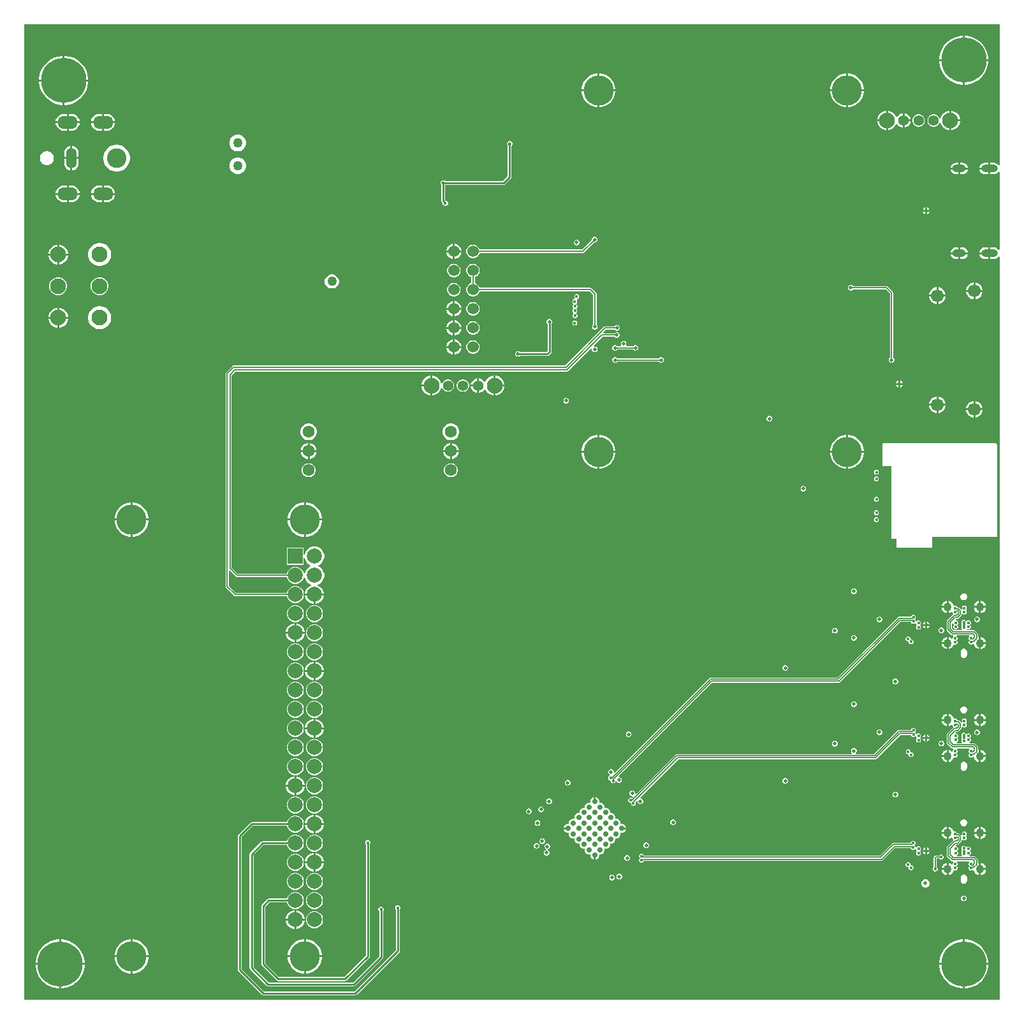
<source format=gbr>
%TF.GenerationSoftware,Altium Limited,Altium Designer,22.1.2 (22)*%
G04 Layer_Physical_Order=3*
G04 Layer_Color=16737894*
%FSLAX26Y26*%
%MOIN*%
%TF.SameCoordinates,4DF63D30-2817-4CE9-9CB3-8786E99D956B*%
%TF.FilePolarity,Positive*%
%TF.FileFunction,Copper,L3,Inr,Signal*%
%TF.Part,Single*%
G01*
G75*
%TA.AperFunction,Conductor*%
%ADD59C,0.007874*%
%ADD61C,0.010000*%
%ADD66C,0.005981*%
%ADD67C,0.005000*%
%TA.AperFunction,ComponentPad*%
%ADD68O,0.070866X0.039370*%
%ADD69O,0.086614X0.039370*%
%ADD70C,0.043307*%
%ADD71C,0.082677*%
%ADD72R,0.078740X0.078740*%
%ADD73C,0.078740*%
%ADD74O,0.106299X0.066929*%
%ADD75C,0.102362*%
%ADD76O,0.055118X0.106299*%
%ADD77C,0.055118*%
%ADD78C,0.062992*%
%ADD79C,0.236220*%
%ADD80C,0.066929*%
%ADD81C,0.157480*%
%ADD82C,0.060000*%
%TA.AperFunction,ViaPad*%
%ADD83C,0.015748*%
%ADD84C,0.027559*%
%ADD85C,0.017716*%
%ADD86C,0.019685*%
%ADD87C,0.050000*%
G36*
X6092167Y5358325D02*
X6087167Y5356627D01*
X6084164Y5360542D01*
X6077963Y5365300D01*
X6070742Y5368291D01*
X6062992Y5369311D01*
X6044370D01*
Y5339370D01*
Y5309429D01*
X6062992D01*
X6070742Y5310449D01*
X6077963Y5313440D01*
X6084164Y5318198D01*
X6087167Y5322113D01*
X6092167Y5320415D01*
Y4915805D01*
X6087167Y4914108D01*
X6084164Y4918022D01*
X6077963Y4922780D01*
X6070742Y4925771D01*
X6062992Y4926792D01*
X6044370D01*
Y4896850D01*
Y4866909D01*
X6062992D01*
X6070742Y4867929D01*
X6077963Y4870921D01*
X6084164Y4875679D01*
X6087167Y4879593D01*
X6092167Y4877896D01*
Y994447D01*
X994447D01*
Y6092167D01*
X6092167D01*
Y5358325D01*
D02*
G37*
%LPC*%
G36*
X5915594Y6033622D02*
X5910512D01*
Y5910512D01*
X6033622D01*
Y5915594D01*
X6030467Y5935511D01*
X6024236Y5954689D01*
X6015081Y5972656D01*
X6003229Y5988970D01*
X5988970Y6003229D01*
X5972656Y6015081D01*
X5954689Y6024236D01*
X5935511Y6030467D01*
X5915594Y6033622D01*
D02*
G37*
G36*
X5900512D02*
X5895429D01*
X5875513Y6030467D01*
X5856335Y6024236D01*
X5838367Y6015081D01*
X5822054Y6003229D01*
X5807795Y5988970D01*
X5795942Y5972656D01*
X5786788Y5954689D01*
X5780556Y5935511D01*
X5777402Y5915594D01*
Y5910512D01*
X5900512D01*
Y6033622D01*
D02*
G37*
G36*
X1210082Y5928110D02*
X1205000D01*
Y5805000D01*
X1328110D01*
Y5810083D01*
X1324956Y5829999D01*
X1318724Y5849177D01*
X1309570Y5867144D01*
X1297717Y5883458D01*
X1283458Y5897717D01*
X1267144Y5909570D01*
X1249177Y5918724D01*
X1229999Y5924956D01*
X1210082Y5928110D01*
D02*
G37*
G36*
X1195000D02*
X1189918D01*
X1170001Y5924956D01*
X1150823Y5918724D01*
X1132856Y5909570D01*
X1116542Y5897717D01*
X1102283Y5883458D01*
X1090430Y5867144D01*
X1081276Y5849177D01*
X1075044Y5829999D01*
X1071890Y5810083D01*
Y5805000D01*
X1195000D01*
Y5928110D01*
D02*
G37*
G36*
X6033622Y5900512D02*
X5910512D01*
Y5777402D01*
X5915594D01*
X5935511Y5780556D01*
X5954689Y5786788D01*
X5972656Y5795942D01*
X5988970Y5807795D01*
X6003229Y5822054D01*
X6015081Y5838367D01*
X6024236Y5856335D01*
X6030467Y5875513D01*
X6033622Y5895429D01*
Y5900512D01*
D02*
G37*
G36*
X5900512D02*
X5777402D01*
Y5895429D01*
X5780556Y5875513D01*
X5786788Y5856335D01*
X5795942Y5838367D01*
X5807795Y5822054D01*
X5822054Y5807795D01*
X5838367Y5795942D01*
X5856335Y5786788D01*
X5875513Y5780556D01*
X5895429Y5777402D01*
X5900512D01*
Y5900512D01*
D02*
G37*
G36*
X5304016Y5836772D02*
X5300276D01*
Y5753032D01*
X5384016D01*
Y5756772D01*
X5380605Y5773916D01*
X5373916Y5790066D01*
X5364205Y5804600D01*
X5351844Y5816961D01*
X5337310Y5826672D01*
X5321160Y5833361D01*
X5304016Y5836772D01*
D02*
G37*
G36*
X5290276D02*
X5286535D01*
X5269391Y5833361D01*
X5253241Y5826672D01*
X5238707Y5816961D01*
X5226347Y5804600D01*
X5216635Y5790066D01*
X5209946Y5773916D01*
X5206535Y5756772D01*
Y5753032D01*
X5290276D01*
Y5836772D01*
D02*
G37*
G36*
X4004803D02*
X4001063D01*
Y5753031D01*
X4084803D01*
Y5756772D01*
X4081393Y5773916D01*
X4074704Y5790066D01*
X4064992Y5804600D01*
X4052631Y5816961D01*
X4038097Y5826672D01*
X4021948Y5833361D01*
X4004803Y5836772D01*
D02*
G37*
G36*
X3991063D02*
X3987323D01*
X3970178Y5833361D01*
X3954029Y5826672D01*
X3939494Y5816961D01*
X3927134Y5804600D01*
X3917423Y5790066D01*
X3910733Y5773916D01*
X3907323Y5756772D01*
Y5753031D01*
X3991063D01*
Y5836772D01*
D02*
G37*
G36*
X1328110Y5795000D02*
X1205000D01*
Y5671890D01*
X1210082D01*
X1229999Y5675044D01*
X1249177Y5681276D01*
X1267144Y5690430D01*
X1283458Y5702283D01*
X1297717Y5716542D01*
X1309570Y5732856D01*
X1318724Y5750823D01*
X1324956Y5770001D01*
X1328110Y5789917D01*
Y5795000D01*
D02*
G37*
G36*
X1195000D02*
X1071890D01*
Y5789917D01*
X1075044Y5770001D01*
X1081276Y5750823D01*
X1090430Y5732856D01*
X1102283Y5716542D01*
X1116542Y5702283D01*
X1132856Y5690430D01*
X1150823Y5681276D01*
X1170001Y5675044D01*
X1189918Y5671890D01*
X1195000D01*
Y5795000D01*
D02*
G37*
G36*
X5384016Y5743032D02*
X5300276D01*
Y5659291D01*
X5304016D01*
X5321160Y5662702D01*
X5337310Y5669391D01*
X5351844Y5679102D01*
X5364205Y5691463D01*
X5373916Y5705997D01*
X5380605Y5722147D01*
X5384016Y5739291D01*
Y5743032D01*
D02*
G37*
G36*
X5290276D02*
X5206535D01*
Y5739291D01*
X5209946Y5722147D01*
X5216635Y5705997D01*
X5226347Y5691463D01*
X5238707Y5679102D01*
X5253241Y5669391D01*
X5269391Y5662702D01*
X5286535Y5659291D01*
X5290276D01*
Y5743032D01*
D02*
G37*
G36*
X4084803Y5743031D02*
X4001063D01*
Y5659291D01*
X4004803D01*
X4021948Y5662702D01*
X4038097Y5669391D01*
X4052631Y5679102D01*
X4064992Y5691463D01*
X4074704Y5705997D01*
X4081393Y5722147D01*
X4084803Y5739291D01*
Y5743031D01*
D02*
G37*
G36*
X3991063D02*
X3907323D01*
Y5739291D01*
X3910733Y5722147D01*
X3917423Y5705997D01*
X3927134Y5691463D01*
X3939494Y5679102D01*
X3954029Y5669391D01*
X3970178Y5662702D01*
X3987323Y5659291D01*
X3991063D01*
Y5743031D01*
D02*
G37*
G36*
X5829646Y5641890D02*
X5827887D01*
X5814830Y5638391D01*
X5803123Y5631632D01*
X5793565Y5622074D01*
X5786806Y5610367D01*
X5784165Y5600512D01*
X5778989D01*
X5778298Y5603088D01*
X5774022Y5610495D01*
X5767975Y5616542D01*
X5760568Y5620818D01*
X5752308Y5623032D01*
X5743755D01*
X5735495Y5620818D01*
X5728088Y5616542D01*
X5722041Y5610495D01*
X5717765Y5603088D01*
X5715551Y5594827D01*
Y5586275D01*
X5717765Y5578014D01*
X5722041Y5570608D01*
X5728088Y5564560D01*
X5735495Y5560284D01*
X5743755Y5558071D01*
X5752308D01*
X5760568Y5560284D01*
X5767975Y5564560D01*
X5774022Y5570608D01*
X5778298Y5578014D01*
X5778989Y5580590D01*
X5784165D01*
X5786806Y5570735D01*
X5793565Y5559029D01*
X5803123Y5549470D01*
X5814830Y5542711D01*
X5827887Y5539213D01*
X5829646D01*
Y5590551D01*
Y5641890D01*
D02*
G37*
G36*
X5595551Y5628095D02*
Y5595551D01*
X5628095D01*
X5625551Y5605048D01*
X5620606Y5613613D01*
X5613613Y5620606D01*
X5605048Y5625551D01*
X5595551Y5628095D01*
D02*
G37*
G36*
X5841404Y5641890D02*
X5839646D01*
Y5595551D01*
X5885984D01*
Y5597310D01*
X5882486Y5610367D01*
X5875727Y5622074D01*
X5866168Y5631632D01*
X5854462Y5638391D01*
X5841404Y5641890D01*
D02*
G37*
G36*
X5498937D02*
X5497178D01*
X5484121Y5638391D01*
X5472414Y5631632D01*
X5462856Y5622074D01*
X5456097Y5610367D01*
X5452598Y5597310D01*
Y5595551D01*
X5498937D01*
Y5641890D01*
D02*
G37*
G36*
X1425197Y5624548D02*
X1410512D01*
Y5585709D01*
X1468378D01*
X1467543Y5592055D01*
X1463163Y5602628D01*
X1456196Y5611708D01*
X1447117Y5618675D01*
X1436543Y5623055D01*
X1425197Y5624548D01*
D02*
G37*
G36*
X1400512D02*
X1385827D01*
X1374480Y5623055D01*
X1363907Y5618675D01*
X1354827Y5611708D01*
X1347861Y5602628D01*
X1343481Y5592055D01*
X1342645Y5585709D01*
X1400512D01*
Y5624548D01*
D02*
G37*
G36*
X1240158D02*
X1225472D01*
Y5585709D01*
X1283339D01*
X1282503Y5592055D01*
X1278124Y5602628D01*
X1271157Y5611708D01*
X1262077Y5618675D01*
X1251504Y5623055D01*
X1240158Y5624548D01*
D02*
G37*
G36*
X1215472D02*
X1200787D01*
X1189441Y5623055D01*
X1178868Y5618675D01*
X1169788Y5611708D01*
X1162821Y5602628D01*
X1158441Y5592055D01*
X1157606Y5585709D01*
X1215472D01*
Y5624548D01*
D02*
G37*
G36*
X5673567Y5623032D02*
X5665015D01*
X5656754Y5620818D01*
X5649348Y5616542D01*
X5643301Y5610495D01*
X5639025Y5603088D01*
X5636811Y5594827D01*
Y5586275D01*
X5639025Y5578014D01*
X5643301Y5570608D01*
X5649348Y5564560D01*
X5656754Y5560284D01*
X5665015Y5558071D01*
X5673567D01*
X5681828Y5560284D01*
X5689235Y5564560D01*
X5695282Y5570608D01*
X5699558Y5578014D01*
X5701772Y5586275D01*
Y5594827D01*
X5699558Y5603088D01*
X5695282Y5610495D01*
X5689235Y5616542D01*
X5681828Y5620818D01*
X5673567Y5623032D01*
D02*
G37*
G36*
X5628095Y5585551D02*
X5595551D01*
Y5553007D01*
X5605048Y5555552D01*
X5613613Y5560497D01*
X5620606Y5567489D01*
X5625551Y5576054D01*
X5628095Y5585551D01*
D02*
G37*
G36*
X5510696Y5641890D02*
X5508937D01*
Y5590551D01*
Y5539213D01*
X5510696D01*
X5523753Y5542711D01*
X5535460Y5549470D01*
X5545018Y5559029D01*
X5551777Y5570735D01*
X5552117Y5572003D01*
X5557483Y5572710D01*
X5560496Y5567489D01*
X5567489Y5560497D01*
X5576054Y5555552D01*
X5585551Y5553007D01*
Y5590551D01*
X5590551D01*
D01*
X5585551D01*
Y5628095D01*
X5576054Y5625551D01*
X5567489Y5620606D01*
X5560496Y5613613D01*
X5557483Y5608393D01*
X5552117Y5609099D01*
X5551777Y5610367D01*
X5545018Y5622074D01*
X5535460Y5631632D01*
X5523753Y5638391D01*
X5510696Y5641890D01*
D02*
G37*
G36*
X5885984Y5585551D02*
X5839646D01*
Y5539213D01*
X5841404D01*
X5854462Y5542711D01*
X5866168Y5549470D01*
X5875727Y5559029D01*
X5882486Y5570735D01*
X5885984Y5583792D01*
Y5585551D01*
D02*
G37*
G36*
X5498937D02*
X5452598D01*
Y5583792D01*
X5456097Y5570735D01*
X5462856Y5559029D01*
X5472414Y5549470D01*
X5484121Y5542711D01*
X5497178Y5539213D01*
X5498937D01*
Y5585551D01*
D02*
G37*
G36*
X1468378Y5575709D02*
X1410512D01*
Y5536869D01*
X1425197D01*
X1436543Y5538363D01*
X1447117Y5542743D01*
X1456196Y5549709D01*
X1463163Y5558789D01*
X1467543Y5569362D01*
X1468378Y5575709D01*
D02*
G37*
G36*
X1400512D02*
X1342645D01*
X1343481Y5569362D01*
X1347861Y5558789D01*
X1354827Y5549709D01*
X1363907Y5542743D01*
X1374480Y5538363D01*
X1385827Y5536869D01*
X1400512D01*
Y5575709D01*
D02*
G37*
G36*
X1283339Y5575709D02*
X1225472D01*
Y5536869D01*
X1240158D01*
X1251504Y5538363D01*
X1262077Y5542743D01*
X1271157Y5549709D01*
X1278124Y5558789D01*
X1282503Y5569362D01*
X1283339Y5575709D01*
D02*
G37*
G36*
X1215472D02*
X1157606D01*
X1158441Y5569362D01*
X1162821Y5558789D01*
X1169788Y5549709D01*
X1178868Y5542743D01*
X1189441Y5538363D01*
X1200787Y5536869D01*
X1215472D01*
Y5575709D01*
D02*
G37*
G36*
X2115990Y5516142D02*
X2104483D01*
X2093368Y5513164D01*
X2083403Y5507410D01*
X2075267Y5499274D01*
X2069514Y5489309D01*
X2066535Y5478194D01*
Y5466688D01*
X2069514Y5455573D01*
X2075267Y5445608D01*
X2083403Y5437472D01*
X2093368Y5431718D01*
X2104483Y5428740D01*
X2115990D01*
X2127104Y5431718D01*
X2137069Y5437472D01*
X2145206Y5445608D01*
X2150959Y5455573D01*
X2153937Y5466688D01*
Y5478194D01*
X2150959Y5489309D01*
X2145206Y5499274D01*
X2137069Y5507410D01*
X2127104Y5513164D01*
X2115990Y5516142D01*
D02*
G37*
G36*
X1245158Y5456516D02*
Y5398701D01*
X1278041D01*
Y5419291D01*
X1276750Y5429096D01*
X1272965Y5438233D01*
X1266945Y5446079D01*
X1259099Y5452099D01*
X1249962Y5455884D01*
X1245158Y5456516D01*
D02*
G37*
G36*
X1235158D02*
X1230353Y5455884D01*
X1221216Y5452099D01*
X1213370Y5446079D01*
X1207350Y5438233D01*
X1203565Y5429096D01*
X1202274Y5419291D01*
Y5398701D01*
X1235158D01*
Y5456516D01*
D02*
G37*
G36*
X1116999Y5430118D02*
X1107410D01*
X1098148Y5427636D01*
X1089844Y5422842D01*
X1083064Y5416061D01*
X1078269Y5407757D01*
X1075787Y5398495D01*
Y5388906D01*
X1078269Y5379644D01*
X1083064Y5371340D01*
X1089844Y5364560D01*
X1098148Y5359765D01*
X1107410Y5357283D01*
X1116999D01*
X1126261Y5359765D01*
X1134565Y5364560D01*
X1141346Y5371340D01*
X1146140Y5379644D01*
X1148622Y5388906D01*
Y5398495D01*
X1146140Y5407757D01*
X1141346Y5416061D01*
X1134565Y5422842D01*
X1126261Y5427636D01*
X1116999Y5430118D01*
D02*
G37*
G36*
X6034370Y5369311D02*
X6015748D01*
X6007999Y5368291D01*
X6000777Y5365300D01*
X5994576Y5360542D01*
X5989818Y5354341D01*
X5986827Y5347119D01*
X5986465Y5344370D01*
X6034370D01*
Y5369311D01*
D02*
G37*
G36*
X5897638D02*
X5886890D01*
Y5344370D01*
X5926921D01*
X5926559Y5347119D01*
X5923568Y5354341D01*
X5918809Y5360542D01*
X5912608Y5365300D01*
X5905387Y5368291D01*
X5897638Y5369311D01*
D02*
G37*
G36*
X5876890D02*
X5866142D01*
X5858392Y5368291D01*
X5851171Y5365300D01*
X5844970Y5360542D01*
X5840212Y5354341D01*
X5837221Y5347119D01*
X5836859Y5344370D01*
X5876890D01*
Y5369311D01*
D02*
G37*
G36*
X1278041Y5388701D02*
X1245158D01*
Y5330885D01*
X1249962Y5331518D01*
X1259099Y5335302D01*
X1266945Y5341323D01*
X1272965Y5349169D01*
X1276750Y5358305D01*
X1278041Y5368110D01*
Y5388701D01*
D02*
G37*
G36*
X1235158D02*
X1202274D01*
Y5368110D01*
X1203565Y5358305D01*
X1207350Y5349169D01*
X1213370Y5341323D01*
X1221216Y5335302D01*
X1230353Y5331518D01*
X1235158Y5330885D01*
Y5388701D01*
D02*
G37*
G36*
X1483261Y5463583D02*
X1469495D01*
X1455994Y5460897D01*
X1443276Y5455629D01*
X1431831Y5447982D01*
X1422097Y5438248D01*
X1414449Y5426802D01*
X1409181Y5414085D01*
X1406496Y5400584D01*
Y5386818D01*
X1409181Y5373317D01*
X1414449Y5360599D01*
X1422097Y5349154D01*
X1431831Y5339420D01*
X1443276Y5331772D01*
X1455994Y5326504D01*
X1469495Y5323819D01*
X1483261D01*
X1496762Y5326504D01*
X1509479Y5331772D01*
X1520925Y5339420D01*
X1530659Y5349154D01*
X1538306Y5360599D01*
X1543574Y5373317D01*
X1546260Y5386818D01*
Y5400584D01*
X1543574Y5414085D01*
X1538306Y5426802D01*
X1530659Y5438248D01*
X1520925Y5447982D01*
X1509479Y5455629D01*
X1496762Y5460897D01*
X1483261Y5463583D01*
D02*
G37*
G36*
X2115990Y5398032D02*
X2104483D01*
X2093368Y5395053D01*
X2083403Y5389300D01*
X2075267Y5381164D01*
X2069514Y5371199D01*
X2066535Y5360084D01*
Y5348577D01*
X2069514Y5337463D01*
X2075267Y5327498D01*
X2083403Y5319361D01*
X2093368Y5313608D01*
X2104483Y5310630D01*
X2115990D01*
X2127104Y5313608D01*
X2137069Y5319361D01*
X2145206Y5327498D01*
X2150959Y5337463D01*
X2153937Y5348577D01*
Y5360084D01*
X2150959Y5371199D01*
X2145206Y5381164D01*
X2137069Y5389300D01*
X2127104Y5395053D01*
X2115990Y5398032D01*
D02*
G37*
G36*
X6034370Y5334370D02*
X5986465D01*
X5986827Y5331621D01*
X5989818Y5324399D01*
X5994576Y5318198D01*
X6000777Y5313440D01*
X6007999Y5310449D01*
X6015748Y5309429D01*
X6034370D01*
Y5334370D01*
D02*
G37*
G36*
X5926921Y5334370D02*
X5886890D01*
Y5309429D01*
X5897638D01*
X5905387Y5310449D01*
X5912608Y5313440D01*
X5918809Y5318198D01*
X5923568Y5324399D01*
X5926559Y5331621D01*
X5926921Y5334370D01*
D02*
G37*
G36*
X5876890D02*
X5836859D01*
X5837221Y5331621D01*
X5840212Y5324399D01*
X5844970Y5318198D01*
X5851171Y5313440D01*
X5858392Y5310449D01*
X5866142Y5309429D01*
X5876890D01*
Y5334370D01*
D02*
G37*
G36*
X3534433Y5483268D02*
X3528559D01*
X3523133Y5481020D01*
X3518980Y5476867D01*
X3516732Y5471441D01*
Y5465567D01*
X3518980Y5460141D01*
X3521380Y5457740D01*
Y5299466D01*
X3495810Y5273895D01*
X3195803D01*
X3193402Y5276296D01*
X3187976Y5278543D01*
X3182103D01*
X3176676Y5276296D01*
X3172523Y5272142D01*
X3170276Y5266716D01*
Y5260843D01*
X3172523Y5255417D01*
X3174924Y5253016D01*
Y5170049D01*
X3175694Y5166178D01*
X3177887Y5162896D01*
X3181220Y5159562D01*
Y5155259D01*
X3183318Y5150194D01*
X3187195Y5146318D01*
X3192259Y5144221D01*
X3197741D01*
X3202805Y5146318D01*
X3206682Y5150194D01*
X3208780Y5155259D01*
Y5160741D01*
X3206682Y5165806D01*
X3202805Y5169682D01*
X3197741Y5171779D01*
X3197614D01*
X3195155Y5174239D01*
Y5253016D01*
X3195803Y5253664D01*
X3500000D01*
X3503871Y5254434D01*
X3507153Y5256627D01*
X3538649Y5288123D01*
X3538649Y5288123D01*
X3540842Y5291405D01*
X3541612Y5295276D01*
X3541612Y5295276D01*
Y5457740D01*
X3544012Y5460141D01*
X3546260Y5465567D01*
Y5471441D01*
X3544012Y5476867D01*
X3539859Y5481020D01*
X3534433Y5483268D01*
D02*
G37*
G36*
X1240158Y5250533D02*
X1225472D01*
Y5211693D01*
X1283339D01*
X1282503Y5218039D01*
X1278124Y5228613D01*
X1271157Y5237692D01*
X1262077Y5244659D01*
X1251504Y5249039D01*
X1240158Y5250533D01*
D02*
G37*
G36*
X1215472D02*
X1200787D01*
X1189441Y5249039D01*
X1178868Y5244659D01*
X1169788Y5237692D01*
X1162821Y5228613D01*
X1158441Y5218039D01*
X1157606Y5211693D01*
X1215472D01*
Y5250533D01*
D02*
G37*
G36*
X1425197D02*
X1410512D01*
Y5211693D01*
X1468378D01*
X1467543Y5218039D01*
X1463163Y5228613D01*
X1456196Y5237692D01*
X1447117Y5244659D01*
X1436543Y5249039D01*
X1425197Y5250533D01*
D02*
G37*
G36*
X1400512D02*
X1385827D01*
X1374480Y5249039D01*
X1363907Y5244659D01*
X1354827Y5237692D01*
X1347861Y5228613D01*
X1343481Y5218039D01*
X1342645Y5211693D01*
X1400512D01*
Y5250533D01*
D02*
G37*
G36*
X1468378Y5201693D02*
X1410512D01*
Y5162853D01*
X1425197D01*
X1436543Y5164347D01*
X1447117Y5168727D01*
X1456196Y5175694D01*
X1463163Y5184773D01*
X1467543Y5195346D01*
X1468378Y5201693D01*
D02*
G37*
G36*
X1400512D02*
X1342645D01*
X1343481Y5195346D01*
X1347861Y5184773D01*
X1354827Y5175694D01*
X1363907Y5168727D01*
X1374480Y5164347D01*
X1385827Y5162853D01*
X1400512D01*
Y5201693D01*
D02*
G37*
G36*
X1283339Y5201693D02*
X1225472D01*
Y5162853D01*
X1240158D01*
X1251504Y5164347D01*
X1262077Y5168727D01*
X1271157Y5175694D01*
X1278124Y5184773D01*
X1282503Y5195346D01*
X1283339Y5201693D01*
D02*
G37*
G36*
X1215472D02*
X1157606D01*
X1158441Y5195346D01*
X1162821Y5184773D01*
X1169788Y5175694D01*
X1178868Y5168727D01*
X1189441Y5164347D01*
X1200787Y5162853D01*
X1215472D01*
Y5201693D01*
D02*
G37*
G36*
X5713661Y5135386D02*
Y5123110D01*
X5725937D01*
X5723814Y5128235D01*
X5718786Y5133263D01*
X5713661Y5135386D01*
D02*
G37*
G36*
X5703661D02*
X5698537Y5133263D01*
X5693508Y5128235D01*
X5691386Y5123110D01*
X5703661D01*
Y5135386D01*
D02*
G37*
G36*
X5725937Y5113110D02*
X5713661D01*
Y5100835D01*
X5718786Y5102957D01*
X5723814Y5107985D01*
X5725937Y5113110D01*
D02*
G37*
G36*
X5703661D02*
X5691386D01*
X5693508Y5107985D01*
X5698537Y5102957D01*
X5703661Y5100835D01*
Y5113110D01*
D02*
G37*
G36*
X3884827Y4967520D02*
X3878953D01*
X3873527Y4965272D01*
X3869374Y4961119D01*
X3867126Y4955693D01*
Y4949819D01*
X3869374Y4944393D01*
X3873527Y4940240D01*
X3878953Y4937992D01*
X3884827D01*
X3890253Y4940240D01*
X3894406Y4944393D01*
X3896654Y4949819D01*
Y4955693D01*
X3894406Y4961119D01*
X3890253Y4965272D01*
X3884827Y4967520D01*
D02*
G37*
G36*
X3978937Y4982764D02*
X3973063D01*
X3967637Y4980516D01*
X3963484Y4976363D01*
X3961236Y4970937D01*
Y4966009D01*
X3910558Y4915331D01*
X3373694D01*
X3372502Y4919778D01*
X3367905Y4927741D01*
X3361403Y4934243D01*
X3353440Y4938841D01*
X3344558Y4941221D01*
X3335363D01*
X3326481Y4938841D01*
X3318518Y4934243D01*
X3312017Y4927741D01*
X3307419Y4919778D01*
X3305039Y4910897D01*
Y4901702D01*
X3307419Y4892820D01*
X3312017Y4884857D01*
X3318518Y4878355D01*
X3326481Y4873758D01*
X3335363Y4871378D01*
X3344558D01*
X3353440Y4873758D01*
X3361403Y4878355D01*
X3367905Y4884857D01*
X3372502Y4892820D01*
X3373694Y4897267D01*
X3914299D01*
X3917756Y4897955D01*
X3920686Y4899913D01*
X3974009Y4953236D01*
X3978937D01*
X3984363Y4955484D01*
X3988516Y4959637D01*
X3990764Y4965063D01*
Y4970937D01*
X3988516Y4976363D01*
X3984363Y4980516D01*
X3978937Y4982764D01*
D02*
G37*
G36*
X3245227Y4946299D02*
X3244961D01*
Y4911299D01*
X3279961D01*
Y4911565D01*
X3277235Y4921739D01*
X3271969Y4930860D01*
X3264521Y4938307D01*
X3255400Y4943573D01*
X3245227Y4946299D01*
D02*
G37*
G36*
X3234961D02*
X3234695D01*
X3224521Y4943573D01*
X3215400Y4938307D01*
X3207953Y4930860D01*
X3202686Y4921739D01*
X3199961Y4911565D01*
Y4911299D01*
X3234961D01*
Y4946299D01*
D02*
G37*
G36*
X5897638Y4926792D02*
X5886890D01*
Y4901851D01*
X5926921D01*
X5926559Y4904600D01*
X5923568Y4911821D01*
X5918809Y4918022D01*
X5912608Y4922780D01*
X5905387Y4925771D01*
X5897638Y4926792D01*
D02*
G37*
G36*
X5876890D02*
X5866142D01*
X5858392Y4925771D01*
X5851171Y4922780D01*
X5844970Y4918022D01*
X5840212Y4911821D01*
X5837221Y4904600D01*
X5836859Y4901851D01*
X5876890D01*
Y4926792D01*
D02*
G37*
G36*
X6034370D02*
X6015748D01*
X6007999Y4925771D01*
X6000777Y4922780D01*
X5994576Y4918022D01*
X5989818Y4911821D01*
X5986827Y4904600D01*
X5986465Y4901850D01*
X6034370D01*
Y4926792D01*
D02*
G37*
G36*
X1178019Y4941102D02*
X1176260D01*
Y4894764D01*
X1222599D01*
Y4896523D01*
X1219100Y4909580D01*
X1212341Y4921286D01*
X1202783Y4930845D01*
X1191076Y4937604D01*
X1178019Y4941102D01*
D02*
G37*
G36*
X1166260D02*
X1164501D01*
X1151444Y4937604D01*
X1139737Y4930845D01*
X1130179Y4921286D01*
X1123420Y4909580D01*
X1119921Y4896523D01*
Y4894764D01*
X1166260D01*
Y4941102D01*
D02*
G37*
G36*
X6034370Y4891850D02*
X5986465D01*
X5986827Y4889101D01*
X5989818Y4881880D01*
X5994576Y4875679D01*
X6000777Y4870921D01*
X6007999Y4867929D01*
X6015748Y4866909D01*
X6034370D01*
Y4891850D01*
D02*
G37*
G36*
X5926921Y4891851D02*
X5886890D01*
Y4866909D01*
X5897638D01*
X5905387Y4867929D01*
X5912608Y4870921D01*
X5918809Y4875679D01*
X5923568Y4881880D01*
X5926559Y4889101D01*
X5926921Y4891851D01*
D02*
G37*
G36*
X5876890D02*
X5836859D01*
X5837221Y4889101D01*
X5840212Y4881880D01*
X5844970Y4875679D01*
X5851171Y4870921D01*
X5858392Y4867929D01*
X5866142Y4866909D01*
X5876890D01*
Y4891851D01*
D02*
G37*
G36*
X3279961Y4901299D02*
X3244961D01*
Y4866299D01*
X3245227D01*
X3255400Y4869025D01*
X3264521Y4874291D01*
X3271969Y4881739D01*
X3277235Y4890860D01*
X3279961Y4901033D01*
Y4901299D01*
D02*
G37*
G36*
X3234961D02*
X3199961D01*
Y4901033D01*
X3202686Y4890860D01*
X3207953Y4881739D01*
X3215400Y4874291D01*
X3224521Y4869025D01*
X3234695Y4866299D01*
X3234961D01*
Y4901299D01*
D02*
G37*
G36*
X1222599Y4884764D02*
X1176260D01*
Y4838425D01*
X1178019D01*
X1191076Y4841924D01*
X1202783Y4848683D01*
X1212341Y4858241D01*
X1219100Y4869948D01*
X1222599Y4883005D01*
Y4884764D01*
D02*
G37*
G36*
X1166260D02*
X1119921D01*
Y4883005D01*
X1123420Y4869948D01*
X1130179Y4858241D01*
X1139737Y4848683D01*
X1151444Y4841924D01*
X1164501Y4838425D01*
X1166260D01*
Y4884764D01*
D02*
G37*
G36*
X1393709Y4949803D02*
X1381882D01*
X1370283Y4947496D01*
X1359356Y4942970D01*
X1349522Y4936399D01*
X1341160Y4928037D01*
X1334589Y4918203D01*
X1330063Y4907276D01*
X1327756Y4895677D01*
Y4883850D01*
X1330063Y4872251D01*
X1334589Y4861324D01*
X1341160Y4851491D01*
X1349522Y4843128D01*
X1359356Y4836557D01*
X1370283Y4832032D01*
X1381882Y4829724D01*
X1393709D01*
X1405308Y4832032D01*
X1416235Y4836557D01*
X1426068Y4843128D01*
X1434431Y4851491D01*
X1441002Y4861324D01*
X1445527Y4872251D01*
X1447835Y4883850D01*
Y4895677D01*
X1445527Y4907276D01*
X1441002Y4918203D01*
X1434431Y4928037D01*
X1426068Y4936399D01*
X1416235Y4942970D01*
X1405308Y4947496D01*
X1393709Y4949803D01*
D02*
G37*
G36*
X3244558Y4841221D02*
X3235363D01*
X3226481Y4838841D01*
X3218518Y4834243D01*
X3212017Y4827741D01*
X3207419Y4819778D01*
X3205039Y4810897D01*
Y4801702D01*
X3207419Y4792820D01*
X3212017Y4784857D01*
X3218518Y4778355D01*
X3226481Y4773758D01*
X3235363Y4771378D01*
X3244558D01*
X3253440Y4773758D01*
X3261403Y4778355D01*
X3267905Y4784857D01*
X3272502Y4792820D01*
X3274882Y4801702D01*
Y4810897D01*
X3272502Y4819778D01*
X3267905Y4827741D01*
X3261403Y4834243D01*
X3253440Y4838841D01*
X3244558Y4841221D01*
D02*
G37*
G36*
X2606846Y4785811D02*
X2597154D01*
X2587791Y4783302D01*
X2579398Y4778456D01*
X2572544Y4771602D01*
X2567698Y4763208D01*
X2565189Y4753846D01*
Y4744154D01*
X2567698Y4734792D01*
X2572544Y4726398D01*
X2579398Y4719544D01*
X2587791Y4714698D01*
X2597154Y4712189D01*
X2606846D01*
X2616209Y4714698D01*
X2624602Y4719544D01*
X2631456Y4726398D01*
X2636302Y4734792D01*
X2638811Y4744154D01*
Y4753846D01*
X2636302Y4763208D01*
X2631456Y4771602D01*
X2624602Y4778456D01*
X2616209Y4783302D01*
X2606846Y4785811D01*
D02*
G37*
G36*
X5966352Y4742283D02*
X5965630D01*
Y4703819D01*
X6004095D01*
Y4704541D01*
X6001132Y4715596D01*
X5995410Y4725507D01*
X5987318Y4733599D01*
X5977407Y4739321D01*
X5966352Y4742283D01*
D02*
G37*
G36*
X5955630D02*
X5954908D01*
X5943853Y4739321D01*
X5933942Y4733599D01*
X5925850Y4725507D01*
X5920127Y4715596D01*
X5917166Y4704541D01*
Y4703819D01*
X5955630D01*
Y4742283D01*
D02*
G37*
G36*
X5773439Y4718661D02*
X5772717D01*
Y4680197D01*
X5811181D01*
Y4680919D01*
X5808219Y4691974D01*
X5802497Y4701885D01*
X5794404Y4709977D01*
X5784493Y4715699D01*
X5773439Y4718661D01*
D02*
G37*
G36*
X5762717D02*
X5761994D01*
X5750940Y4715699D01*
X5741029Y4709977D01*
X5732936Y4701885D01*
X5727214Y4691974D01*
X5724252Y4680919D01*
Y4680197D01*
X5762717D01*
Y4718661D01*
D02*
G37*
G36*
X1393886Y4770669D02*
X1381705D01*
X1369940Y4767517D01*
X1359391Y4761427D01*
X1350778Y4752814D01*
X1344688Y4742265D01*
X1341535Y4730500D01*
Y4718319D01*
X1344688Y4706554D01*
X1350778Y4696005D01*
X1359391Y4687392D01*
X1369940Y4681302D01*
X1381705Y4678150D01*
X1393886D01*
X1405651Y4681302D01*
X1416200Y4687392D01*
X1424812Y4696005D01*
X1430903Y4706554D01*
X1434055Y4718319D01*
Y4730500D01*
X1430903Y4742265D01*
X1424812Y4752814D01*
X1416200Y4761427D01*
X1405651Y4767517D01*
X1393886Y4770669D01*
D02*
G37*
G36*
X1177350D02*
X1165170D01*
X1153404Y4767517D01*
X1142856Y4761427D01*
X1134243Y4752814D01*
X1128152Y4742265D01*
X1125000Y4730500D01*
Y4718319D01*
X1128152Y4706554D01*
X1134243Y4696005D01*
X1142856Y4687392D01*
X1153404Y4681302D01*
X1165170Y4678150D01*
X1177350D01*
X1189116Y4681302D01*
X1199664Y4687392D01*
X1208277Y4696005D01*
X1214367Y4706554D01*
X1217520Y4718319D01*
Y4730500D01*
X1214367Y4742265D01*
X1208277Y4752814D01*
X1199664Y4761427D01*
X1189116Y4767517D01*
X1177350Y4770669D01*
D02*
G37*
G36*
X3244558Y4741221D02*
X3235363D01*
X3226481Y4738841D01*
X3218518Y4734243D01*
X3212017Y4727741D01*
X3207419Y4719778D01*
X3205039Y4710897D01*
Y4701702D01*
X3207419Y4692820D01*
X3212017Y4684857D01*
X3218518Y4678355D01*
X3226481Y4673758D01*
X3235363Y4671378D01*
X3244558D01*
X3253440Y4673758D01*
X3261403Y4678355D01*
X3267905Y4684857D01*
X3272502Y4692820D01*
X3274882Y4701702D01*
Y4710897D01*
X3272502Y4719778D01*
X3267905Y4727741D01*
X3261403Y4734243D01*
X3253440Y4738841D01*
X3244558Y4741221D01*
D02*
G37*
G36*
X6004095Y4693819D02*
X5965630D01*
Y4655354D01*
X5966352D01*
X5977407Y4658316D01*
X5987318Y4664039D01*
X5995410Y4672131D01*
X6001132Y4682042D01*
X6004095Y4693097D01*
Y4693819D01*
D02*
G37*
G36*
X5955630D02*
X5917166D01*
Y4693097D01*
X5920127Y4682042D01*
X5925850Y4672131D01*
X5933942Y4664039D01*
X5943853Y4658316D01*
X5954908Y4655354D01*
X5955630D01*
Y4693819D01*
D02*
G37*
G36*
X5811181Y4670197D02*
X5772717D01*
Y4631732D01*
X5773439D01*
X5784493Y4634694D01*
X5794404Y4640417D01*
X5802497Y4648509D01*
X5808219Y4658420D01*
X5811181Y4669475D01*
Y4670197D01*
D02*
G37*
G36*
X5762717D02*
X5724252D01*
Y4669475D01*
X5727214Y4658420D01*
X5732936Y4648509D01*
X5741029Y4640417D01*
X5750940Y4634694D01*
X5761994Y4631732D01*
X5762717D01*
Y4670197D01*
D02*
G37*
G36*
X3245227Y4646299D02*
X3244961D01*
Y4611299D01*
X3279961D01*
Y4611565D01*
X3277235Y4621739D01*
X3271969Y4630860D01*
X3264521Y4638307D01*
X3255400Y4643573D01*
X3245227Y4646299D01*
D02*
G37*
G36*
X3234961D02*
X3234695D01*
X3224521Y4643573D01*
X3215400Y4638307D01*
X3207953Y4630860D01*
X3202686Y4621739D01*
X3199961Y4611565D01*
Y4611299D01*
X3234961D01*
Y4646299D01*
D02*
G37*
G36*
X3344558Y4641221D02*
X3335363D01*
X3326481Y4638841D01*
X3318518Y4634243D01*
X3312017Y4627741D01*
X3307419Y4619778D01*
X3305039Y4610897D01*
Y4601702D01*
X3307419Y4592820D01*
X3312017Y4584857D01*
X3318518Y4578355D01*
X3326481Y4573758D01*
X3335363Y4571378D01*
X3344558D01*
X3353440Y4573758D01*
X3361403Y4578355D01*
X3367905Y4584857D01*
X3372502Y4592820D01*
X3374882Y4601702D01*
Y4610897D01*
X3372502Y4619778D01*
X3367905Y4627741D01*
X3361403Y4634243D01*
X3353440Y4638841D01*
X3344558Y4641221D01*
D02*
G37*
G36*
X3279961Y4601299D02*
X3244961D01*
Y4566299D01*
X3245227D01*
X3255400Y4569025D01*
X3264521Y4574291D01*
X3271969Y4581739D01*
X3277235Y4590860D01*
X3279961Y4601033D01*
Y4601299D01*
D02*
G37*
G36*
X3234961D02*
X3199961D01*
Y4601033D01*
X3202686Y4590860D01*
X3207953Y4581739D01*
X3215400Y4574291D01*
X3224521Y4569025D01*
X3234695Y4566299D01*
X3234961D01*
Y4601299D01*
D02*
G37*
G36*
X1178019Y4610394D02*
X1176260D01*
Y4564055D01*
X1222599D01*
Y4565814D01*
X1219100Y4578871D01*
X1212341Y4590578D01*
X1202783Y4600136D01*
X1191076Y4606895D01*
X1178019Y4610394D01*
D02*
G37*
G36*
X1166260D02*
X1164501D01*
X1151444Y4606895D01*
X1139737Y4600136D01*
X1130179Y4590578D01*
X1123420Y4578871D01*
X1119921Y4565814D01*
Y4564055D01*
X1166260D01*
Y4610394D01*
D02*
G37*
G36*
X3884435Y4682087D02*
X3879345D01*
X3874642Y4680139D01*
X3871042Y4676539D01*
X3869095Y4671836D01*
Y4666746D01*
X3871042Y4662043D01*
X3870387Y4660220D01*
X3868909Y4657106D01*
X3864629Y4655333D01*
X3861030Y4651734D01*
X3859082Y4647031D01*
Y4641941D01*
X3861030Y4637238D01*
X3863820Y4634448D01*
X3864564Y4632674D01*
X3864277Y4628372D01*
X3862153Y4626248D01*
X3860205Y4621545D01*
Y4616455D01*
X3862153Y4611752D01*
X3862638Y4611266D01*
X3864687Y4606983D01*
X3862638Y4604734D01*
X3861153Y4603248D01*
X3859205Y4598545D01*
Y4593455D01*
X3861153Y4588752D01*
X3864752Y4585153D01*
X3864899Y4584759D01*
X3865217Y4579548D01*
X3862800Y4577131D01*
X3860852Y4572428D01*
Y4567338D01*
X3862800Y4562635D01*
X3866399Y4559036D01*
X3871102Y4557088D01*
X3876193D01*
X3880896Y4559036D01*
X3884495Y4562635D01*
X3886443Y4567338D01*
Y4572428D01*
X3884495Y4577131D01*
X3880896Y4580731D01*
X3880749Y4581125D01*
X3880431Y4586335D01*
X3882847Y4588752D01*
X3884795Y4593455D01*
Y4598545D01*
X3882847Y4603248D01*
X3882362Y4603734D01*
X3880313Y4608017D01*
X3882362Y4610266D01*
X3883847Y4611752D01*
X3885795Y4616455D01*
Y4621545D01*
X3883847Y4626248D01*
X3881057Y4629038D01*
X3880312Y4630811D01*
X3880600Y4635114D01*
X3882724Y4637238D01*
X3884672Y4641941D01*
Y4647031D01*
X3882724Y4651734D01*
X3883379Y4653557D01*
X3884858Y4656671D01*
X3889138Y4658444D01*
X3892737Y4662043D01*
X3894685Y4666746D01*
Y4671836D01*
X3892737Y4676539D01*
X3889138Y4680139D01*
X3884435Y4682087D01*
D02*
G37*
G36*
X3874003Y4544500D02*
X3868913D01*
X3864210Y4542552D01*
X3860611Y4538953D01*
X3858663Y4534250D01*
Y4529160D01*
X3860611Y4524457D01*
X3864210Y4520858D01*
X3868913Y4518910D01*
X3874003D01*
X3878706Y4520858D01*
X3882305Y4524457D01*
X3884253Y4529160D01*
Y4534250D01*
X3882305Y4538953D01*
X3878706Y4542552D01*
X3874003Y4544500D01*
D02*
G37*
G36*
X3245227Y4546299D02*
X3244961D01*
Y4511299D01*
X3279961D01*
Y4511565D01*
X3277235Y4521739D01*
X3271969Y4530860D01*
X3264521Y4538307D01*
X3255400Y4543573D01*
X3245227Y4546299D01*
D02*
G37*
G36*
X3234961D02*
X3234695D01*
X3224521Y4543573D01*
X3215400Y4538307D01*
X3207953Y4530860D01*
X3202686Y4521739D01*
X3199961Y4511565D01*
Y4511299D01*
X3234961D01*
Y4546299D01*
D02*
G37*
G36*
X1222599Y4554055D02*
X1176260D01*
Y4507717D01*
X1178019D01*
X1191076Y4511215D01*
X1202783Y4517974D01*
X1212341Y4527533D01*
X1219100Y4539239D01*
X1222599Y4552296D01*
Y4554055D01*
D02*
G37*
G36*
X1166260D02*
X1119921D01*
Y4552296D01*
X1123420Y4539239D01*
X1130179Y4527533D01*
X1139737Y4517974D01*
X1151444Y4511215D01*
X1164501Y4507717D01*
X1166260D01*
Y4554055D01*
D02*
G37*
G36*
X1393709Y4619095D02*
X1381882D01*
X1370283Y4616787D01*
X1359356Y4612261D01*
X1349522Y4605691D01*
X1341160Y4597328D01*
X1334589Y4587494D01*
X1330063Y4576568D01*
X1327756Y4564968D01*
Y4553142D01*
X1330063Y4541542D01*
X1334589Y4530616D01*
X1341160Y4520782D01*
X1349522Y4512419D01*
X1359356Y4505849D01*
X1370283Y4501323D01*
X1381882Y4499016D01*
X1393709D01*
X1405308Y4501323D01*
X1416235Y4505849D01*
X1426068Y4512419D01*
X1434431Y4520782D01*
X1441002Y4530616D01*
X1445527Y4541542D01*
X1447835Y4553142D01*
Y4564968D01*
X1445527Y4576568D01*
X1441002Y4587494D01*
X1434431Y4597328D01*
X1426068Y4605691D01*
X1416235Y4612261D01*
X1405308Y4616787D01*
X1393709Y4619095D01*
D02*
G37*
G36*
X3344558Y4841221D02*
X3335363D01*
X3326481Y4838841D01*
X3318518Y4834243D01*
X3312017Y4827741D01*
X3307419Y4819778D01*
X3305039Y4810897D01*
Y4801702D01*
X3307419Y4792820D01*
X3312017Y4784857D01*
X3318518Y4778355D01*
X3326481Y4773758D01*
X3330929Y4772566D01*
Y4740032D01*
X3326481Y4738841D01*
X3318518Y4734243D01*
X3312017Y4727741D01*
X3307419Y4719778D01*
X3305039Y4710897D01*
Y4701702D01*
X3307419Y4692820D01*
X3312017Y4684857D01*
X3318518Y4678355D01*
X3326481Y4673758D01*
X3335363Y4671378D01*
X3344558D01*
X3353440Y4673758D01*
X3361403Y4678355D01*
X3367905Y4684857D01*
X3372502Y4692820D01*
X3373694Y4697267D01*
X3950960D01*
X3967968Y4680259D01*
Y4523847D01*
X3964484Y4520363D01*
X3962236Y4514937D01*
Y4509063D01*
X3964484Y4503637D01*
X3968637Y4499484D01*
X3974063Y4497236D01*
X3979937D01*
X3985363Y4499484D01*
X3989516Y4503637D01*
X3991764Y4509063D01*
Y4514937D01*
X3989516Y4520363D01*
X3986032Y4523847D01*
Y4684000D01*
X3985344Y4687456D01*
X3983386Y4690386D01*
X3961087Y4712686D01*
X3958157Y4714644D01*
X3954701Y4715331D01*
X3373694D01*
X3372502Y4719778D01*
X3367905Y4727741D01*
X3361403Y4734243D01*
X3353440Y4738841D01*
X3348992Y4740032D01*
Y4772566D01*
X3353440Y4773758D01*
X3361403Y4778355D01*
X3367905Y4784857D01*
X3372502Y4792820D01*
X3374882Y4801702D01*
Y4810897D01*
X3372502Y4819778D01*
X3367905Y4827741D01*
X3361403Y4834243D01*
X3353440Y4838841D01*
X3344558Y4841221D01*
D02*
G37*
G36*
X4094993Y4520993D02*
X4089119D01*
X4083693Y4518745D01*
X4080209Y4515261D01*
X4031229D01*
X4027773Y4514574D01*
X4024843Y4512616D01*
X3822259Y4310032D01*
X2088402D01*
X2084945Y4309344D01*
X2082015Y4307386D01*
X2048732Y4274103D01*
X2046774Y4271173D01*
X2046086Y4267717D01*
Y3153543D01*
X2046774Y3150087D01*
X2048732Y3147157D01*
X2090070Y3105818D01*
X2093000Y3103860D01*
X2096457Y3103173D01*
X2367432D01*
X2369593Y3095109D01*
X2375424Y3085009D01*
X2383671Y3076763D01*
X2393770Y3070932D01*
X2405035Y3067913D01*
X2416697D01*
X2427962Y3070932D01*
X2438062Y3076763D01*
X2446308Y3085009D01*
X2452139Y3095109D01*
X2455157Y3106374D01*
Y3118036D01*
X2452139Y3129300D01*
X2446308Y3139400D01*
X2438062Y3147647D01*
X2427962Y3153478D01*
X2416697Y3156496D01*
X2405035D01*
X2393770Y3153478D01*
X2383671Y3147647D01*
X2375424Y3139400D01*
X2369593Y3129300D01*
X2367432Y3121236D01*
X2100198D01*
X2064150Y3157284D01*
Y3235442D01*
X2068769Y3237355D01*
X2100307Y3205818D01*
X2103237Y3203860D01*
X2106693Y3203173D01*
X2367432D01*
X2369593Y3195109D01*
X2375424Y3185009D01*
X2383671Y3176763D01*
X2393770Y3170932D01*
X2405035Y3167913D01*
X2416697D01*
X2427962Y3170932D01*
X2438062Y3176763D01*
X2446308Y3185009D01*
X2452139Y3195109D01*
X2454133Y3202549D01*
X2455172Y3202989D01*
X2461128Y3200080D01*
X2463173Y3192450D01*
X2469911Y3180779D01*
X2479440Y3171250D01*
X2491111Y3164512D01*
X2493889Y3163767D01*
Y3158767D01*
X2491810Y3158210D01*
X2480552Y3151711D01*
X2471360Y3142519D01*
X2464860Y3131261D01*
X2461496Y3118704D01*
Y3117205D01*
X2510866D01*
X2560236D01*
Y3118704D01*
X2556872Y3131261D01*
X2550372Y3142519D01*
X2541180Y3151711D01*
X2529922Y3158210D01*
X2527844Y3158767D01*
Y3163767D01*
X2530621Y3164512D01*
X2542292Y3171250D01*
X2551821Y3180779D01*
X2558559Y3192450D01*
X2562047Y3205467D01*
Y3218943D01*
X2558559Y3231960D01*
X2551821Y3243631D01*
X2542292Y3253160D01*
X2531287Y3259514D01*
X2530929Y3262205D01*
X2531287Y3264896D01*
X2542292Y3271250D01*
X2551821Y3280779D01*
X2558559Y3292450D01*
X2562047Y3305467D01*
Y3318943D01*
X2558559Y3331960D01*
X2551821Y3343631D01*
X2542292Y3353160D01*
X2530621Y3359898D01*
X2517604Y3363386D01*
X2504128D01*
X2491111Y3359898D01*
X2479440Y3353160D01*
X2469911Y3343631D01*
X2463173Y3331960D01*
X2460157Y3320706D01*
X2455157Y3321365D01*
Y3356496D01*
X2366575D01*
Y3267913D01*
X2455157D01*
Y3303045D01*
X2460157Y3303703D01*
X2463173Y3292450D01*
X2469911Y3280779D01*
X2479440Y3271250D01*
X2490445Y3264896D01*
X2490804Y3262205D01*
X2490445Y3259514D01*
X2479440Y3253160D01*
X2469911Y3243631D01*
X2463173Y3231960D01*
X2461128Y3224329D01*
X2455172Y3221420D01*
X2454133Y3221860D01*
X2452139Y3229300D01*
X2446308Y3239400D01*
X2438062Y3247647D01*
X2427962Y3253478D01*
X2416697Y3256496D01*
X2405035D01*
X2393770Y3253478D01*
X2383671Y3247647D01*
X2375424Y3239400D01*
X2369593Y3229300D01*
X2367432Y3221236D01*
X2110434D01*
X2078087Y3253584D01*
Y4258203D01*
X2097916Y4278031D01*
X3831773D01*
X3835229Y4278719D01*
X3838159Y4280677D01*
X3957675Y4400192D01*
X3961913Y4397359D01*
X3961614Y4396637D01*
Y4390764D01*
X3963862Y4385338D01*
X3968015Y4381185D01*
X3973441Y4378937D01*
X3979315D01*
X3984741Y4381185D01*
X3988894Y4385338D01*
X3991142Y4390764D01*
Y4396637D01*
X3988894Y4402064D01*
X3984741Y4406217D01*
X3979315Y4408465D01*
X3973441D01*
X3972719Y4408166D01*
X3969887Y4412404D01*
X4017864Y4460382D01*
X4079566D01*
X4083050Y4456897D01*
X4088477Y4454650D01*
X4094350D01*
X4099776Y4456897D01*
X4103930Y4461050D01*
X4106177Y4466477D01*
Y4472350D01*
X4103930Y4477776D01*
X4099776Y4481929D01*
X4094350Y4484177D01*
X4088477D01*
X4083050Y4481929D01*
X4079566Y4478445D01*
X4022751D01*
X4020837Y4483065D01*
X4034970Y4497198D01*
X4080209D01*
X4083693Y4493713D01*
X4089119Y4491466D01*
X4094993D01*
X4100419Y4493713D01*
X4104572Y4497866D01*
X4106820Y4503293D01*
Y4509166D01*
X4104572Y4514592D01*
X4100419Y4518745D01*
X4094993Y4520993D01*
D02*
G37*
G36*
X3344558Y4541221D02*
X3335363D01*
X3326481Y4538841D01*
X3318518Y4534243D01*
X3312017Y4527741D01*
X3307419Y4519778D01*
X3305039Y4510897D01*
Y4501702D01*
X3307419Y4492820D01*
X3312017Y4484857D01*
X3318518Y4478355D01*
X3326481Y4473758D01*
X3335363Y4471378D01*
X3344558D01*
X3353440Y4473758D01*
X3361403Y4478355D01*
X3367905Y4484857D01*
X3372502Y4492820D01*
X3374882Y4501702D01*
Y4510897D01*
X3372502Y4519778D01*
X3367905Y4527741D01*
X3361403Y4534243D01*
X3353440Y4538841D01*
X3344558Y4541221D01*
D02*
G37*
G36*
X3279961Y4501299D02*
X3244961D01*
Y4466299D01*
X3245227D01*
X3255400Y4469025D01*
X3264521Y4474291D01*
X3271969Y4481739D01*
X3277235Y4490860D01*
X3279961Y4501033D01*
Y4501299D01*
D02*
G37*
G36*
X3234961D02*
X3199961D01*
Y4501033D01*
X3202686Y4490860D01*
X3207953Y4481739D01*
X3215400Y4474291D01*
X3224521Y4469025D01*
X3234695Y4466299D01*
X3234961D01*
Y4501299D01*
D02*
G37*
G36*
X3245227Y4446299D02*
X3244961D01*
Y4411299D01*
X3279961D01*
Y4411565D01*
X3277235Y4421739D01*
X3271969Y4430860D01*
X3264521Y4438307D01*
X3255400Y4443573D01*
X3245227Y4446299D01*
D02*
G37*
G36*
X3234961D02*
X3234695D01*
X3224521Y4443573D01*
X3215400Y4438307D01*
X3207953Y4430860D01*
X3202686Y4421739D01*
X3199961Y4411565D01*
Y4411299D01*
X3234961D01*
Y4446299D01*
D02*
G37*
G36*
X4130070Y4437764D02*
X4124197D01*
X4118771Y4435516D01*
X4114618Y4431363D01*
X4112370Y4425937D01*
Y4420063D01*
X4114216Y4415607D01*
X4112115Y4410607D01*
X4094524D01*
X4091040Y4414091D01*
X4085614Y4416339D01*
X4079740D01*
X4074314Y4414091D01*
X4070161Y4409938D01*
X4067913Y4404511D01*
Y4398638D01*
X4070161Y4393212D01*
X4074314Y4389059D01*
X4079740Y4386811D01*
X4085614D01*
X4091040Y4389059D01*
X4094524Y4392543D01*
X4177129D01*
X4180613Y4389059D01*
X4186040Y4386811D01*
X4191913D01*
X4197339Y4389059D01*
X4201493Y4393212D01*
X4203740Y4398638D01*
Y4404511D01*
X4201493Y4409938D01*
X4197339Y4414091D01*
X4191913Y4416339D01*
X4186040D01*
X4180613Y4414091D01*
X4177129Y4410607D01*
X4142152D01*
X4140051Y4415607D01*
X4141898Y4420063D01*
Y4425937D01*
X4139650Y4431363D01*
X4135497Y4435516D01*
X4130070Y4437764D01*
D02*
G37*
G36*
X3742110Y4552165D02*
X3736236D01*
X3730810Y4549918D01*
X3726657Y4545765D01*
X3724409Y4540338D01*
Y4534465D01*
X3726657Y4529039D01*
X3730042Y4525654D01*
Y4385800D01*
X3724436Y4380194D01*
X3585566D01*
X3583166Y4382595D01*
X3577740Y4384842D01*
X3571866D01*
X3566440Y4382595D01*
X3562287Y4378442D01*
X3560039Y4373015D01*
Y4367142D01*
X3562287Y4361716D01*
X3566440Y4357563D01*
X3571866Y4355315D01*
X3577740D01*
X3583166Y4357563D01*
X3585566Y4359963D01*
X3728626D01*
X3732497Y4360733D01*
X3735779Y4362926D01*
X3747310Y4374457D01*
X3749503Y4377739D01*
X3750273Y4381610D01*
Y4527623D01*
X3751689Y4529039D01*
X3753937Y4534465D01*
Y4540338D01*
X3751689Y4545765D01*
X3747536Y4549918D01*
X3742110Y4552165D01*
D02*
G37*
G36*
X3344558Y4441221D02*
X3335363D01*
X3326481Y4438841D01*
X3318518Y4434243D01*
X3312017Y4427741D01*
X3307419Y4419778D01*
X3305039Y4410897D01*
Y4401702D01*
X3307419Y4392820D01*
X3312017Y4384857D01*
X3318518Y4378355D01*
X3326481Y4373758D01*
X3335363Y4371378D01*
X3344558D01*
X3353440Y4373758D01*
X3361403Y4378355D01*
X3367905Y4384857D01*
X3372502Y4392820D01*
X3374882Y4401702D01*
Y4410897D01*
X3372502Y4419778D01*
X3367905Y4427741D01*
X3361403Y4434243D01*
X3353440Y4438841D01*
X3344558Y4441221D01*
D02*
G37*
G36*
X3279961Y4401299D02*
X3244961D01*
Y4366299D01*
X3245227D01*
X3255400Y4369025D01*
X3264521Y4374291D01*
X3271969Y4381739D01*
X3277235Y4390860D01*
X3279961Y4401033D01*
Y4401299D01*
D02*
G37*
G36*
X3234961D02*
X3199961D01*
Y4401033D01*
X3202686Y4390860D01*
X3207953Y4381739D01*
X3215400Y4374291D01*
X3224521Y4369025D01*
X3234695Y4366299D01*
X3234961D01*
Y4401299D01*
D02*
G37*
G36*
X4325771Y4353346D02*
X4319898D01*
X4314472Y4351099D01*
X4310987Y4347614D01*
X4094524D01*
X4091040Y4351099D01*
X4085614Y4353346D01*
X4079740D01*
X4074314Y4351099D01*
X4070161Y4346946D01*
X4067913Y4341519D01*
Y4335646D01*
X4070161Y4330220D01*
X4074314Y4326067D01*
X4079740Y4323819D01*
X4085614D01*
X4091040Y4326067D01*
X4094524Y4329551D01*
X4310987D01*
X4314472Y4326067D01*
X4319898Y4323819D01*
X4325771D01*
X4331198Y4326067D01*
X4335351Y4330220D01*
X4337598Y4335646D01*
Y4341519D01*
X4335351Y4346946D01*
X4331198Y4351099D01*
X4325771Y4353346D01*
D02*
G37*
G36*
X5317897Y4731299D02*
X5312024D01*
X5306598Y4729051D01*
X5302444Y4724898D01*
X5300197Y4719472D01*
Y4713599D01*
X5302444Y4708172D01*
X5306598Y4704019D01*
X5312024Y4701772D01*
X5317897D01*
X5323324Y4704019D01*
X5327477Y4708172D01*
X5327599Y4708468D01*
X5496659D01*
X5519492Y4685635D01*
Y4351221D01*
X5519196Y4351099D01*
X5515043Y4346946D01*
X5512795Y4341519D01*
Y4335646D01*
X5515043Y4330220D01*
X5519196Y4326067D01*
X5524622Y4323819D01*
X5530496D01*
X5535922Y4326067D01*
X5540075Y4330220D01*
X5542323Y4335646D01*
Y4341519D01*
X5540075Y4346946D01*
X5535922Y4351099D01*
X5535626Y4351221D01*
Y4688976D01*
X5535012Y4692063D01*
X5533263Y4694681D01*
X5505704Y4722240D01*
X5503087Y4723988D01*
X5500000Y4724602D01*
X5327599D01*
X5327477Y4724898D01*
X5323324Y4729051D01*
X5317897Y4731299D01*
D02*
G37*
G36*
X3447756Y4256063D02*
X3445997D01*
X3432940Y4252564D01*
X3421233Y4245806D01*
X3411675Y4236247D01*
X3404916Y4224540D01*
X3404576Y4223272D01*
X3399210Y4222566D01*
X3396197Y4227786D01*
X3389204Y4234779D01*
X3380639Y4239724D01*
X3371142Y4242269D01*
Y4204724D01*
Y4167180D01*
X3380639Y4169725D01*
X3389204Y4174670D01*
X3396197Y4181663D01*
X3399210Y4186883D01*
X3404576Y4186176D01*
X3404916Y4184908D01*
X3411675Y4173202D01*
X3421233Y4163643D01*
X3432940Y4156884D01*
X3445997Y4153386D01*
X3447756D01*
Y4204724D01*
Y4256063D01*
D02*
G37*
G36*
X5573000Y4231341D02*
Y4218000D01*
X5586341D01*
X5583987Y4223682D01*
X5578682Y4228987D01*
X5573000Y4231341D01*
D02*
G37*
G36*
X5563000D02*
X5557318Y4228987D01*
X5552013Y4223682D01*
X5549659Y4218000D01*
X5563000D01*
Y4231341D01*
D02*
G37*
G36*
X3459515Y4256063D02*
X3457756D01*
Y4209724D01*
X3504095D01*
Y4211483D01*
X3500596Y4224540D01*
X3493837Y4236247D01*
X3484278Y4245806D01*
X3472572Y4252564D01*
X3459515Y4256063D01*
D02*
G37*
G36*
X3361142Y4242269D02*
X3351645Y4239724D01*
X3343080Y4234779D01*
X3336087Y4227786D01*
X3331142Y4219222D01*
X3328598Y4209724D01*
X3361142D01*
Y4242269D01*
D02*
G37*
G36*
X3117047Y4256063D02*
X3115288D01*
X3102231Y4252564D01*
X3090525Y4245806D01*
X3080966Y4236247D01*
X3074207Y4224540D01*
X3070709Y4211483D01*
Y4209724D01*
X3117047D01*
Y4256063D01*
D02*
G37*
G36*
X5586341Y4208000D02*
X5573000D01*
Y4194659D01*
X5578682Y4197013D01*
X5583987Y4202318D01*
X5586341Y4208000D01*
D02*
G37*
G36*
X5563000D02*
X5549659D01*
X5552013Y4202318D01*
X5557318Y4197013D01*
X5563000Y4194659D01*
Y4208000D01*
D02*
G37*
G36*
X3291678Y4237205D02*
X3283126D01*
X3274865Y4234991D01*
X3267458Y4230715D01*
X3261411Y4224668D01*
X3257135Y4217261D01*
X3254921Y4209001D01*
Y4200448D01*
X3257135Y4192188D01*
X3261411Y4184781D01*
X3267458Y4178734D01*
X3274865Y4174458D01*
X3283126Y4172244D01*
X3291678D01*
X3299939Y4174458D01*
X3307345Y4178734D01*
X3313392Y4184781D01*
X3317668Y4192188D01*
X3319882Y4200448D01*
Y4209001D01*
X3317668Y4217261D01*
X3313392Y4224668D01*
X3307345Y4230715D01*
X3299939Y4234991D01*
X3291678Y4237205D01*
D02*
G37*
G36*
X3128806Y4256063D02*
X3127047D01*
Y4204724D01*
Y4153386D01*
X3128806D01*
X3141863Y4156884D01*
X3153570Y4163643D01*
X3163128Y4173202D01*
X3169887Y4184908D01*
X3172528Y4194764D01*
X3177704D01*
X3178395Y4192188D01*
X3182671Y4184781D01*
X3188718Y4178734D01*
X3196124Y4174458D01*
X3204385Y4172244D01*
X3212938D01*
X3221198Y4174458D01*
X3228605Y4178734D01*
X3234652Y4184781D01*
X3238928Y4192188D01*
X3241142Y4200448D01*
Y4209001D01*
X3238928Y4217261D01*
X3234652Y4224668D01*
X3228605Y4230715D01*
X3221198Y4234991D01*
X3212938Y4237205D01*
X3204385D01*
X3196124Y4234991D01*
X3188718Y4230715D01*
X3182671Y4224668D01*
X3178395Y4217261D01*
X3177704Y4214685D01*
X3172528D01*
X3169887Y4224540D01*
X3163128Y4236247D01*
X3153570Y4245806D01*
X3141863Y4252564D01*
X3128806Y4256063D01*
D02*
G37*
G36*
X3361142Y4199724D02*
X3328598D01*
X3331142Y4190227D01*
X3336087Y4181663D01*
X3343080Y4174670D01*
X3351645Y4169725D01*
X3361142Y4167180D01*
Y4199724D01*
D02*
G37*
G36*
X3504095D02*
X3457756D01*
Y4153386D01*
X3459515D01*
X3472572Y4156884D01*
X3484278Y4163643D01*
X3493837Y4173202D01*
X3500596Y4184908D01*
X3504095Y4197966D01*
Y4199724D01*
D02*
G37*
G36*
X3117047D02*
X3070709D01*
Y4197966D01*
X3074207Y4184908D01*
X3080966Y4173202D01*
X3090525Y4163643D01*
X3102231Y4156884D01*
X3115288Y4153386D01*
X3117047D01*
Y4199724D01*
D02*
G37*
G36*
X3829708Y4140748D02*
X3823835D01*
X3818409Y4138500D01*
X3814256Y4134347D01*
X3812008Y4128921D01*
Y4123048D01*
X3814256Y4117621D01*
X3818409Y4113468D01*
X3823835Y4111221D01*
X3829708D01*
X3835135Y4113468D01*
X3839288Y4117621D01*
X3841535Y4123048D01*
Y4128921D01*
X3839288Y4134347D01*
X3835135Y4138500D01*
X3829708Y4140748D01*
D02*
G37*
G36*
X5773439Y4147795D02*
X5772717D01*
Y4109331D01*
X5811181D01*
Y4110053D01*
X5808219Y4121107D01*
X5802497Y4131019D01*
X5794404Y4139111D01*
X5784493Y4144833D01*
X5773439Y4147795D01*
D02*
G37*
G36*
X5762717D02*
X5761994D01*
X5750940Y4144833D01*
X5741029Y4139111D01*
X5732936Y4131019D01*
X5727214Y4121107D01*
X5724252Y4110053D01*
Y4109331D01*
X5762717D01*
Y4147795D01*
D02*
G37*
G36*
X5966352Y4124173D02*
X5965630D01*
Y4085709D01*
X6004095D01*
Y4086431D01*
X6001132Y4097485D01*
X5995410Y4107397D01*
X5987318Y4115489D01*
X5977407Y4121211D01*
X5966352Y4124173D01*
D02*
G37*
G36*
X5955630D02*
X5954908D01*
X5943853Y4121211D01*
X5933942Y4115489D01*
X5925850Y4107397D01*
X5920127Y4097485D01*
X5917166Y4086431D01*
Y4085709D01*
X5955630D01*
Y4124173D01*
D02*
G37*
G36*
X5811181Y4099331D02*
X5772717D01*
Y4060866D01*
X5773439D01*
X5784493Y4063828D01*
X5794404Y4069550D01*
X5802497Y4077643D01*
X5808219Y4087554D01*
X5811181Y4098609D01*
Y4099331D01*
D02*
G37*
G36*
X5762717D02*
X5724252D01*
Y4098609D01*
X5727214Y4087554D01*
X5732936Y4077643D01*
X5741029Y4069550D01*
X5750940Y4063828D01*
X5761994Y4060866D01*
X5762717D01*
Y4099331D01*
D02*
G37*
G36*
X6004095Y4075709D02*
X5965630D01*
Y4037244D01*
X5966352D01*
X5977407Y4040206D01*
X5987318Y4045928D01*
X5995410Y4054021D01*
X6001132Y4063932D01*
X6004095Y4074986D01*
Y4075709D01*
D02*
G37*
G36*
X5955630D02*
X5917166D01*
Y4074986D01*
X5920127Y4063932D01*
X5925850Y4054021D01*
X5933942Y4045928D01*
X5943853Y4040206D01*
X5954908Y4037244D01*
X5955630D01*
Y4075709D01*
D02*
G37*
G36*
X4892700Y4046260D02*
X4886827D01*
X4881401Y4044012D01*
X4877248Y4039859D01*
X4875000Y4034433D01*
Y4028559D01*
X4877248Y4023133D01*
X4881401Y4018980D01*
X4886827Y4016732D01*
X4892700D01*
X4898127Y4018980D01*
X4902280Y4023133D01*
X4904528Y4028559D01*
Y4034433D01*
X4902280Y4039859D01*
X4898127Y4044012D01*
X4892700Y4046260D01*
D02*
G37*
G36*
X3230111Y4005512D02*
X3218708D01*
X3207693Y4002560D01*
X3197818Y3996859D01*
X3189755Y3988796D01*
X3184054Y3978921D01*
X3181102Y3967906D01*
Y3956503D01*
X3184054Y3945489D01*
X3189755Y3935614D01*
X3197818Y3927550D01*
X3207693Y3921849D01*
X3218708Y3918898D01*
X3230111D01*
X3241125Y3921849D01*
X3251001Y3927550D01*
X3259064Y3935614D01*
X3264765Y3945489D01*
X3267716Y3956503D01*
Y3967906D01*
X3264765Y3978921D01*
X3259064Y3988796D01*
X3251001Y3996859D01*
X3241125Y4002560D01*
X3230111Y4005512D01*
D02*
G37*
G36*
X2486017D02*
X2474613D01*
X2463599Y4002560D01*
X2453724Y3996859D01*
X2445661Y3988796D01*
X2439959Y3978921D01*
X2437008Y3967906D01*
Y3956503D01*
X2439959Y3945489D01*
X2445661Y3935614D01*
X2453724Y3927550D01*
X2463599Y3921849D01*
X2474613Y3918898D01*
X2486017D01*
X2497031Y3921849D01*
X2506906Y3927550D01*
X2514969Y3935614D01*
X2520671Y3945489D01*
X2523622Y3956503D01*
Y3967906D01*
X2520671Y3978921D01*
X2514969Y3988796D01*
X2506906Y3996859D01*
X2497031Y4002560D01*
X2486017Y4005512D01*
D02*
G37*
G36*
X3229872Y3903701D02*
X3229409D01*
Y3867205D01*
X3265905D01*
Y3867668D01*
X3263077Y3878222D01*
X3257615Y3887684D01*
X3249889Y3895410D01*
X3240426Y3900873D01*
X3229872Y3903701D01*
D02*
G37*
G36*
X2485778D02*
X2485315D01*
Y3867205D01*
X2521811D01*
Y3867668D01*
X2518983Y3878222D01*
X2513520Y3887684D01*
X2505794Y3895410D01*
X2496332Y3900873D01*
X2485778Y3903701D01*
D02*
G37*
G36*
X3219409D02*
X3218946D01*
X3208392Y3900873D01*
X3198930Y3895410D01*
X3191204Y3887684D01*
X3185741Y3878222D01*
X3182913Y3867668D01*
Y3867205D01*
X3219409D01*
Y3903701D01*
D02*
G37*
G36*
X2475315D02*
X2474852D01*
X2464298Y3900873D01*
X2454836Y3895410D01*
X2447110Y3887684D01*
X2441647Y3878222D01*
X2438819Y3867668D01*
Y3867205D01*
X2475315D01*
Y3903701D01*
D02*
G37*
G36*
X5304016Y3947008D02*
X5300275D01*
Y3863268D01*
X5384016D01*
Y3867008D01*
X5380605Y3884152D01*
X5373916Y3900302D01*
X5364205Y3914836D01*
X5351844Y3927197D01*
X5337310Y3936908D01*
X5321160Y3943598D01*
X5304016Y3947008D01*
D02*
G37*
G36*
X5290275D02*
X5286535D01*
X5269391Y3943598D01*
X5253241Y3936908D01*
X5238707Y3927197D01*
X5226347Y3914836D01*
X5216635Y3900302D01*
X5209946Y3884152D01*
X5206535Y3867008D01*
Y3863268D01*
X5290275D01*
Y3947008D01*
D02*
G37*
G36*
X4004803D02*
X4001063D01*
Y3863267D01*
X4084803D01*
Y3867008D01*
X4081393Y3884152D01*
X4074704Y3900302D01*
X4064992Y3914836D01*
X4052631Y3927197D01*
X4038097Y3936908D01*
X4021948Y3943598D01*
X4004803Y3947008D01*
D02*
G37*
G36*
X3991063D02*
X3987323D01*
X3970178Y3943598D01*
X3954029Y3936908D01*
X3939494Y3927197D01*
X3927134Y3914836D01*
X3917423Y3900302D01*
X3910733Y3884152D01*
X3907323Y3867008D01*
Y3863267D01*
X3991063D01*
Y3947008D01*
D02*
G37*
G36*
X3265905Y3857205D02*
X3229409D01*
Y3820709D01*
X3229872D01*
X3240426Y3823537D01*
X3249889Y3829000D01*
X3257615Y3836726D01*
X3263077Y3846188D01*
X3265905Y3856742D01*
Y3857205D01*
D02*
G37*
G36*
X3219409D02*
X3182913D01*
Y3856742D01*
X3185741Y3846188D01*
X3191204Y3836726D01*
X3198930Y3829000D01*
X3208392Y3823537D01*
X3218946Y3820709D01*
X3219409D01*
Y3857205D01*
D02*
G37*
G36*
X2521811D02*
X2485315D01*
Y3820709D01*
X2485778D01*
X2496332Y3823537D01*
X2505794Y3829000D01*
X2513520Y3836726D01*
X2518983Y3846188D01*
X2521811Y3856742D01*
Y3857205D01*
D02*
G37*
G36*
X2475315D02*
X2438819D01*
Y3856742D01*
X2441647Y3846188D01*
X2447110Y3836726D01*
X2454836Y3829000D01*
X2464298Y3823537D01*
X2474852Y3820709D01*
X2475315D01*
Y3857205D01*
D02*
G37*
G36*
X5384016Y3853268D02*
X5300275D01*
Y3769528D01*
X5304016D01*
X5321160Y3772938D01*
X5337310Y3779627D01*
X5351844Y3789339D01*
X5364205Y3801699D01*
X5373916Y3816233D01*
X5380605Y3832383D01*
X5384016Y3849528D01*
Y3853268D01*
D02*
G37*
G36*
X5290275D02*
X5206535D01*
Y3849528D01*
X5209946Y3832383D01*
X5216635Y3816233D01*
X5226347Y3801699D01*
X5238707Y3789339D01*
X5253241Y3779627D01*
X5269391Y3772938D01*
X5286535Y3769528D01*
X5290275D01*
Y3853268D01*
D02*
G37*
G36*
X4084803Y3853267D02*
X4001063D01*
Y3769528D01*
X4004803D01*
X4021948Y3772938D01*
X4038097Y3779627D01*
X4052631Y3789339D01*
X4064992Y3801699D01*
X4074704Y3816233D01*
X4081393Y3832383D01*
X4084803Y3849528D01*
Y3853267D01*
D02*
G37*
G36*
X3991063D02*
X3907323D01*
Y3849528D01*
X3910733Y3832383D01*
X3917423Y3816233D01*
X3927134Y3801699D01*
X3939494Y3789339D01*
X3954029Y3779627D01*
X3970178Y3772938D01*
X3987323Y3769528D01*
X3991063D01*
Y3853267D01*
D02*
G37*
G36*
X5451364Y3764764D02*
X5446274D01*
X5441571Y3762816D01*
X5437971Y3759216D01*
X5436024Y3754514D01*
Y3749423D01*
X5437971Y3744720D01*
X5441571Y3741121D01*
X5446274Y3739173D01*
X5451364D01*
X5456067Y3741121D01*
X5459666Y3744720D01*
X5461614Y3749423D01*
Y3754514D01*
X5459666Y3759216D01*
X5456067Y3762816D01*
X5451364Y3764764D01*
D02*
G37*
G36*
X3229204Y3798622D02*
X3219615D01*
X3210353Y3796140D01*
X3202049Y3791346D01*
X3195268Y3784565D01*
X3190474Y3776261D01*
X3187992Y3766999D01*
Y3757410D01*
X3190474Y3748148D01*
X3195268Y3739844D01*
X3202049Y3733064D01*
X3210353Y3728269D01*
X3219615Y3725787D01*
X3229204D01*
X3238466Y3728269D01*
X3246770Y3733064D01*
X3253550Y3739844D01*
X3258345Y3748148D01*
X3260827Y3757410D01*
Y3766999D01*
X3258345Y3776261D01*
X3253550Y3784565D01*
X3246770Y3791346D01*
X3238466Y3796140D01*
X3229204Y3798622D01*
D02*
G37*
G36*
X2485109D02*
X2475521D01*
X2466258Y3796140D01*
X2457954Y3791346D01*
X2451174Y3784565D01*
X2446380Y3776261D01*
X2443898Y3766999D01*
Y3757410D01*
X2446380Y3748148D01*
X2451174Y3739844D01*
X2457954Y3733064D01*
X2466258Y3728269D01*
X2475521Y3725787D01*
X2485109D01*
X2494372Y3728269D01*
X2502676Y3733064D01*
X2509456Y3739844D01*
X2514251Y3748148D01*
X2516732Y3757410D01*
Y3766999D01*
X2514251Y3776261D01*
X2509456Y3784565D01*
X2502676Y3791346D01*
X2494372Y3796140D01*
X2485109Y3798622D01*
D02*
G37*
G36*
X5451364Y3729331D02*
X5446274D01*
X5441571Y3727383D01*
X5437971Y3723783D01*
X5436024Y3719081D01*
Y3713990D01*
X5437971Y3709287D01*
X5441571Y3705688D01*
X5446274Y3703740D01*
X5451364D01*
X5456067Y3705688D01*
X5459666Y3709287D01*
X5461614Y3713990D01*
Y3719081D01*
X5459666Y3723783D01*
X5456067Y3727383D01*
X5451364Y3729331D01*
D02*
G37*
G36*
X5069866Y3680118D02*
X5063992D01*
X5058566Y3677870D01*
X5054413Y3673717D01*
X5052165Y3668291D01*
Y3662418D01*
X5054413Y3656991D01*
X5058566Y3652838D01*
X5063992Y3650590D01*
X5069866D01*
X5075292Y3652838D01*
X5079445Y3656991D01*
X5081693Y3662418D01*
Y3668291D01*
X5079445Y3673717D01*
X5075292Y3677870D01*
X5069866Y3680118D01*
D02*
G37*
G36*
X5451364Y3623032D02*
X5446274D01*
X5441571Y3621084D01*
X5437971Y3617484D01*
X5436024Y3612781D01*
Y3607691D01*
X5437971Y3602988D01*
X5441571Y3599389D01*
X5446274Y3597441D01*
X5451364D01*
X5456067Y3599389D01*
X5459666Y3602988D01*
X5461614Y3607691D01*
Y3612781D01*
X5459666Y3617484D01*
X5456067Y3621084D01*
X5451364Y3623032D01*
D02*
G37*
G36*
Y3552165D02*
X5446274D01*
X5441571Y3550218D01*
X5437971Y3546618D01*
X5436024Y3541915D01*
Y3536825D01*
X5437971Y3532122D01*
X5441571Y3528523D01*
X5446274Y3526575D01*
X5451364D01*
X5456067Y3528523D01*
X5459666Y3532122D01*
X5461614Y3536825D01*
Y3541915D01*
X5459666Y3546618D01*
X5456067Y3550218D01*
X5451364Y3552165D01*
D02*
G37*
G36*
X1563858Y3592677D02*
X1560118D01*
Y3508937D01*
X1643858D01*
Y3512677D01*
X1640448Y3529822D01*
X1633759Y3545971D01*
X1624047Y3560506D01*
X1611687Y3572866D01*
X1597152Y3582577D01*
X1581003Y3589267D01*
X1563858Y3592677D01*
D02*
G37*
G36*
X1550118D02*
X1546378D01*
X1529234Y3589267D01*
X1513084Y3582577D01*
X1498550Y3572866D01*
X1486189Y3560506D01*
X1476478Y3545971D01*
X1469788Y3529822D01*
X1466378Y3512677D01*
Y3508937D01*
X1550118D01*
Y3592677D01*
D02*
G37*
G36*
X2469370D02*
X2465630D01*
Y3508937D01*
X2549370D01*
Y3512677D01*
X2545960Y3529822D01*
X2539270Y3545971D01*
X2529559Y3560506D01*
X2517198Y3572866D01*
X2502664Y3582577D01*
X2486514Y3589267D01*
X2469370Y3592677D01*
D02*
G37*
G36*
X2455630D02*
X2451890D01*
X2434745Y3589267D01*
X2418596Y3582577D01*
X2404061Y3572866D01*
X2391701Y3560506D01*
X2381989Y3545971D01*
X2375300Y3529822D01*
X2371890Y3512677D01*
Y3508937D01*
X2455630D01*
Y3592677D01*
D02*
G37*
G36*
X5451364Y3516732D02*
X5446274D01*
X5441571Y3514784D01*
X5437971Y3511185D01*
X5436024Y3506482D01*
Y3501392D01*
X5437971Y3496689D01*
X5441571Y3493090D01*
X5446274Y3491142D01*
X5451364D01*
X5456067Y3493090D01*
X5459666Y3496689D01*
X5461614Y3501392D01*
Y3506482D01*
X5459666Y3511185D01*
X5456067Y3514784D01*
X5451364Y3516732D01*
D02*
G37*
G36*
X2549370Y3498937D02*
X2465630D01*
Y3415197D01*
X2469370D01*
X2486514Y3418607D01*
X2502664Y3425296D01*
X2517198Y3435008D01*
X2529559Y3447369D01*
X2539270Y3461903D01*
X2545960Y3478052D01*
X2549370Y3495197D01*
Y3498937D01*
D02*
G37*
G36*
X2455630D02*
X2371890D01*
Y3495197D01*
X2375300Y3478052D01*
X2381989Y3461903D01*
X2391701Y3447369D01*
X2404061Y3435008D01*
X2418596Y3425296D01*
X2434745Y3418607D01*
X2451890Y3415197D01*
X2455630D01*
Y3498937D01*
D02*
G37*
G36*
X1643858Y3498937D02*
X1560118D01*
Y3415197D01*
X1563858D01*
X1581003Y3418607D01*
X1597152Y3425296D01*
X1611687Y3435008D01*
X1624047Y3447369D01*
X1633759Y3461903D01*
X1640448Y3478052D01*
X1643858Y3495197D01*
Y3498937D01*
D02*
G37*
G36*
X1550118D02*
X1466378D01*
Y3495197D01*
X1469788Y3478052D01*
X1476478Y3461903D01*
X1486189Y3447369D01*
X1498550Y3435008D01*
X1513084Y3425296D01*
X1529234Y3418607D01*
X1546378Y3415197D01*
X1550118D01*
Y3498937D01*
D02*
G37*
G36*
X6074803Y3902965D02*
X5484252D01*
X5480485Y3901404D01*
X5478925Y3897638D01*
Y3787402D01*
X5480485Y3783635D01*
X5484252Y3782075D01*
X5526169D01*
Y3409449D01*
X5527729Y3405682D01*
X5531496Y3404122D01*
X5553728D01*
Y3362205D01*
X5555288Y3358438D01*
X5559055Y3356878D01*
X5736220D01*
X5739987Y3358438D01*
X5741547Y3362205D01*
Y3411996D01*
X6074803D01*
X6078570Y3413556D01*
X6080130Y3417323D01*
Y3897638D01*
X6078570Y3901404D01*
X6074803Y3902965D01*
D02*
G37*
G36*
X5333645Y3144685D02*
X5327772D01*
X5322346Y3142437D01*
X5318193Y3138284D01*
X5315945Y3132858D01*
Y3126985D01*
X5318193Y3121558D01*
X5322346Y3117405D01*
X5327772Y3115157D01*
X5333645D01*
X5339072Y3117405D01*
X5343225Y3121558D01*
X5345472Y3126985D01*
Y3132858D01*
X5343225Y3138284D01*
X5339072Y3142437D01*
X5333645Y3144685D01*
D02*
G37*
G36*
X5909075Y3118307D02*
X5901949D01*
X5895365Y3115580D01*
X5890326Y3110541D01*
X5887598Y3103957D01*
Y3096831D01*
X5890326Y3090247D01*
X5895365Y3085207D01*
X5901949Y3082480D01*
X5909075D01*
X5915659Y3085207D01*
X5920698Y3090247D01*
X5923425Y3096831D01*
Y3103957D01*
X5920698Y3110541D01*
X5915659Y3115580D01*
X5909075Y3118307D01*
D02*
G37*
G36*
X2560236Y3107205D02*
X2515866D01*
Y3062835D01*
X2517366D01*
X2529922Y3066199D01*
X2541180Y3072699D01*
X2550372Y3081891D01*
X2556872Y3093149D01*
X2560236Y3105705D01*
Y3107205D01*
D02*
G37*
G36*
X2505866D02*
X2461496D01*
Y3105705D01*
X2464860Y3093149D01*
X2471360Y3081891D01*
X2480552Y3072699D01*
X2491810Y3066199D01*
X2504366Y3062835D01*
X2505866D01*
Y3107205D01*
D02*
G37*
G36*
X5815866Y3078674D02*
X5808648Y3076740D01*
X5801430Y3072573D01*
X5795537Y3066680D01*
X5791370Y3059462D01*
X5789436Y3052244D01*
X5815866D01*
Y3078674D01*
D02*
G37*
G36*
X5995158Y3078675D02*
Y3052244D01*
X6021588D01*
X6019654Y3059462D01*
X6015487Y3066680D01*
X6009593Y3072573D01*
X6002375Y3076740D01*
X5995158Y3078675D01*
D02*
G37*
G36*
X5985158D02*
X5977940Y3076740D01*
X5970722Y3072573D01*
X5964828Y3066680D01*
X5960661Y3059462D01*
X5958727Y3052244D01*
X5985158D01*
Y3078675D01*
D02*
G37*
G36*
X5815866Y3042244D02*
X5789436D01*
X5791370Y3035026D01*
X5795537Y3027808D01*
X5801430Y3021915D01*
X5808648Y3017748D01*
X5815866Y3015814D01*
Y3042244D01*
D02*
G37*
G36*
X6021588Y3042244D02*
X5995158D01*
Y3015814D01*
X6002375Y3017748D01*
X6009593Y3021915D01*
X6015487Y3027808D01*
X6019654Y3035026D01*
X6021588Y3042244D01*
D02*
G37*
G36*
X5985158D02*
X5958727D01*
X5960661Y3035026D01*
X5964828Y3027808D01*
X5970722Y3021915D01*
X5977940Y3017748D01*
X5985158Y3015814D01*
Y3042244D01*
D02*
G37*
G36*
X5825866Y3078675D02*
Y3047244D01*
Y3015814D01*
X5833084Y3017748D01*
X5840302Y3021915D01*
X5842821Y3024435D01*
X5843166Y3024358D01*
X5847441Y3021983D01*
Y3018321D01*
X5849389Y3013618D01*
X5849597Y3013410D01*
X5849074Y3006862D01*
X5817957Y2975745D01*
X5816316Y2973290D01*
X5815740Y2970394D01*
Y2928708D01*
X5816316Y2925812D01*
X5817957Y2923357D01*
X5840113Y2901201D01*
X5842568Y2899561D01*
X5845464Y2898985D01*
X5850297D01*
X5851873Y2893985D01*
X5849389Y2891500D01*
X5847441Y2886797D01*
Y2883529D01*
X5842617Y2881282D01*
X5840302Y2883597D01*
X5833084Y2887764D01*
X5825866Y2889698D01*
Y2858268D01*
Y2826837D01*
X5833084Y2828771D01*
X5840302Y2832939D01*
X5846195Y2838832D01*
X5850362Y2846050D01*
X5850950Y2848241D01*
X5856896Y2851117D01*
X5857691Y2850787D01*
X5862781D01*
X5867484Y2852735D01*
X5871084Y2856335D01*
X5873032Y2861038D01*
Y2866128D01*
X5871084Y2870831D01*
X5867997Y2873917D01*
X5871084Y2877004D01*
X5873032Y2881707D01*
Y2886797D01*
X5871084Y2891500D01*
X5868599Y2893985D01*
X5870176Y2898985D01*
X5933618D01*
X5935195Y2893985D01*
X5932711Y2891500D01*
X5930763Y2886797D01*
Y2881707D01*
X5932711Y2877004D01*
X5935797Y2873917D01*
X5932711Y2870831D01*
X5930763Y2866128D01*
Y2861038D01*
X5932711Y2856335D01*
X5936310Y2852735D01*
X5941013Y2850787D01*
X5946103D01*
X5950806Y2852735D01*
X5953504Y2855433D01*
X5957912Y2854309D01*
X5958546Y2853943D01*
X5960661Y2846050D01*
X5964828Y2838832D01*
X5970722Y2832939D01*
X5977940Y2828771D01*
X5985158Y2826837D01*
Y2858267D01*
Y2889698D01*
X5984620Y2889554D01*
X5980653Y2892598D01*
Y2905001D01*
X5980653Y2905001D01*
X5980077Y2907897D01*
X5978437Y2910352D01*
X5965194Y2923595D01*
X5962739Y2925235D01*
X5959843Y2925811D01*
X5921784D01*
X5918995Y2930598D01*
X5922752Y2932932D01*
X5927455Y2930984D01*
X5932545D01*
X5937248Y2932932D01*
X5940847Y2936532D01*
X5942795Y2941234D01*
Y2946325D01*
X5940847Y2951028D01*
X5937741Y2954134D01*
X5940847Y2957240D01*
X5942795Y2961943D01*
Y2967033D01*
X5940847Y2971736D01*
X5937248Y2975336D01*
X5932545Y2977284D01*
X5927455D01*
X5922752Y2975336D01*
X5921604Y2974187D01*
X5916558Y2973799D01*
X5915513Y2974630D01*
X5912760Y2977383D01*
X5908057Y2979331D01*
X5902967D01*
X5898264Y2977383D01*
X5894664Y2973783D01*
X5892717Y2969081D01*
Y2963990D01*
X5894516Y2959646D01*
X5892717Y2955301D01*
Y2950211D01*
X5894516Y2945866D01*
X5892717Y2941521D01*
Y2936431D01*
X5894664Y2931728D01*
X5895582Y2930811D01*
X5893511Y2925811D01*
X5853441D01*
X5842567Y2936686D01*
Y2961160D01*
X5845351Y2963336D01*
X5847453Y2962733D01*
X5850390Y2961495D01*
X5852153Y2957240D01*
X5855259Y2954134D01*
X5852153Y2951028D01*
X5850205Y2946325D01*
Y2941234D01*
X5852153Y2936532D01*
X5855752Y2932932D01*
X5860455Y2930984D01*
X5865545D01*
X5870248Y2932932D01*
X5873847Y2936532D01*
X5875795Y2941234D01*
Y2946325D01*
X5873847Y2951028D01*
X5870741Y2954134D01*
X5873847Y2957240D01*
X5875795Y2961943D01*
Y2967033D01*
X5873847Y2971736D01*
X5870248Y2975336D01*
X5866824Y2976754D01*
X5865178Y2980814D01*
X5865026Y2982284D01*
X5866726Y2984524D01*
X5873147D01*
X5876043Y2985100D01*
X5878497Y2986740D01*
X5893043Y3001286D01*
X5893043Y3001286D01*
X5894684Y3003741D01*
X5895260Y3006637D01*
X5895260Y3006637D01*
Y3008771D01*
X5900260Y3010842D01*
X5901083Y3010019D01*
X5905786Y3008071D01*
X5910876D01*
X5915579Y3010019D01*
X5919178Y3013618D01*
X5921126Y3018321D01*
Y3023411D01*
X5919178Y3028114D01*
X5915993Y3031299D01*
X5919178Y3034484D01*
X5921126Y3039187D01*
Y3044277D01*
X5919178Y3048980D01*
X5915579Y3052580D01*
X5910876Y3054528D01*
X5905786D01*
X5901083Y3052580D01*
X5897483Y3048980D01*
X5895535Y3044277D01*
Y3039187D01*
X5897014Y3035617D01*
X5896833Y3035308D01*
X5896776Y3035262D01*
X5890725Y3034603D01*
X5882438Y3042890D01*
X5879983Y3044530D01*
X5877087Y3045106D01*
X5872688D01*
X5871084Y3048980D01*
X5867484Y3052580D01*
X5862781Y3054528D01*
X5857691D01*
X5856944Y3054218D01*
X5850991Y3057115D01*
X5850362Y3059462D01*
X5846195Y3066680D01*
X5840302Y3072573D01*
X5833084Y3076740D01*
X5825866Y3078675D01*
D02*
G37*
G36*
X5644749Y3005905D02*
X5639658D01*
X5634956Y3003958D01*
X5631356Y3000358D01*
X5629588Y2996090D01*
X5565988D01*
X5565987Y2996090D01*
X5563092Y2995514D01*
X5560637Y2993874D01*
X5245329Y2678567D01*
X4582127D01*
X4579231Y2677991D01*
X4576777Y2676351D01*
X4081100Y2180674D01*
X4076408Y2183053D01*
Y2187292D01*
X4074161Y2192718D01*
X4070008Y2196872D01*
X4064581Y2199119D01*
X4058708D01*
X4053282Y2196872D01*
X4049128Y2192718D01*
X4046881Y2187292D01*
Y2181419D01*
X4049128Y2175992D01*
X4053282Y2171839D01*
X4054295Y2171420D01*
X4054295Y2166008D01*
X4051532Y2164863D01*
X4047932Y2161264D01*
X4045984Y2156561D01*
Y2151471D01*
X4047932Y2146768D01*
X4051532Y2143168D01*
X4054908Y2141770D01*
X4056234Y2141220D01*
X4059528Y2136988D01*
Y2135762D01*
X4061475Y2131059D01*
X4065075Y2127460D01*
X4069778Y2125512D01*
X4074868D01*
X4079571Y2127460D01*
X4083170Y2131059D01*
X4084980Y2135429D01*
X4086197Y2135833D01*
X4090118Y2136090D01*
X4090887Y2134234D01*
X4095040Y2130081D01*
X4100466Y2127833D01*
X4106340D01*
X4111766Y2130081D01*
X4115919Y2134234D01*
X4118167Y2139660D01*
Y2145534D01*
X4115919Y2150960D01*
X4111766Y2155113D01*
X4106340Y2157361D01*
X4102796D01*
X4100725Y2162361D01*
X4590105Y2651740D01*
X5253307D01*
X5256203Y2652316D01*
X5258658Y2653957D01*
X5573965Y2969264D01*
X5629588D01*
X5631356Y2964996D01*
X5634956Y2961397D01*
X5639658Y2959449D01*
X5644749D01*
X5649452Y2961397D01*
X5650883Y2962828D01*
X5655883Y2960757D01*
Y2960250D01*
X5657831Y2955547D01*
X5661016Y2952362D01*
X5657831Y2949177D01*
X5655883Y2944474D01*
Y2939384D01*
X5657831Y2934681D01*
X5661430Y2931082D01*
X5666133Y2929134D01*
X5671223D01*
X5675926Y2931082D01*
X5679525Y2934681D01*
X5681473Y2939384D01*
Y2944474D01*
X5679525Y2949177D01*
X5676340Y2952362D01*
X5679525Y2955547D01*
X5681473Y2960250D01*
Y2965340D01*
X5679525Y2970043D01*
X5675926Y2973643D01*
X5671223Y2975591D01*
X5666133D01*
X5661430Y2973643D01*
X5659999Y2972212D01*
X5654999Y2974283D01*
Y2974789D01*
X5653051Y2979492D01*
X5649866Y2982677D01*
X5653051Y2985862D01*
X5654999Y2990565D01*
Y2995655D01*
X5653051Y3000358D01*
X5649452Y3003958D01*
X5644749Y3005905D01*
D02*
G37*
G36*
X2516697Y3056496D02*
X2505035D01*
X2493770Y3053478D01*
X2483671Y3047647D01*
X2475424Y3039400D01*
X2469593Y3029300D01*
X2466575Y3018036D01*
Y3006374D01*
X2469593Y2995109D01*
X2475424Y2985009D01*
X2483671Y2976763D01*
X2493770Y2970932D01*
X2505035Y2967913D01*
X2516697D01*
X2527962Y2970932D01*
X2538062Y2976763D01*
X2546308Y2985009D01*
X2552139Y2995109D01*
X2555157Y3006374D01*
Y3018036D01*
X2552139Y3029300D01*
X2546308Y3039400D01*
X2538062Y3047647D01*
X2527962Y3053478D01*
X2516697Y3056496D01*
D02*
G37*
G36*
X2416697D02*
X2405035D01*
X2393770Y3053478D01*
X2383671Y3047647D01*
X2375424Y3039400D01*
X2369593Y3029300D01*
X2366575Y3018036D01*
Y3006374D01*
X2369593Y2995109D01*
X2375424Y2985009D01*
X2383671Y2976763D01*
X2393770Y2970932D01*
X2405035Y2967913D01*
X2416697D01*
X2427962Y2970932D01*
X2438062Y2976763D01*
X2446308Y2985009D01*
X2452139Y2995109D01*
X2455157Y3006374D01*
Y3018036D01*
X2452139Y3029300D01*
X2446308Y3039400D01*
X2438062Y3047647D01*
X2427962Y3053478D01*
X2416697Y3056496D01*
D02*
G37*
G36*
X5466937Y2997315D02*
X5461063D01*
X5455637Y2995067D01*
X5451484Y2990914D01*
X5449236Y2985488D01*
Y2979615D01*
X5451484Y2974188D01*
X5455637Y2970035D01*
X5461063Y2967787D01*
X5466937D01*
X5472363Y2970035D01*
X5476516Y2974188D01*
X5478764Y2979615D01*
Y2985488D01*
X5476516Y2990914D01*
X5472363Y2995067D01*
X5466937Y2997315D01*
D02*
G37*
G36*
X5977937Y2996866D02*
X5972063D01*
X5966637Y2994619D01*
X5962484Y2990465D01*
X5960236Y2985039D01*
Y2979166D01*
X5962484Y2973739D01*
X5966637Y2969586D01*
X5972063Y2967339D01*
X5977937D01*
X5983363Y2969586D01*
X5987516Y2973739D01*
X5989764Y2979166D01*
Y2985039D01*
X5987516Y2990465D01*
X5983363Y2994619D01*
X5977937Y2996866D01*
D02*
G37*
G36*
X5713661Y2970032D02*
Y2957756D01*
X5725937D01*
X5723814Y2962881D01*
X5718786Y2967909D01*
X5713661Y2970032D01*
D02*
G37*
G36*
X5703661D02*
X5698537Y2967909D01*
X5693508Y2962881D01*
X5691386Y2957756D01*
X5703661D01*
Y2970032D01*
D02*
G37*
G36*
X5725937Y2947756D02*
X5713661D01*
Y2935480D01*
X5718786Y2937603D01*
X5723814Y2942631D01*
X5725937Y2947756D01*
D02*
G37*
G36*
X5703661D02*
X5691386D01*
X5693508Y2942631D01*
X5698537Y2937603D01*
X5703661Y2935480D01*
Y2947756D01*
D02*
G37*
G36*
X2417366Y2961575D02*
X2415866D01*
Y2917205D01*
X2460236D01*
Y2918704D01*
X2456872Y2931261D01*
X2450372Y2942519D01*
X2441180Y2951711D01*
X2429922Y2958210D01*
X2417366Y2961575D01*
D02*
G37*
G36*
X2405866D02*
X2404366D01*
X2391810Y2958210D01*
X2380552Y2951711D01*
X2371360Y2942519D01*
X2364860Y2931261D01*
X2361496Y2918704D01*
Y2917205D01*
X2405866D01*
Y2961575D01*
D02*
G37*
G36*
X5790937Y2938866D02*
X5785063D01*
X5779637Y2936619D01*
X5775484Y2932465D01*
X5773236Y2927039D01*
Y2921166D01*
X5775484Y2915739D01*
X5779637Y2911586D01*
X5785063Y2909339D01*
X5790937D01*
X5796363Y2911586D01*
X5800516Y2915739D01*
X5802764Y2921166D01*
Y2927039D01*
X5800516Y2932465D01*
X5796363Y2936619D01*
X5790937Y2938866D01*
D02*
G37*
G36*
X5233937Y2938315D02*
X5228063D01*
X5222637Y2936067D01*
X5218484Y2931914D01*
X5216236Y2926488D01*
Y2920615D01*
X5218484Y2915188D01*
X5222637Y2911035D01*
X5228063Y2908787D01*
X5233937D01*
X5239363Y2911035D01*
X5243516Y2915188D01*
X5245764Y2920615D01*
Y2926488D01*
X5243516Y2931914D01*
X5239363Y2936067D01*
X5233937Y2938315D01*
D02*
G37*
G36*
X5333645Y2900591D02*
X5327772D01*
X5322346Y2898343D01*
X5318193Y2894190D01*
X5315945Y2888764D01*
Y2882890D01*
X5318193Y2877464D01*
X5322346Y2873311D01*
X5327772Y2871063D01*
X5333645D01*
X5339072Y2873311D01*
X5343225Y2877464D01*
X5345472Y2882890D01*
Y2888764D01*
X5343225Y2894190D01*
X5339072Y2898343D01*
X5333645Y2900591D01*
D02*
G37*
G36*
X2516697Y2956496D02*
X2505035D01*
X2493770Y2953478D01*
X2483671Y2947647D01*
X2475424Y2939400D01*
X2469593Y2929300D01*
X2466575Y2918036D01*
Y2906374D01*
X2469593Y2895109D01*
X2475424Y2885009D01*
X2483671Y2876763D01*
X2493770Y2870932D01*
X2505035Y2867913D01*
X2516697D01*
X2527962Y2870932D01*
X2538062Y2876763D01*
X2546308Y2885009D01*
X2552139Y2895109D01*
X2555157Y2906374D01*
Y2918036D01*
X2552139Y2929300D01*
X2546308Y2939400D01*
X2538062Y2947647D01*
X2527962Y2953478D01*
X2516697Y2956496D01*
D02*
G37*
G36*
X5815866Y2889698D02*
X5808648Y2887764D01*
X5801430Y2883597D01*
X5795537Y2877703D01*
X5791370Y2870485D01*
X5789436Y2863268D01*
X5815866D01*
Y2889698D01*
D02*
G37*
G36*
X5995158Y2889698D02*
Y2863267D01*
X6021588D01*
X6019654Y2870485D01*
X6015487Y2877703D01*
X6009593Y2883597D01*
X6002375Y2887764D01*
X5995158Y2889698D01*
D02*
G37*
G36*
X2460236Y2907205D02*
X2415866D01*
Y2862835D01*
X2417366D01*
X2429922Y2866199D01*
X2441180Y2872699D01*
X2450372Y2881891D01*
X2456872Y2893149D01*
X2460236Y2905705D01*
Y2907205D01*
D02*
G37*
G36*
X2405866D02*
X2361496D01*
Y2905705D01*
X2364860Y2893149D01*
X2371360Y2881891D01*
X2380552Y2872699D01*
X2391810Y2866199D01*
X2404366Y2862835D01*
X2405866D01*
Y2907205D01*
D02*
G37*
G36*
X5617270Y2893701D02*
X5612179D01*
X5607476Y2891753D01*
X5603877Y2888153D01*
X5601929Y2883451D01*
Y2878360D01*
X5603877Y2873657D01*
X5607476Y2870058D01*
X5612179Y2868110D01*
X5616535D01*
Y2863203D01*
X5618483Y2858500D01*
X5622083Y2854901D01*
X5626786Y2852953D01*
X5631876D01*
X5636579Y2854901D01*
X5640178Y2858500D01*
X5642126Y2863203D01*
Y2868293D01*
X5640178Y2872996D01*
X5636579Y2876595D01*
X5631876Y2878543D01*
X5627520D01*
Y2883451D01*
X5625572Y2888153D01*
X5621972Y2891753D01*
X5617270Y2893701D01*
D02*
G37*
G36*
X5815866Y2853268D02*
X5789436D01*
X5791370Y2846050D01*
X5795537Y2838832D01*
X5801430Y2832939D01*
X5808648Y2828771D01*
X5815866Y2826837D01*
Y2853268D01*
D02*
G37*
G36*
X6021588Y2853267D02*
X5995158D01*
Y2826837D01*
X6002375Y2828771D01*
X6009593Y2832939D01*
X6015487Y2838832D01*
X6019654Y2846050D01*
X6021588Y2853267D01*
D02*
G37*
G36*
X5905512Y2830044D02*
X5899137Y2828776D01*
X5893732Y2825165D01*
X5890121Y2819761D01*
X5888853Y2813386D01*
Y2796850D01*
X5890121Y2790475D01*
X5893732Y2785071D01*
X5899137Y2781460D01*
X5905512Y2780192D01*
X5911887Y2781460D01*
X5917291Y2785071D01*
X5920902Y2790475D01*
X5922171Y2796850D01*
Y2813386D01*
X5920902Y2819761D01*
X5917291Y2825165D01*
X5911887Y2828776D01*
X5905512Y2830044D01*
D02*
G37*
G36*
X2516697Y2856496D02*
X2505035D01*
X2493770Y2853478D01*
X2483671Y2847647D01*
X2475424Y2839400D01*
X2469593Y2829300D01*
X2466575Y2818036D01*
Y2806374D01*
X2469593Y2795109D01*
X2475424Y2785009D01*
X2483671Y2776763D01*
X2493770Y2770932D01*
X2505035Y2767913D01*
X2516697D01*
X2527962Y2770932D01*
X2538062Y2776763D01*
X2546308Y2785009D01*
X2552139Y2795109D01*
X2555157Y2806374D01*
Y2818036D01*
X2552139Y2829300D01*
X2546308Y2839400D01*
X2538062Y2847647D01*
X2527962Y2853478D01*
X2516697Y2856496D01*
D02*
G37*
G36*
X2416697D02*
X2405035D01*
X2393770Y2853478D01*
X2383671Y2847647D01*
X2375424Y2839400D01*
X2369593Y2829300D01*
X2366575Y2818036D01*
Y2806374D01*
X2369593Y2795109D01*
X2375424Y2785009D01*
X2383671Y2776763D01*
X2393770Y2770932D01*
X2405035Y2767913D01*
X2416697D01*
X2427962Y2770932D01*
X2438062Y2776763D01*
X2446308Y2785009D01*
X2452139Y2795109D01*
X2455157Y2806374D01*
Y2818036D01*
X2452139Y2829300D01*
X2446308Y2839400D01*
X2438062Y2847647D01*
X2427962Y2853478D01*
X2416697Y2856496D01*
D02*
G37*
G36*
X2517366Y2761575D02*
X2515866D01*
Y2717205D01*
X2560236D01*
Y2718704D01*
X2556872Y2731261D01*
X2550372Y2742519D01*
X2541180Y2751711D01*
X2529922Y2758210D01*
X2517366Y2761575D01*
D02*
G37*
G36*
X2505866D02*
X2504366D01*
X2491810Y2758210D01*
X2480552Y2751711D01*
X2471360Y2742519D01*
X2464860Y2731261D01*
X2461496Y2718704D01*
Y2717205D01*
X2505866D01*
Y2761575D01*
D02*
G37*
G36*
X4975378Y2743110D02*
X4969504D01*
X4964078Y2740863D01*
X4959925Y2736709D01*
X4957677Y2731283D01*
Y2725410D01*
X4959925Y2719983D01*
X4964078Y2715830D01*
X4969504Y2713583D01*
X4975378D01*
X4980804Y2715830D01*
X4984957Y2719983D01*
X4987205Y2725410D01*
Y2731283D01*
X4984957Y2736709D01*
X4980804Y2740863D01*
X4975378Y2743110D01*
D02*
G37*
G36*
X2416697Y2756496D02*
X2405035D01*
X2393770Y2753478D01*
X2383671Y2747647D01*
X2375424Y2739400D01*
X2369593Y2729300D01*
X2366575Y2718036D01*
Y2706374D01*
X2369593Y2695109D01*
X2375424Y2685009D01*
X2383671Y2676763D01*
X2393770Y2670932D01*
X2405035Y2667913D01*
X2416697D01*
X2427962Y2670932D01*
X2438062Y2676763D01*
X2446308Y2685009D01*
X2452139Y2695109D01*
X2455157Y2706374D01*
Y2718036D01*
X2452139Y2729300D01*
X2446308Y2739400D01*
X2438062Y2747647D01*
X2427962Y2753478D01*
X2416697Y2756496D01*
D02*
G37*
G36*
X2560236Y2707205D02*
X2515866D01*
Y2662835D01*
X2517366D01*
X2529922Y2666199D01*
X2541180Y2672699D01*
X2550372Y2681891D01*
X2556872Y2693149D01*
X2560236Y2705705D01*
Y2707205D01*
D02*
G37*
G36*
X2505866D02*
X2461496D01*
Y2705705D01*
X2464860Y2693149D01*
X2471360Y2681891D01*
X2480552Y2672699D01*
X2491810Y2666199D01*
X2504366Y2662835D01*
X2505866D01*
Y2707205D01*
D02*
G37*
G36*
X5550181Y2672244D02*
X5544307D01*
X5538881Y2669996D01*
X5534728Y2665843D01*
X5532480Y2660417D01*
Y2654544D01*
X5534728Y2649117D01*
X5538881Y2644964D01*
X5544307Y2642716D01*
X5550181D01*
X5555607Y2644964D01*
X5559760Y2649117D01*
X5562008Y2654544D01*
Y2660417D01*
X5559760Y2665843D01*
X5555607Y2669996D01*
X5550181Y2672244D01*
D02*
G37*
G36*
X2516697Y2656496D02*
X2505035D01*
X2493770Y2653478D01*
X2483671Y2647647D01*
X2475424Y2639400D01*
X2469593Y2629300D01*
X2466575Y2618036D01*
Y2606374D01*
X2469593Y2595109D01*
X2475424Y2585009D01*
X2483671Y2576763D01*
X2493770Y2570932D01*
X2505035Y2567913D01*
X2516697D01*
X2527962Y2570932D01*
X2538062Y2576763D01*
X2546308Y2585009D01*
X2552139Y2595109D01*
X2555157Y2606374D01*
Y2618036D01*
X2552139Y2629300D01*
X2546308Y2639400D01*
X2538062Y2647647D01*
X2527962Y2653478D01*
X2516697Y2656496D01*
D02*
G37*
G36*
X2416697D02*
X2405035D01*
X2393770Y2653478D01*
X2383671Y2647647D01*
X2375424Y2639400D01*
X2369593Y2629300D01*
X2366575Y2618036D01*
Y2606374D01*
X2369593Y2595109D01*
X2375424Y2585009D01*
X2383671Y2576763D01*
X2393770Y2570932D01*
X2405035Y2567913D01*
X2416697D01*
X2427962Y2570932D01*
X2438062Y2576763D01*
X2446308Y2585009D01*
X2452139Y2595109D01*
X2455157Y2606374D01*
Y2618036D01*
X2452139Y2629300D01*
X2446308Y2639400D01*
X2438062Y2647647D01*
X2427962Y2653478D01*
X2416697Y2656496D01*
D02*
G37*
G36*
X5333645Y2554134D02*
X5327772D01*
X5322346Y2551886D01*
X5318193Y2547733D01*
X5315945Y2542307D01*
Y2536433D01*
X5318193Y2531007D01*
X5322346Y2526854D01*
X5327772Y2524606D01*
X5333645D01*
X5339072Y2526854D01*
X5343225Y2531007D01*
X5345472Y2536433D01*
Y2542307D01*
X5343225Y2547733D01*
X5339072Y2551886D01*
X5333645Y2554134D01*
D02*
G37*
G36*
X5909075Y2527756D02*
X5901949D01*
X5895365Y2525029D01*
X5890326Y2519990D01*
X5887598Y2513406D01*
Y2506279D01*
X5890326Y2499695D01*
X5895365Y2494656D01*
X5901949Y2491929D01*
X5909075D01*
X5915659Y2494656D01*
X5920698Y2499695D01*
X5923425Y2506279D01*
Y2513406D01*
X5920698Y2519990D01*
X5915659Y2525029D01*
X5909075Y2527756D01*
D02*
G37*
G36*
X2516697Y2556496D02*
X2505035D01*
X2493770Y2553478D01*
X2483671Y2547647D01*
X2475424Y2539400D01*
X2469593Y2529300D01*
X2466575Y2518036D01*
Y2506374D01*
X2469593Y2495109D01*
X2475424Y2485009D01*
X2483671Y2476763D01*
X2493770Y2470932D01*
X2505035Y2467913D01*
X2516697D01*
X2527962Y2470932D01*
X2538062Y2476763D01*
X2546308Y2485009D01*
X2552139Y2495109D01*
X2555157Y2506374D01*
Y2518036D01*
X2552139Y2529300D01*
X2546308Y2539400D01*
X2538062Y2547647D01*
X2527962Y2553478D01*
X2516697Y2556496D01*
D02*
G37*
G36*
X2416697D02*
X2405035D01*
X2393770Y2553478D01*
X2383671Y2547647D01*
X2375424Y2539400D01*
X2369593Y2529300D01*
X2366575Y2518036D01*
Y2506374D01*
X2369593Y2495109D01*
X2375424Y2485009D01*
X2383671Y2476763D01*
X2393770Y2470932D01*
X2405035Y2467913D01*
X2416697D01*
X2427962Y2470932D01*
X2438062Y2476763D01*
X2446308Y2485009D01*
X2452139Y2495109D01*
X2455157Y2506374D01*
Y2518036D01*
X2452139Y2529300D01*
X2446308Y2539400D01*
X2438062Y2547647D01*
X2427962Y2553478D01*
X2416697Y2556496D01*
D02*
G37*
G36*
X5815866Y2488123D02*
X5808648Y2486189D01*
X5801430Y2482022D01*
X5795537Y2476129D01*
X5791370Y2468911D01*
X5789436Y2461693D01*
X5815866D01*
Y2488123D01*
D02*
G37*
G36*
X5995158Y2488123D02*
Y2461693D01*
X6021588D01*
X6019654Y2468911D01*
X6015487Y2476129D01*
X6009593Y2482022D01*
X6002375Y2486189D01*
X5995158Y2488123D01*
D02*
G37*
G36*
X5985158D02*
X5977940Y2486189D01*
X5970722Y2482022D01*
X5964828Y2476129D01*
X5960661Y2468911D01*
X5958727Y2461693D01*
X5985158D01*
Y2488123D01*
D02*
G37*
G36*
X5815866Y2451693D02*
X5789436D01*
X5791370Y2444475D01*
X5795537Y2437257D01*
X5801430Y2431364D01*
X5808648Y2427197D01*
X5815866Y2425263D01*
Y2451693D01*
D02*
G37*
G36*
X6021588Y2451693D02*
X5995158D01*
Y2425262D01*
X6002375Y2427197D01*
X6009593Y2431364D01*
X6015487Y2437257D01*
X6019654Y2444475D01*
X6021588Y2451693D01*
D02*
G37*
G36*
X5985158D02*
X5958727D01*
X5960661Y2444475D01*
X5964828Y2437257D01*
X5970722Y2431364D01*
X5977940Y2427197D01*
X5985158Y2425262D01*
Y2451693D01*
D02*
G37*
G36*
X5825866Y2488123D02*
Y2456693D01*
Y2425262D01*
X5833084Y2427197D01*
X5840302Y2431364D01*
X5842617Y2433679D01*
X5847441Y2431432D01*
Y2428164D01*
X5849389Y2423461D01*
X5849492Y2423358D01*
X5851346Y2418583D01*
X5849540Y2416777D01*
X5817957Y2385194D01*
X5816316Y2382739D01*
X5815740Y2379843D01*
Y2338157D01*
X5816316Y2335261D01*
X5817957Y2332806D01*
X5840113Y2310649D01*
X5842568Y2309009D01*
X5845464Y2308433D01*
X5849821D01*
X5851676Y2303433D01*
X5849389Y2301146D01*
X5847441Y2296443D01*
Y2292978D01*
X5842756Y2290591D01*
X5840302Y2293046D01*
X5833084Y2297213D01*
X5825866Y2299147D01*
Y2267716D01*
Y2236286D01*
X5833084Y2238220D01*
X5840302Y2242387D01*
X5846195Y2248281D01*
X5850362Y2255499D01*
X5850825Y2257224D01*
X5856754Y2260034D01*
X5857691Y2259646D01*
X5862781D01*
X5867484Y2261593D01*
X5871084Y2265193D01*
X5873032Y2269896D01*
Y2274986D01*
X5871084Y2279689D01*
X5867603Y2283169D01*
X5871084Y2286650D01*
X5873032Y2291352D01*
Y2296443D01*
X5871084Y2301146D01*
X5868796Y2303433D01*
X5870651Y2308433D01*
X5933143D01*
X5934998Y2303433D01*
X5932711Y2301146D01*
X5930763Y2296443D01*
Y2291352D01*
X5932711Y2286650D01*
X5936191Y2283169D01*
X5932711Y2279689D01*
X5930763Y2274986D01*
Y2269896D01*
X5932711Y2265193D01*
X5936310Y2261593D01*
X5941013Y2259646D01*
X5946103D01*
X5950806Y2261593D01*
X5953504Y2264291D01*
X5956992Y2263773D01*
X5957228Y2263693D01*
X5958671Y2262926D01*
X5960661Y2255499D01*
X5964828Y2248281D01*
X5970722Y2242387D01*
X5977940Y2238220D01*
X5985158Y2236286D01*
Y2267716D01*
Y2299147D01*
X5984620Y2299003D01*
X5980653Y2302047D01*
Y2314450D01*
X5980653Y2314450D01*
X5980077Y2317346D01*
X5978437Y2319800D01*
X5965194Y2333043D01*
X5962739Y2334684D01*
X5959843Y2335260D01*
X5935687D01*
X5934693Y2340260D01*
X5937248Y2341318D01*
X5940847Y2344917D01*
X5942795Y2349620D01*
Y2354711D01*
X5940847Y2359413D01*
X5937662Y2362598D01*
X5940847Y2365784D01*
X5942795Y2370486D01*
Y2375577D01*
X5940847Y2380280D01*
X5937248Y2383879D01*
X5932545Y2385827D01*
X5927455D01*
X5922752Y2383879D01*
X5921869Y2382996D01*
X5916359Y2383232D01*
X5912760Y2386832D01*
X5908057Y2388780D01*
X5902967D01*
X5898264Y2386832D01*
X5894664Y2383232D01*
X5892717Y2378529D01*
Y2373439D01*
X5894516Y2369095D01*
X5892717Y2364750D01*
Y2359660D01*
X5894516Y2355315D01*
X5892717Y2350970D01*
Y2345880D01*
X5894664Y2341177D01*
X5895582Y2340260D01*
X5893511Y2335260D01*
X5868687D01*
X5867693Y2340260D01*
X5870248Y2341318D01*
X5873847Y2344917D01*
X5875795Y2349620D01*
Y2354711D01*
X5873847Y2359413D01*
X5870662Y2362598D01*
X5873847Y2365784D01*
X5875795Y2370486D01*
Y2375577D01*
X5873847Y2380280D01*
X5870248Y2383879D01*
X5865545Y2385827D01*
X5863599D01*
X5861803Y2390162D01*
X5864915Y2393973D01*
X5873147D01*
X5876043Y2394549D01*
X5878497Y2396189D01*
X5893043Y2410735D01*
X5893043Y2410735D01*
X5894684Y2413190D01*
X5895260Y2416086D01*
X5895260Y2416086D01*
Y2418613D01*
X5900260Y2420684D01*
X5901083Y2419861D01*
X5905786Y2417913D01*
X5910876D01*
X5915579Y2419861D01*
X5919178Y2423461D01*
X5921126Y2428164D01*
Y2433254D01*
X5919178Y2437957D01*
X5915993Y2441142D01*
X5919178Y2444327D01*
X5921126Y2449030D01*
Y2454120D01*
X5919178Y2458823D01*
X5915579Y2462422D01*
X5910876Y2464370D01*
X5905786D01*
X5901083Y2462422D01*
X5897483Y2458823D01*
X5895535Y2454120D01*
Y2449030D01*
X5897098Y2445258D01*
X5896834Y2444756D01*
X5896768Y2444704D01*
X5891712Y2443831D01*
X5890477Y2444300D01*
X5882438Y2452339D01*
X5879983Y2453979D01*
X5877087Y2454555D01*
X5872851D01*
X5871084Y2458823D01*
X5867484Y2462422D01*
X5862781Y2464370D01*
X5857691D01*
X5856849Y2464021D01*
X5850908Y2466875D01*
X5850362Y2468911D01*
X5846195Y2476129D01*
X5840302Y2482022D01*
X5833084Y2486189D01*
X5825866Y2488123D01*
D02*
G37*
G36*
X2517366Y2461575D02*
X2515866D01*
Y2417205D01*
X2560236D01*
Y2418704D01*
X2556872Y2431261D01*
X2550372Y2442519D01*
X2541180Y2451711D01*
X2529922Y2458210D01*
X2517366Y2461575D01*
D02*
G37*
G36*
X2505866D02*
X2504366D01*
X2491810Y2458210D01*
X2480552Y2451711D01*
X2471360Y2442519D01*
X2464860Y2431261D01*
X2461496Y2418704D01*
Y2417205D01*
X2505866D01*
Y2461575D01*
D02*
G37*
G36*
X5466937Y2406764D02*
X5461063D01*
X5455637Y2404516D01*
X5451484Y2400363D01*
X5449236Y2394937D01*
Y2389063D01*
X5451484Y2383637D01*
X5455637Y2379484D01*
X5461063Y2377236D01*
X5466937D01*
X5472363Y2379484D01*
X5476516Y2383637D01*
X5478764Y2389063D01*
Y2394937D01*
X5476516Y2400363D01*
X5472363Y2404516D01*
X5466937Y2406764D01*
D02*
G37*
G36*
X5977937Y2406315D02*
X5972063D01*
X5966637Y2404067D01*
X5962484Y2399914D01*
X5960236Y2394488D01*
Y2388615D01*
X5962484Y2383188D01*
X5966637Y2379035D01*
X5972063Y2376787D01*
X5977937D01*
X5983363Y2379035D01*
X5987516Y2383188D01*
X5989764Y2388615D01*
Y2394488D01*
X5987516Y2399914D01*
X5983363Y2404067D01*
X5977937Y2406315D01*
D02*
G37*
G36*
X2416697Y2456496D02*
X2405035D01*
X2393770Y2453478D01*
X2383671Y2447647D01*
X2375424Y2439400D01*
X2369593Y2429300D01*
X2366575Y2418036D01*
Y2406374D01*
X2369593Y2395109D01*
X2375424Y2385009D01*
X2383671Y2376763D01*
X2393770Y2370932D01*
X2405035Y2367913D01*
X2416697D01*
X2427962Y2370932D01*
X2438062Y2376763D01*
X2446308Y2385009D01*
X2452139Y2395109D01*
X2455157Y2406374D01*
Y2418036D01*
X2452139Y2429300D01*
X2446308Y2439400D01*
X2438062Y2447647D01*
X2427962Y2453478D01*
X2416697Y2456496D01*
D02*
G37*
G36*
X5713661Y2379480D02*
Y2367205D01*
X5725937D01*
X5723814Y2372329D01*
X5718786Y2377358D01*
X5713661Y2379480D01*
D02*
G37*
G36*
X5703661D02*
X5698537Y2377358D01*
X5693508Y2372329D01*
X5691386Y2367205D01*
X5703661D01*
Y2379480D01*
D02*
G37*
G36*
X4156480Y2396654D02*
X4150607D01*
X4145180Y2394406D01*
X4141027Y2390253D01*
X4138779Y2384827D01*
Y2378953D01*
X4141027Y2373527D01*
X4145180Y2369374D01*
X4150607Y2367126D01*
X4156480D01*
X4161906Y2369374D01*
X4166059Y2373527D01*
X4168307Y2378953D01*
Y2384827D01*
X4166059Y2390253D01*
X4161906Y2394406D01*
X4156480Y2396654D01*
D02*
G37*
G36*
X2560236Y2407205D02*
X2515866D01*
Y2362835D01*
X2517366D01*
X2529922Y2366199D01*
X2541180Y2372699D01*
X2550372Y2381891D01*
X2556872Y2393149D01*
X2560236Y2405705D01*
Y2407205D01*
D02*
G37*
G36*
X2505866D02*
X2461496D01*
Y2405705D01*
X2464860Y2393149D01*
X2471360Y2381891D01*
X2480552Y2372699D01*
X2491810Y2366199D01*
X2504366Y2362835D01*
X2505866D01*
Y2407205D01*
D02*
G37*
G36*
X5725937Y2357205D02*
X5713661D01*
Y2344929D01*
X5718786Y2347052D01*
X5723814Y2352080D01*
X5725937Y2357205D01*
D02*
G37*
G36*
X5703661D02*
X5691386D01*
X5693508Y2352080D01*
X5698537Y2347052D01*
X5703661Y2344929D01*
Y2357205D01*
D02*
G37*
G36*
X5644749Y2414961D02*
X5639658D01*
X5634956Y2413013D01*
X5631356Y2409413D01*
X5629588Y2405145D01*
X5566579D01*
X5563683Y2404569D01*
X5561228Y2402929D01*
X5436559Y2278260D01*
X5341105D01*
X5339903Y2280921D01*
X5339572Y2283260D01*
X5343225Y2286913D01*
X5345472Y2292339D01*
Y2298212D01*
X5343225Y2303639D01*
X5339072Y2307792D01*
X5333645Y2310039D01*
X5327772D01*
X5322346Y2307792D01*
X5318193Y2303639D01*
X5315945Y2298212D01*
Y2292339D01*
X5318193Y2286913D01*
X5321846Y2283260D01*
X5321515Y2280921D01*
X5320313Y2278260D01*
X4404584D01*
X4401688Y2277684D01*
X4399233Y2276043D01*
X4192418Y2069228D01*
X4187764Y2071645D01*
Y2075937D01*
X4185516Y2081363D01*
X4181363Y2085516D01*
X4175937Y2087764D01*
X4170063D01*
X4164637Y2085516D01*
X4160484Y2081363D01*
X4158236Y2075937D01*
Y2070063D01*
X4160484Y2064637D01*
X4164637Y2060484D01*
X4170063Y2058236D01*
X4174355D01*
X4176772Y2053582D01*
X4170075Y2046885D01*
X4165484Y2048787D01*
X4160394D01*
X4155691Y2046839D01*
X4152092Y2043239D01*
X4150144Y2038537D01*
Y2033446D01*
X4152092Y2028744D01*
X4155691Y2025144D01*
X4160394Y2023196D01*
X4165425D01*
Y2018305D01*
X4167373Y2013602D01*
X4170972Y2010002D01*
X4175675Y2008054D01*
X4180765D01*
X4185468Y2010002D01*
X4189067Y2013602D01*
X4191015Y2018305D01*
Y2023395D01*
X4189114Y2027986D01*
X4194994Y2033866D01*
X4199994Y2031795D01*
Y2028305D01*
X4202242Y2022879D01*
X4206395Y2018726D01*
X4211822Y2016478D01*
X4217695D01*
X4223121Y2018726D01*
X4227274Y2022879D01*
X4229522Y2028305D01*
Y2034178D01*
X4227274Y2039605D01*
X4223121Y2043758D01*
X4217695Y2046005D01*
X4214205D01*
X4212134Y2051006D01*
X4412561Y2251433D01*
X5444536D01*
X5447432Y2252009D01*
X5449887Y2253649D01*
X5574556Y2378319D01*
X5629588D01*
X5631356Y2374051D01*
X5634956Y2370452D01*
X5639658Y2368504D01*
X5644749D01*
X5649452Y2370452D01*
X5650883Y2371883D01*
X5655883Y2370289D01*
X5657831Y2365587D01*
X5661016Y2362402D01*
X5657831Y2359216D01*
X5655883Y2354514D01*
Y2349423D01*
X5657831Y2344720D01*
X5661430Y2341121D01*
X5666133Y2339173D01*
X5671223D01*
X5675926Y2341121D01*
X5679525Y2344720D01*
X5681473Y2349423D01*
Y2354514D01*
X5679525Y2359216D01*
X5676340Y2362402D01*
X5679525Y2365587D01*
X5681473Y2370289D01*
Y2375380D01*
X5679525Y2380083D01*
X5675926Y2383682D01*
X5671223Y2385630D01*
X5666133D01*
X5661430Y2383682D01*
X5659999Y2382251D01*
X5654999Y2383844D01*
X5653051Y2388547D01*
X5649866Y2391732D01*
X5653051Y2394917D01*
X5654999Y2399620D01*
Y2404711D01*
X5653051Y2409413D01*
X5649452Y2413013D01*
X5644749Y2414961D01*
D02*
G37*
G36*
X5790937Y2348315D02*
X5785063D01*
X5779637Y2346067D01*
X5775484Y2341914D01*
X5773236Y2336488D01*
Y2330615D01*
X5775484Y2325188D01*
X5779637Y2321035D01*
X5785063Y2318787D01*
X5790937D01*
X5796363Y2321035D01*
X5800516Y2325188D01*
X5802764Y2330615D01*
Y2336488D01*
X5800516Y2341914D01*
X5796363Y2346067D01*
X5790937Y2348315D01*
D02*
G37*
G36*
X5233937Y2347764D02*
X5228063D01*
X5222637Y2345516D01*
X5218484Y2341363D01*
X5216236Y2335937D01*
Y2330063D01*
X5218484Y2324637D01*
X5222637Y2320484D01*
X5228063Y2318236D01*
X5233937D01*
X5239363Y2320484D01*
X5243516Y2324637D01*
X5245764Y2330063D01*
Y2335937D01*
X5243516Y2341363D01*
X5239363Y2345516D01*
X5233937Y2347764D01*
D02*
G37*
G36*
X5815866Y2299147D02*
X5808648Y2297213D01*
X5801430Y2293046D01*
X5795537Y2287152D01*
X5791370Y2279934D01*
X5789436Y2272716D01*
X5815866D01*
Y2299147D01*
D02*
G37*
G36*
X5995158Y2299147D02*
Y2272716D01*
X6021588D01*
X6019654Y2279934D01*
X6015487Y2287152D01*
X6009593Y2293046D01*
X6002375Y2297213D01*
X5995158Y2299147D01*
D02*
G37*
G36*
X2516697Y2356496D02*
X2505035D01*
X2493770Y2353478D01*
X2483671Y2347647D01*
X2475424Y2339400D01*
X2469593Y2329300D01*
X2466575Y2318036D01*
Y2306374D01*
X2469593Y2295109D01*
X2475424Y2285009D01*
X2483671Y2276763D01*
X2493770Y2270932D01*
X2505035Y2267913D01*
X2516697D01*
X2527962Y2270932D01*
X2538062Y2276763D01*
X2546308Y2285009D01*
X2552139Y2295109D01*
X2555157Y2306374D01*
Y2318036D01*
X2552139Y2329300D01*
X2546308Y2339400D01*
X2538062Y2347647D01*
X2527962Y2353478D01*
X2516697Y2356496D01*
D02*
G37*
G36*
X2416697D02*
X2405035D01*
X2393770Y2353478D01*
X2383671Y2347647D01*
X2375424Y2339400D01*
X2369593Y2329300D01*
X2366575Y2318036D01*
Y2306374D01*
X2369593Y2295109D01*
X2375424Y2285009D01*
X2383671Y2276763D01*
X2393770Y2270932D01*
X2405035Y2267913D01*
X2416697D01*
X2427962Y2270932D01*
X2438062Y2276763D01*
X2446308Y2285009D01*
X2452139Y2295109D01*
X2455157Y2306374D01*
Y2318036D01*
X2452139Y2329300D01*
X2446308Y2339400D01*
X2438062Y2347647D01*
X2427962Y2353478D01*
X2416697Y2356496D01*
D02*
G37*
G36*
X5617348Y2303071D02*
X5612258D01*
X5607555Y2301123D01*
X5603956Y2297524D01*
X5602008Y2292821D01*
Y2287731D01*
X5603956Y2283028D01*
X5607555Y2279428D01*
X5612258Y2277480D01*
X5616457D01*
Y2272731D01*
X5618405Y2268028D01*
X5622004Y2264428D01*
X5626707Y2262480D01*
X5631797D01*
X5636500Y2264428D01*
X5640099Y2268028D01*
X5642047Y2272731D01*
Y2277821D01*
X5640099Y2282524D01*
X5636500Y2286123D01*
X5631797Y2288071D01*
X5627598D01*
Y2292821D01*
X5625650Y2297524D01*
X5622051Y2301123D01*
X5617348Y2303071D01*
D02*
G37*
G36*
X5815866Y2262716D02*
X5789436D01*
X5791370Y2255499D01*
X5795537Y2248281D01*
X5801430Y2242387D01*
X5808648Y2238220D01*
X5815866Y2236286D01*
Y2262716D01*
D02*
G37*
G36*
X6021588Y2262716D02*
X5995158D01*
Y2236286D01*
X6002375Y2238220D01*
X6009593Y2242387D01*
X6015487Y2248281D01*
X6019654Y2255499D01*
X6021588Y2262716D01*
D02*
G37*
G36*
X5905512Y2239493D02*
X5899137Y2238225D01*
X5893732Y2234614D01*
X5890121Y2229210D01*
X5888853Y2222835D01*
Y2206299D01*
X5890121Y2199924D01*
X5893732Y2194520D01*
X5899137Y2190909D01*
X5905512Y2189640D01*
X5911887Y2190909D01*
X5917291Y2194520D01*
X5920902Y2199924D01*
X5922171Y2206299D01*
Y2222835D01*
X5920902Y2229210D01*
X5917291Y2234614D01*
X5911887Y2238225D01*
X5905512Y2239493D01*
D02*
G37*
G36*
X2516697Y2256496D02*
X2505035D01*
X2493770Y2253478D01*
X2483671Y2247647D01*
X2475424Y2239400D01*
X2469593Y2229300D01*
X2466575Y2218036D01*
Y2206374D01*
X2469593Y2195109D01*
X2475424Y2185009D01*
X2483671Y2176763D01*
X2493770Y2170932D01*
X2505035Y2167913D01*
X2516697D01*
X2527962Y2170932D01*
X2538062Y2176763D01*
X2546308Y2185009D01*
X2552139Y2195109D01*
X2555157Y2206374D01*
Y2218036D01*
X2552139Y2229300D01*
X2546308Y2239400D01*
X2538062Y2247647D01*
X2527962Y2253478D01*
X2516697Y2256496D01*
D02*
G37*
G36*
X2416697D02*
X2405035D01*
X2393770Y2253478D01*
X2383671Y2247647D01*
X2375424Y2239400D01*
X2369593Y2229300D01*
X2366575Y2218036D01*
Y2206374D01*
X2369593Y2195109D01*
X2375424Y2185009D01*
X2383671Y2176763D01*
X2393770Y2170932D01*
X2405035Y2167913D01*
X2416697D01*
X2427962Y2170932D01*
X2438062Y2176763D01*
X2446308Y2185009D01*
X2452139Y2195109D01*
X2455157Y2206374D01*
Y2218036D01*
X2452139Y2229300D01*
X2446308Y2239400D01*
X2438062Y2247647D01*
X2427962Y2253478D01*
X2416697Y2256496D01*
D02*
G37*
G36*
X4975378Y2152559D02*
X4969504D01*
X4964078Y2150311D01*
X4959925Y2146158D01*
X4957677Y2140732D01*
Y2134859D01*
X4959925Y2129432D01*
X4964078Y2125279D01*
X4969504Y2123032D01*
X4975378D01*
X4980804Y2125279D01*
X4984957Y2129432D01*
X4987205Y2134859D01*
Y2140732D01*
X4984957Y2146158D01*
X4980804Y2150311D01*
X4975378Y2152559D01*
D02*
G37*
G36*
X2417366Y2161575D02*
X2415866D01*
Y2117205D01*
X2460236D01*
Y2118704D01*
X2456872Y2131261D01*
X2450372Y2142519D01*
X2441180Y2151711D01*
X2429922Y2158210D01*
X2417366Y2161575D01*
D02*
G37*
G36*
X2405866D02*
X2404366D01*
X2391810Y2158210D01*
X2380552Y2151711D01*
X2371360Y2142519D01*
X2364860Y2131261D01*
X2361496Y2118704D01*
Y2117205D01*
X2405866D01*
Y2161575D01*
D02*
G37*
G36*
X3837837Y2142908D02*
X3831963D01*
X3826537Y2140660D01*
X3822384Y2136507D01*
X3820136Y2131081D01*
Y2125207D01*
X3822384Y2119781D01*
X3826537Y2115628D01*
X3831963Y2113380D01*
X3837837D01*
X3843263Y2115628D01*
X3847416Y2119781D01*
X3849664Y2125207D01*
Y2131081D01*
X3847416Y2136507D01*
X3843263Y2140660D01*
X3837837Y2142908D01*
D02*
G37*
G36*
X2516697Y2156496D02*
X2505035D01*
X2493770Y2153478D01*
X2483671Y2147647D01*
X2475424Y2139400D01*
X2469593Y2129300D01*
X2466575Y2118036D01*
Y2106374D01*
X2469593Y2095109D01*
X2475424Y2085009D01*
X2483671Y2076763D01*
X2493770Y2070932D01*
X2505035Y2067913D01*
X2516697D01*
X2527962Y2070932D01*
X2538062Y2076763D01*
X2546308Y2085009D01*
X2552139Y2095109D01*
X2555157Y2106374D01*
Y2118036D01*
X2552139Y2129300D01*
X2546308Y2139400D01*
X2538062Y2147647D01*
X2527962Y2153478D01*
X2516697Y2156496D01*
D02*
G37*
G36*
X2460236Y2107205D02*
X2415866D01*
Y2062835D01*
X2417366D01*
X2429922Y2066199D01*
X2441180Y2072699D01*
X2450372Y2081891D01*
X2456872Y2093149D01*
X2460236Y2105705D01*
Y2107205D01*
D02*
G37*
G36*
X2405866D02*
X2361496D01*
Y2105705D01*
X2364860Y2093149D01*
X2371360Y2081891D01*
X2380552Y2072699D01*
X2391810Y2066199D01*
X2404366Y2062835D01*
X2405866D01*
Y2107205D01*
D02*
G37*
G36*
X5550181Y2081693D02*
X5544307D01*
X5538881Y2079445D01*
X5534728Y2075292D01*
X5532480Y2069866D01*
Y2063992D01*
X5534728Y2058566D01*
X5538881Y2054413D01*
X5544307Y2052165D01*
X5550181D01*
X5555607Y2054413D01*
X5559760Y2058566D01*
X5562008Y2063992D01*
Y2069866D01*
X5559760Y2075292D01*
X5555607Y2079445D01*
X5550181Y2081693D01*
D02*
G37*
G36*
X3981378Y2052626D02*
Y2028958D01*
X3971378D01*
Y2052626D01*
X3962908Y2049117D01*
X3956219Y2042428D01*
X3952599Y2033688D01*
Y2024899D01*
X3943809D01*
X3935069Y2021278D01*
X3928380Y2014589D01*
X3924760Y2005849D01*
Y1997060D01*
X3915970D01*
X3907230Y1993440D01*
X3900541Y1986750D01*
X3896921Y1978010D01*
Y1969221D01*
X3888131D01*
X3879392Y1965601D01*
X3872702Y1958911D01*
X3869082Y1950171D01*
Y1941382D01*
X3860293D01*
X3851553Y1937762D01*
X3844863Y1931073D01*
X3841243Y1922333D01*
Y1913543D01*
X3832454D01*
X3823714Y1909923D01*
X3817024Y1903234D01*
X3813516Y1894764D01*
X3837184D01*
Y1884764D01*
X3813516D01*
X3817024Y1876294D01*
X3823714Y1869604D01*
X3832454Y1865984D01*
X3841243D01*
Y1857195D01*
X3844863Y1848455D01*
X3851553Y1841766D01*
X3860293Y1838145D01*
X3869082D01*
Y1829356D01*
X3872702Y1820616D01*
X3879392Y1813927D01*
X3888131Y1810307D01*
X3896921D01*
Y1801517D01*
X3900541Y1792777D01*
X3907230Y1786088D01*
X3915970Y1782468D01*
X3924760D01*
Y1773678D01*
X3928380Y1764938D01*
X3935069Y1758249D01*
X3943809Y1754629D01*
X3952599D01*
Y1745840D01*
X3956219Y1737100D01*
X3962908Y1730410D01*
X3971378Y1726902D01*
Y1750570D01*
X3981378D01*
Y1726902D01*
X3989848Y1730410D01*
X3996537Y1737100D01*
X4000157Y1745840D01*
Y1754629D01*
X4008947D01*
X4017687Y1758249D01*
X4024376Y1764938D01*
X4027996Y1773678D01*
Y1782468D01*
X4036786D01*
X4045526Y1786088D01*
X4052215Y1792777D01*
X4055835Y1801517D01*
Y1810307D01*
X4064624D01*
X4073365Y1813927D01*
X4080054Y1820616D01*
X4083674Y1829356D01*
Y1838145D01*
X4092463D01*
X4101203Y1841766D01*
X4107893Y1848455D01*
X4111513Y1857195D01*
Y1865984D01*
X4120302D01*
X4129042Y1869604D01*
X4135732Y1876294D01*
X4139240Y1884764D01*
X4115572D01*
Y1894764D01*
X4139240D01*
X4135732Y1903234D01*
X4129042Y1909923D01*
X4120302Y1913543D01*
X4111513D01*
Y1922333D01*
X4107893Y1931073D01*
X4101203Y1937762D01*
X4092463Y1941382D01*
X4083674D01*
Y1950171D01*
X4080054Y1958911D01*
X4073365Y1965601D01*
X4064624Y1969221D01*
X4055835D01*
Y1978010D01*
X4052215Y1986750D01*
X4045526Y1993440D01*
X4036786Y1997060D01*
X4027996D01*
Y2005849D01*
X4024376Y2014589D01*
X4017687Y2021278D01*
X4008947Y2024899D01*
X4000157D01*
Y2033688D01*
X3996537Y2042428D01*
X3989848Y2049117D01*
X3981378Y2052626D01*
D02*
G37*
G36*
X3740401Y2045472D02*
X3734527D01*
X3729101Y2043224D01*
X3724948Y2039071D01*
X3722700Y2033645D01*
Y2027771D01*
X3724948Y2022345D01*
X3729101Y2018192D01*
X3734527Y2015944D01*
X3740401D01*
X3745827Y2018192D01*
X3749980Y2022345D01*
X3752228Y2027771D01*
Y2033645D01*
X3749980Y2039071D01*
X3745827Y2043224D01*
X3740401Y2045472D01*
D02*
G37*
G36*
X3698642Y2003714D02*
X3692769D01*
X3687343Y2001466D01*
X3683190Y1997313D01*
X3680942Y1991887D01*
Y1986013D01*
X3683190Y1980587D01*
X3687343Y1976434D01*
X3692769Y1974186D01*
X3698642D01*
X3704069Y1976434D01*
X3708222Y1980587D01*
X3710470Y1986013D01*
Y1991887D01*
X3708222Y1997313D01*
X3704069Y2001466D01*
X3698642Y2003714D01*
D02*
G37*
G36*
X2516697Y2056496D02*
X2505035D01*
X2493770Y2053478D01*
X2483671Y2047647D01*
X2475424Y2039400D01*
X2469593Y2029301D01*
X2466575Y2018036D01*
Y2006374D01*
X2469593Y1995109D01*
X2475424Y1985009D01*
X2483671Y1976763D01*
X2493770Y1970932D01*
X2505035Y1967913D01*
X2516697D01*
X2527962Y1970932D01*
X2538062Y1976763D01*
X2546308Y1985009D01*
X2552139Y1995109D01*
X2555157Y2006374D01*
Y2018036D01*
X2552139Y2029301D01*
X2546308Y2039400D01*
X2538062Y2047647D01*
X2527962Y2053478D01*
X2516697Y2056496D01*
D02*
G37*
G36*
X2416697D02*
X2405035D01*
X2393770Y2053478D01*
X2383671Y2047647D01*
X2375424Y2039400D01*
X2369593Y2029301D01*
X2366575Y2018036D01*
Y2006374D01*
X2369593Y1995109D01*
X2375424Y1985009D01*
X2383671Y1976763D01*
X2393770Y1970932D01*
X2405035Y1967913D01*
X2416697D01*
X2427962Y1970932D01*
X2438062Y1976763D01*
X2446308Y1985009D01*
X2452139Y1995109D01*
X2455157Y2006374D01*
Y2018036D01*
X2452139Y2029301D01*
X2446308Y2039400D01*
X2438062Y2047647D01*
X2427962Y2053478D01*
X2416697Y2056496D01*
D02*
G37*
G36*
X3634827Y1993110D02*
X3628953D01*
X3623527Y1990863D01*
X3619374Y1986709D01*
X3617126Y1981283D01*
Y1975410D01*
X3619374Y1969984D01*
X3623527Y1965830D01*
X3628953Y1963583D01*
X3634827D01*
X3640253Y1965830D01*
X3644406Y1969984D01*
X3646654Y1975410D01*
Y1981283D01*
X3644406Y1986709D01*
X3640253Y1990863D01*
X3634827Y1993110D01*
D02*
G37*
G36*
X2517366Y1961575D02*
X2515866D01*
Y1917205D01*
X2560236D01*
Y1918704D01*
X2556872Y1931261D01*
X2550372Y1942519D01*
X2541180Y1951711D01*
X2529922Y1958210D01*
X2517366Y1961575D01*
D02*
G37*
G36*
X2505866D02*
X2504366D01*
X2491810Y1958210D01*
X2480552Y1951711D01*
X2471360Y1942519D01*
X2464860Y1931261D01*
X2461496Y1918704D01*
Y1917205D01*
X2505866D01*
Y1961575D01*
D02*
G37*
G36*
X4388764Y1936024D02*
X4382890D01*
X4377464Y1933776D01*
X4373311Y1929623D01*
X4371063Y1924197D01*
Y1918323D01*
X4373311Y1912897D01*
X4377464Y1908744D01*
X4382890Y1906496D01*
X4388764D01*
X4394190Y1908744D01*
X4398343Y1912897D01*
X4400591Y1918323D01*
Y1924197D01*
X4398343Y1929623D01*
X4394190Y1933776D01*
X4388764Y1936024D01*
D02*
G37*
G36*
X3680102Y1932087D02*
X3674229D01*
X3668802Y1929839D01*
X3664649Y1925686D01*
X3662402Y1920259D01*
Y1914386D01*
X3664649Y1908960D01*
X3668802Y1904807D01*
X3674229Y1902559D01*
X3680102D01*
X3685528Y1904807D01*
X3689682Y1908960D01*
X3691929Y1914386D01*
Y1920259D01*
X3689682Y1925686D01*
X3685528Y1929839D01*
X3680102Y1932087D01*
D02*
G37*
G36*
X5909075Y1937205D02*
X5901949D01*
X5895365Y1934477D01*
X5890326Y1929438D01*
X5887598Y1922854D01*
Y1915728D01*
X5890326Y1909144D01*
X5895365Y1904105D01*
X5901949Y1901378D01*
X5909075D01*
X5915659Y1904105D01*
X5920698Y1909144D01*
X5923425Y1915728D01*
Y1922854D01*
X5920698Y1929438D01*
X5915659Y1934477D01*
X5909075Y1937205D01*
D02*
G37*
G36*
X5815866Y1897572D02*
X5808648Y1895638D01*
X5801430Y1891471D01*
X5795537Y1885577D01*
X5791370Y1878360D01*
X5789436Y1871142D01*
X5815866D01*
Y1897572D01*
D02*
G37*
G36*
X5995158Y1897572D02*
Y1871141D01*
X6021588D01*
X6019654Y1878360D01*
X6015487Y1885577D01*
X6009593Y1891471D01*
X6002375Y1895638D01*
X5995158Y1897572D01*
D02*
G37*
G36*
X5985158D02*
X5977940Y1895638D01*
X5970722Y1891471D01*
X5964828Y1885577D01*
X5960661Y1878360D01*
X5958727Y1871141D01*
X5985158D01*
Y1897572D01*
D02*
G37*
G36*
X2416697Y1956496D02*
X2405035D01*
X2393770Y1953478D01*
X2383671Y1947647D01*
X2375424Y1939400D01*
X2369593Y1929301D01*
X2367723Y1922320D01*
X2183205D01*
X2179334Y1921550D01*
X2176052Y1919358D01*
X2176052Y1919357D01*
X2112847Y1856153D01*
X2110654Y1852871D01*
X2109884Y1849000D01*
Y1150000D01*
X2110654Y1146129D01*
X2112847Y1142847D01*
X2234847Y1020847D01*
X2234847Y1020847D01*
X2238129Y1018654D01*
X2242000Y1017884D01*
X2242001Y1017884D01*
X2725000D01*
X2728871Y1018654D01*
X2732153Y1020847D01*
X2953153Y1241847D01*
X2955346Y1245129D01*
X2956116Y1249000D01*
Y1464629D01*
X2957682Y1466195D01*
X2959780Y1471259D01*
Y1476741D01*
X2957682Y1481805D01*
X2953805Y1485682D01*
X2948741Y1487780D01*
X2943259D01*
X2938195Y1485682D01*
X2934318Y1481805D01*
X2932220Y1476741D01*
Y1471259D01*
X2934318Y1466195D01*
X2935884Y1464629D01*
Y1253190D01*
X2720810Y1038116D01*
X2246190D01*
X2130116Y1154190D01*
Y1844810D01*
X2187395Y1902089D01*
X2367723D01*
X2369593Y1895109D01*
X2375424Y1885009D01*
X2383671Y1876763D01*
X2393770Y1870932D01*
X2405035Y1867913D01*
X2416697D01*
X2427962Y1870932D01*
X2438062Y1876763D01*
X2446308Y1885009D01*
X2452139Y1895109D01*
X2455157Y1906374D01*
Y1918036D01*
X2452139Y1929301D01*
X2446308Y1939400D01*
X2438062Y1947647D01*
X2427962Y1953478D01*
X2416697Y1956496D01*
D02*
G37*
G36*
X2560236Y1907205D02*
X2515866D01*
Y1862835D01*
X2517366D01*
X2529922Y1866199D01*
X2541180Y1872699D01*
X2550372Y1881891D01*
X2556872Y1893149D01*
X2560236Y1905705D01*
Y1907205D01*
D02*
G37*
G36*
X2505866D02*
X2461496D01*
Y1905705D01*
X2464860Y1893149D01*
X2471360Y1881891D01*
X2480552Y1872699D01*
X2491810Y1866199D01*
X2504366Y1862835D01*
X2505866D01*
Y1907205D01*
D02*
G37*
G36*
X5815866Y1861142D02*
X5789436D01*
X5791370Y1853924D01*
X5795537Y1846706D01*
X5801430Y1840813D01*
X5808648Y1836645D01*
X5815866Y1834711D01*
Y1861142D01*
D02*
G37*
G36*
X6021588Y1861141D02*
X5995158D01*
Y1834711D01*
X6002375Y1836645D01*
X6009593Y1840813D01*
X6015487Y1846706D01*
X6019654Y1853924D01*
X6021588Y1861141D01*
D02*
G37*
G36*
X5985158D02*
X5958727D01*
X5960661Y1853924D01*
X5964828Y1846706D01*
X5970722Y1840813D01*
X5977940Y1836645D01*
X5985158Y1834711D01*
Y1861141D01*
D02*
G37*
G36*
X5825866Y1897572D02*
Y1866142D01*
Y1834711D01*
X5833084Y1836645D01*
X5840302Y1840813D01*
X5842756Y1843267D01*
X5847441Y1840881D01*
Y1837416D01*
X5849389Y1832713D01*
X5849736Y1832365D01*
X5849172Y1825858D01*
X5817957Y1794643D01*
X5816316Y1792188D01*
X5815740Y1789292D01*
Y1747605D01*
X5816316Y1744710D01*
X5817957Y1742255D01*
X5840113Y1720098D01*
X5842568Y1718458D01*
X5845464Y1717882D01*
X5849015D01*
X5851086Y1712882D01*
X5849389Y1711185D01*
X5847441Y1706482D01*
Y1702426D01*
X5844488Y1700486D01*
X5842821Y1699975D01*
X5840302Y1702494D01*
X5833084Y1706662D01*
X5825866Y1708596D01*
Y1677165D01*
Y1645735D01*
X5833084Y1647669D01*
X5840302Y1651836D01*
X5846195Y1657730D01*
X5850362Y1664947D01*
X5850891Y1666921D01*
X5856830Y1669766D01*
X5857691Y1669409D01*
X5862781D01*
X5867484Y1671357D01*
X5871084Y1674957D01*
X5873032Y1679660D01*
Y1684750D01*
X5871084Y1689453D01*
X5870732Y1689804D01*
X5867503Y1693071D01*
X5870732Y1696337D01*
X5871084Y1696689D01*
X5873032Y1701392D01*
Y1706482D01*
X5871084Y1711185D01*
X5869386Y1712882D01*
X5871458Y1717882D01*
X5932337D01*
X5934408Y1712882D01*
X5932711Y1711185D01*
X5930763Y1706482D01*
Y1701392D01*
X5932711Y1696689D01*
X5933062Y1696337D01*
X5936292Y1693071D01*
X5933062Y1689804D01*
X5932711Y1689453D01*
X5930763Y1684750D01*
Y1679660D01*
X5932711Y1674957D01*
X5936310Y1671357D01*
X5941013Y1669409D01*
X5946103D01*
X5950806Y1671357D01*
X5953504Y1674055D01*
X5957577Y1673194D01*
X5958605Y1672623D01*
X5960661Y1664947D01*
X5964828Y1657730D01*
X5970722Y1651836D01*
X5977940Y1647669D01*
X5985158Y1645735D01*
Y1677165D01*
Y1708596D01*
X5984620Y1708452D01*
X5980653Y1711495D01*
Y1723898D01*
X5980653Y1723899D01*
X5980077Y1726794D01*
X5978437Y1729249D01*
X5965194Y1742492D01*
X5962739Y1744132D01*
X5959843Y1744708D01*
X5935687D01*
X5934693Y1749708D01*
X5937248Y1750767D01*
X5940847Y1754366D01*
X5942795Y1759069D01*
Y1764159D01*
X5940847Y1768862D01*
X5937662Y1772047D01*
X5940847Y1775232D01*
X5942795Y1779935D01*
Y1785025D01*
X5940847Y1789728D01*
X5937248Y1793328D01*
X5932545Y1795276D01*
X5927455D01*
X5922752Y1793328D01*
X5921869Y1792445D01*
X5916359Y1792681D01*
X5912760Y1796281D01*
X5908057Y1798228D01*
X5902967D01*
X5898264Y1796281D01*
X5894664Y1792681D01*
X5892717Y1787978D01*
Y1782888D01*
X5894516Y1778543D01*
X5892717Y1774199D01*
Y1769108D01*
X5894516Y1764764D01*
X5892717Y1760419D01*
Y1755329D01*
X5894664Y1750626D01*
X5895582Y1749708D01*
X5893511Y1744708D01*
X5870113D01*
X5869119Y1749708D01*
X5870248Y1750176D01*
X5873847Y1753776D01*
X5875795Y1758478D01*
Y1763569D01*
X5873847Y1768272D01*
X5870300Y1771819D01*
X5873847Y1775366D01*
X5875795Y1780069D01*
Y1785159D01*
X5873847Y1789862D01*
X5870248Y1793462D01*
X5865545Y1795409D01*
X5864150D01*
X5862260Y1799800D01*
X5865182Y1803422D01*
X5873147D01*
X5876043Y1803998D01*
X5878497Y1805638D01*
X5893043Y1820184D01*
X5893043Y1820184D01*
X5894684Y1822639D01*
X5895260Y1825534D01*
X5895260Y1825535D01*
Y1827865D01*
X5900260Y1829936D01*
X5901083Y1829113D01*
X5905786Y1827165D01*
X5910876D01*
X5915579Y1829113D01*
X5919178Y1832713D01*
X5921126Y1837416D01*
Y1842506D01*
X5919178Y1847209D01*
X5915993Y1850394D01*
X5919178Y1853579D01*
X5921126Y1858282D01*
Y1863372D01*
X5919178Y1868075D01*
X5915579Y1871674D01*
X5910876Y1873622D01*
X5905786D01*
X5901083Y1871674D01*
X5897483Y1868075D01*
X5895535Y1863372D01*
Y1858282D01*
X5897057Y1854608D01*
X5896833Y1854206D01*
X5896772Y1854157D01*
X5890900Y1853325D01*
X5882438Y1861787D01*
X5879983Y1863428D01*
X5877087Y1864004D01*
X5872770D01*
X5871084Y1868075D01*
X5867484Y1871674D01*
X5862781Y1873622D01*
X5857691D01*
X5856896Y1873293D01*
X5850949Y1876168D01*
X5850362Y1878360D01*
X5846195Y1885577D01*
X5840302Y1891471D01*
X5833084Y1895638D01*
X5825866Y1897572D01*
D02*
G37*
G36*
X2416697Y1856496D02*
X2405035D01*
X2393770Y1853478D01*
X2383671Y1847647D01*
X2375424Y1839400D01*
X2369593Y1829301D01*
X2367723Y1822320D01*
X2239205D01*
X2239205Y1822321D01*
X2235334Y1821550D01*
X2232052Y1819358D01*
X2174847Y1762153D01*
X2172654Y1758871D01*
X2171884Y1755000D01*
Y1160000D01*
X2172654Y1156129D01*
X2174847Y1152847D01*
X2259847Y1067847D01*
X2259847Y1067847D01*
X2263129Y1065654D01*
X2267000Y1064884D01*
X2267001Y1064884D01*
X2717000D01*
X2720871Y1065654D01*
X2724153Y1067847D01*
X2866153Y1209847D01*
X2868346Y1213129D01*
X2869116Y1217000D01*
Y1456629D01*
X2870682Y1458195D01*
X2872780Y1463259D01*
Y1468741D01*
X2870682Y1473805D01*
X2866805Y1477682D01*
X2861741Y1479780D01*
X2856259D01*
X2851195Y1477682D01*
X2847318Y1473805D01*
X2845220Y1468741D01*
Y1463259D01*
X2847318Y1458195D01*
X2848884Y1456629D01*
Y1221190D01*
X2712810Y1085116D01*
X2271190D01*
X2192116Y1164190D01*
Y1750810D01*
X2243395Y1802089D01*
X2367723D01*
X2369593Y1795109D01*
X2375424Y1785009D01*
X2383671Y1776763D01*
X2393770Y1770932D01*
X2405035Y1767913D01*
X2416697D01*
X2427962Y1770932D01*
X2438062Y1776763D01*
X2446308Y1785009D01*
X2452139Y1795109D01*
X2455157Y1806374D01*
Y1818036D01*
X2452139Y1829301D01*
X2446308Y1839400D01*
X2438062Y1847647D01*
X2427962Y1853478D01*
X2416697Y1856496D01*
D02*
G37*
G36*
X5643532Y1825000D02*
X5638441D01*
X5633739Y1823052D01*
X5630139Y1819453D01*
X5628191Y1814750D01*
Y1814397D01*
X5538295D01*
X5538294Y1814398D01*
X5535399Y1813822D01*
X5532944Y1812181D01*
X5468231Y1747468D01*
X4233169D01*
X4231320Y1751933D01*
X4227720Y1755532D01*
X4223017Y1757480D01*
X4217927D01*
X4213224Y1755532D01*
X4209625Y1751933D01*
X4207677Y1747230D01*
Y1742140D01*
X4209625Y1737437D01*
X4212712Y1734350D01*
X4209625Y1731264D01*
X4207677Y1726561D01*
Y1721471D01*
X4209625Y1716768D01*
X4213224Y1713168D01*
X4217927Y1711220D01*
X4223017D01*
X4227720Y1713168D01*
X4231320Y1716768D01*
X4232925Y1720642D01*
X5476209D01*
X5479104Y1721218D01*
X5481559Y1722858D01*
X5546272Y1787571D01*
X5627205D01*
Y1787219D01*
X5629153Y1782516D01*
X5632752Y1778916D01*
X5637455Y1776968D01*
X5642545D01*
X5647248Y1778916D01*
X5650847Y1782516D01*
X5650883Y1782601D01*
X5655883Y1781606D01*
Y1780132D01*
X5657831Y1775429D01*
X5658340Y1774920D01*
X5661272Y1771653D01*
X5658340Y1768387D01*
X5657831Y1767878D01*
X5655883Y1763175D01*
Y1758085D01*
X5657831Y1753382D01*
X5661430Y1749783D01*
X5666133Y1747835D01*
X5671223D01*
X5675926Y1749783D01*
X5679525Y1753382D01*
X5681473Y1758085D01*
Y1763175D01*
X5679525Y1767878D01*
X5679016Y1768387D01*
X5676084Y1771654D01*
X5679016Y1774920D01*
X5679525Y1775429D01*
X5681473Y1780132D01*
Y1785222D01*
X5679525Y1789925D01*
X5675926Y1793525D01*
X5671223Y1795473D01*
X5666133D01*
X5661430Y1793525D01*
X5657831Y1789925D01*
X5657795Y1789840D01*
X5652795Y1790835D01*
Y1792309D01*
X5650847Y1797012D01*
X5650635Y1797225D01*
X5648235Y1801357D01*
X5651834Y1804957D01*
X5653782Y1809660D01*
Y1814750D01*
X5651834Y1819453D01*
X5648234Y1823052D01*
X5643532Y1825000D01*
D02*
G37*
G36*
X3704708Y1837598D02*
X3698835D01*
X3693409Y1835351D01*
X3689256Y1831198D01*
X3687008Y1825771D01*
Y1819898D01*
X3689256Y1814472D01*
X3693409Y1810319D01*
X3698835Y1808071D01*
X3704708D01*
X3710135Y1810319D01*
X3714288Y1814472D01*
X3716535Y1819898D01*
Y1825771D01*
X3714288Y1831198D01*
X3710135Y1835351D01*
X3704708Y1837598D01*
D02*
G37*
G36*
X4248937Y1815764D02*
X4243063D01*
X4237637Y1813516D01*
X4233484Y1809363D01*
X4231236Y1803937D01*
Y1798063D01*
X4233484Y1792637D01*
X4237637Y1788484D01*
X4243063Y1786236D01*
X4248937D01*
X4254363Y1788484D01*
X4258516Y1792637D01*
X4260764Y1798063D01*
Y1803937D01*
X4258516Y1809363D01*
X4254363Y1813516D01*
X4248937Y1815764D01*
D02*
G37*
G36*
X3674937Y1812764D02*
X3669063D01*
X3663637Y1810516D01*
X3659484Y1806363D01*
X3657236Y1800937D01*
Y1795063D01*
X3659484Y1789637D01*
X3663637Y1785484D01*
X3669063Y1783236D01*
X3674937D01*
X3680363Y1785484D01*
X3684516Y1789637D01*
X3686764Y1795063D01*
Y1800937D01*
X3684516Y1806363D01*
X3680363Y1810516D01*
X3674937Y1812764D01*
D02*
G37*
G36*
X5713661Y1788929D02*
Y1776653D01*
X5725937D01*
X5723814Y1781778D01*
X5718786Y1786806D01*
X5713661Y1788929D01*
D02*
G37*
G36*
X5703661D02*
X5698537Y1786806D01*
X5693508Y1781778D01*
X5691386Y1776653D01*
X5703661D01*
Y1788929D01*
D02*
G37*
G36*
X2516697Y1856496D02*
X2505035D01*
X2493770Y1853478D01*
X2483671Y1847647D01*
X2475424Y1839400D01*
X2469593Y1829301D01*
X2466575Y1818036D01*
Y1806374D01*
X2469593Y1795109D01*
X2475424Y1785009D01*
X2483671Y1776763D01*
X2493770Y1770932D01*
X2505035Y1767913D01*
X2516697D01*
X2527962Y1770932D01*
X2538062Y1776763D01*
X2546308Y1785009D01*
X2552139Y1795109D01*
X2555157Y1806374D01*
Y1818036D01*
X2552139Y1829301D01*
X2546308Y1839400D01*
X2538062Y1847647D01*
X2527962Y1853478D01*
X2516697Y1856496D01*
D02*
G37*
G36*
X5725937Y1766653D02*
X5713661D01*
Y1754378D01*
X5718786Y1756501D01*
X5723814Y1761529D01*
X5725937Y1766653D01*
D02*
G37*
G36*
X5703661D02*
X5691386D01*
X5693508Y1761529D01*
X5698537Y1756501D01*
X5703661Y1754378D01*
Y1766653D01*
D02*
G37*
G36*
X3731283Y1810039D02*
X3725410D01*
X3719983Y1807792D01*
X3715830Y1803639D01*
X3713583Y1798212D01*
Y1792339D01*
X3715830Y1786913D01*
X3719983Y1782759D01*
X3721892Y1781969D01*
X3721208Y1777409D01*
X3721019Y1776918D01*
X3715715Y1774721D01*
X3711562Y1770568D01*
X3709314Y1765142D01*
Y1759269D01*
X3711562Y1753842D01*
X3715715Y1749689D01*
X3721142Y1747441D01*
X3727015D01*
X3732441Y1749689D01*
X3736594Y1753842D01*
X3738842Y1759269D01*
Y1765142D01*
X3736594Y1770568D01*
X3732441Y1774721D01*
X3730533Y1775512D01*
X3731217Y1780072D01*
X3731405Y1780562D01*
X3736709Y1782759D01*
X3740863Y1786913D01*
X3743110Y1792339D01*
Y1798212D01*
X3740863Y1803639D01*
X3736709Y1807792D01*
X3731283Y1810039D01*
D02*
G37*
G36*
X5789947Y1752953D02*
X5784856D01*
X5780154Y1751005D01*
X5776873Y1747724D01*
X5758834D01*
X5755939Y1747148D01*
X5753484Y1745508D01*
X5753484Y1745508D01*
X5750555Y1742579D01*
X5748915Y1740124D01*
X5748339Y1737228D01*
Y1687694D01*
X5745058Y1684413D01*
X5743110Y1679710D01*
Y1674620D01*
X5745058Y1669917D01*
X5748658Y1666318D01*
X5753360Y1664370D01*
X5758451D01*
X5763154Y1666318D01*
X5766753Y1669917D01*
X5768701Y1674620D01*
Y1679710D01*
X5766753Y1684413D01*
X5763472Y1687694D01*
Y1732591D01*
X5776873D01*
X5780154Y1729310D01*
X5784856Y1727362D01*
X5789947D01*
X5794650Y1729310D01*
X5798249Y1732909D01*
X5800197Y1737612D01*
Y1742703D01*
X5798249Y1747406D01*
X5794650Y1751005D01*
X5789947Y1752953D01*
D02*
G37*
G36*
X4148937Y1748764D02*
X4143063D01*
X4137637Y1746516D01*
X4133484Y1742363D01*
X4131236Y1736937D01*
Y1731063D01*
X4133484Y1725637D01*
X4137637Y1721484D01*
X4143063Y1719236D01*
X4148937D01*
X4154363Y1721484D01*
X4158516Y1725637D01*
X4160764Y1731063D01*
Y1736937D01*
X4158516Y1742363D01*
X4154363Y1746516D01*
X4148937Y1748764D01*
D02*
G37*
G36*
X2517366Y1761575D02*
X2515866D01*
Y1717205D01*
X2560236D01*
Y1718704D01*
X2556872Y1731261D01*
X2550372Y1742519D01*
X2541180Y1751711D01*
X2529922Y1758210D01*
X2517366Y1761575D01*
D02*
G37*
G36*
X2505866D02*
X2504366D01*
X2491810Y1758210D01*
X2480552Y1751711D01*
X2471360Y1742519D01*
X2464860Y1731261D01*
X2461496Y1718704D01*
Y1717205D01*
X2505866D01*
Y1761575D01*
D02*
G37*
G36*
X5815866Y1708596D02*
X5808648Y1706662D01*
X5801430Y1702494D01*
X5795537Y1696601D01*
X5791370Y1689383D01*
X5789436Y1682165D01*
X5815866D01*
Y1708596D01*
D02*
G37*
G36*
X5995158D02*
Y1682165D01*
X6021588D01*
X6019654Y1689383D01*
X6015487Y1696601D01*
X6009593Y1702494D01*
X6002375Y1706662D01*
X5995158Y1708596D01*
D02*
G37*
G36*
X5617270Y1712598D02*
X5612179D01*
X5607476Y1710650D01*
X5603877Y1707051D01*
X5601929Y1702348D01*
Y1697258D01*
X5603877Y1692555D01*
X5607476Y1688956D01*
X5612179Y1687008D01*
X5616535D01*
Y1682101D01*
X5618483Y1677398D01*
X5622083Y1673798D01*
X5626786Y1671850D01*
X5631876D01*
X5636579Y1673798D01*
X5640178Y1677398D01*
X5642126Y1682101D01*
Y1687191D01*
X5640178Y1691894D01*
X5636579Y1695493D01*
X5631876Y1697441D01*
X5627520D01*
Y1702348D01*
X5625572Y1707051D01*
X5621972Y1710650D01*
X5617270Y1712598D01*
D02*
G37*
G36*
X2416697Y1756496D02*
X2405035D01*
X2393770Y1753478D01*
X2383671Y1747647D01*
X2375424Y1739400D01*
X2369593Y1729301D01*
X2366575Y1718036D01*
Y1706374D01*
X2369593Y1695109D01*
X2375424Y1685009D01*
X2383671Y1676763D01*
X2393770Y1670932D01*
X2405035Y1667913D01*
X2416697D01*
X2427962Y1670932D01*
X2438062Y1676763D01*
X2446308Y1685009D01*
X2452139Y1695109D01*
X2455157Y1706374D01*
Y1718036D01*
X2452139Y1729301D01*
X2446308Y1739400D01*
X2438062Y1747647D01*
X2427962Y1753478D01*
X2416697Y1756496D01*
D02*
G37*
G36*
X2560236Y1707205D02*
X2515866D01*
Y1662835D01*
X2517366D01*
X2529922Y1666199D01*
X2541180Y1672699D01*
X2550372Y1681891D01*
X2556872Y1693149D01*
X2560236Y1705705D01*
Y1707205D01*
D02*
G37*
G36*
X2505866D02*
X2461496D01*
Y1705705D01*
X2464860Y1693149D01*
X2471360Y1681891D01*
X2480552Y1672699D01*
X2491810Y1666199D01*
X2504366Y1662835D01*
X2505866D01*
Y1707205D01*
D02*
G37*
G36*
X6021588Y1672165D02*
X5995158D01*
Y1645735D01*
X6002375Y1647669D01*
X6009593Y1651836D01*
X6015487Y1657730D01*
X6019654Y1664947D01*
X6021588Y1672165D01*
D02*
G37*
G36*
X5815866Y1672165D02*
X5789436D01*
X5791370Y1664947D01*
X5795537Y1657730D01*
X5801430Y1651836D01*
X5808648Y1647669D01*
X5815866Y1645735D01*
Y1672165D01*
D02*
G37*
G36*
X4106873Y1652228D02*
X4101000D01*
X4095573Y1649980D01*
X4091420Y1645827D01*
X4089173Y1640401D01*
Y1634527D01*
X4091420Y1629101D01*
X4095573Y1624948D01*
X4101000Y1622700D01*
X4106873D01*
X4112300Y1624948D01*
X4116453Y1629101D01*
X4118700Y1634527D01*
Y1640401D01*
X4116453Y1645827D01*
X4112300Y1649980D01*
X4106873Y1652228D01*
D02*
G37*
G36*
X4069866Y1647716D02*
X4063992D01*
X4058566Y1645469D01*
X4054413Y1641316D01*
X4052165Y1635889D01*
Y1630016D01*
X4054413Y1624590D01*
X4058566Y1620437D01*
X4063992Y1618189D01*
X4069866D01*
X4075292Y1620437D01*
X4079445Y1624590D01*
X4081693Y1630016D01*
Y1635889D01*
X4079445Y1641316D01*
X4075292Y1645469D01*
X4069866Y1647716D01*
D02*
G37*
G36*
X5905512Y1648942D02*
X5899137Y1647674D01*
X5893732Y1644063D01*
X5890121Y1638658D01*
X5888853Y1632283D01*
Y1615748D01*
X5890121Y1609373D01*
X5893732Y1603968D01*
X5899137Y1600357D01*
X5905512Y1599089D01*
X5911887Y1600357D01*
X5917291Y1603968D01*
X5920902Y1609373D01*
X5922171Y1615748D01*
Y1632283D01*
X5920902Y1638658D01*
X5917291Y1644063D01*
X5911887Y1647674D01*
X5905512Y1648942D01*
D02*
G37*
G36*
X5709032Y1624016D02*
X5700417D01*
X5692459Y1620719D01*
X5686368Y1614628D01*
X5683071Y1606669D01*
Y1598055D01*
X5686368Y1590097D01*
X5692459Y1584005D01*
X5700417Y1580709D01*
X5709032D01*
X5716990Y1584005D01*
X5723081Y1590097D01*
X5726378Y1598055D01*
Y1606669D01*
X5723081Y1614628D01*
X5716990Y1620719D01*
X5709032Y1624016D01*
D02*
G37*
G36*
X2516697Y1656496D02*
X2505035D01*
X2493770Y1653478D01*
X2483671Y1647647D01*
X2475424Y1639400D01*
X2469593Y1629301D01*
X2466575Y1618036D01*
Y1606374D01*
X2469593Y1595109D01*
X2475424Y1585009D01*
X2483671Y1576763D01*
X2493770Y1570932D01*
X2505035Y1567913D01*
X2516697D01*
X2527962Y1570932D01*
X2538062Y1576763D01*
X2546308Y1585009D01*
X2552139Y1595109D01*
X2555157Y1606374D01*
Y1618036D01*
X2552139Y1629301D01*
X2546308Y1639400D01*
X2538062Y1647647D01*
X2527962Y1653478D01*
X2516697Y1656496D01*
D02*
G37*
G36*
X2416697D02*
X2405035D01*
X2393770Y1653478D01*
X2383671Y1647647D01*
X2375424Y1639400D01*
X2369593Y1629301D01*
X2366575Y1618036D01*
Y1606374D01*
X2369593Y1595109D01*
X2375424Y1585009D01*
X2383671Y1576763D01*
X2393770Y1570932D01*
X2405035Y1567913D01*
X2416697D01*
X2427962Y1570932D01*
X2438062Y1576763D01*
X2446308Y1585009D01*
X2452139Y1595109D01*
X2455157Y1606374D01*
Y1618036D01*
X2452139Y1629301D01*
X2446308Y1639400D01*
X2438062Y1647647D01*
X2427962Y1653478D01*
X2416697Y1656496D01*
D02*
G37*
G36*
X5908449Y1538386D02*
X5902575D01*
X5897149Y1536138D01*
X5892996Y1531985D01*
X5890748Y1526559D01*
Y1520685D01*
X5892996Y1515259D01*
X5897149Y1511106D01*
X5902575Y1508858D01*
X5908449D01*
X5913875Y1511106D01*
X5918028Y1515259D01*
X5920276Y1520685D01*
Y1526559D01*
X5918028Y1531985D01*
X5913875Y1536138D01*
X5908449Y1538386D01*
D02*
G37*
G36*
X2516697Y1556496D02*
X2505035D01*
X2493770Y1553478D01*
X2483671Y1547647D01*
X2475424Y1539400D01*
X2469593Y1529301D01*
X2466575Y1518036D01*
Y1506374D01*
X2469593Y1495109D01*
X2475424Y1485009D01*
X2483671Y1476763D01*
X2493770Y1470932D01*
X2505035Y1467913D01*
X2516697D01*
X2527962Y1470932D01*
X2538062Y1476763D01*
X2546308Y1485009D01*
X2552139Y1495109D01*
X2555157Y1506374D01*
Y1518036D01*
X2552139Y1529301D01*
X2546308Y1539400D01*
X2538062Y1547647D01*
X2527962Y1553478D01*
X2516697Y1556496D01*
D02*
G37*
G36*
X2792741Y1828780D02*
X2787259D01*
X2782195Y1826682D01*
X2778318Y1822805D01*
X2776220Y1817741D01*
Y1812259D01*
X2778318Y1807195D01*
X2779884Y1805629D01*
Y1225190D01*
X2666810Y1112116D01*
X2325190D01*
X2253116Y1184190D01*
Y1479810D01*
X2275395Y1502089D01*
X2367723D01*
X2369593Y1495109D01*
X2375424Y1485009D01*
X2383671Y1476763D01*
X2393770Y1470932D01*
X2405035Y1467913D01*
X2416697D01*
X2427962Y1470932D01*
X2438062Y1476763D01*
X2446308Y1485009D01*
X2452139Y1495109D01*
X2455157Y1506374D01*
Y1518036D01*
X2452139Y1529301D01*
X2446308Y1539400D01*
X2438062Y1547647D01*
X2427962Y1553478D01*
X2416697Y1556496D01*
X2405035D01*
X2393770Y1553478D01*
X2383671Y1547647D01*
X2375424Y1539400D01*
X2369593Y1529301D01*
X2367723Y1522320D01*
X2271205D01*
X2267334Y1521550D01*
X2264052Y1519358D01*
X2235847Y1491153D01*
X2233654Y1487871D01*
X2232884Y1484000D01*
Y1180000D01*
X2233654Y1176129D01*
X2235847Y1172847D01*
X2313847Y1094847D01*
X2317129Y1092654D01*
X2321000Y1091884D01*
X2321001Y1091884D01*
X2671000D01*
X2674871Y1092654D01*
X2678153Y1094847D01*
X2797153Y1213847D01*
X2799346Y1217129D01*
X2800116Y1221000D01*
Y1805629D01*
X2801682Y1807195D01*
X2803780Y1812259D01*
Y1817741D01*
X2801682Y1822805D01*
X2797805Y1826682D01*
X2792741Y1828780D01*
D02*
G37*
G36*
X2417366Y1461575D02*
X2415866D01*
Y1417205D01*
X2460236D01*
Y1418704D01*
X2456872Y1431261D01*
X2450372Y1442519D01*
X2441180Y1451711D01*
X2429922Y1458210D01*
X2417366Y1461575D01*
D02*
G37*
G36*
X2405866D02*
X2404366D01*
X2391810Y1458210D01*
X2380552Y1451711D01*
X2371360Y1442519D01*
X2364860Y1431261D01*
X2361496Y1418704D01*
Y1417205D01*
X2405866D01*
Y1461575D01*
D02*
G37*
G36*
X2516697Y1456496D02*
X2505035D01*
X2493770Y1453478D01*
X2483671Y1447647D01*
X2475424Y1439400D01*
X2469593Y1429301D01*
X2466575Y1418036D01*
Y1406374D01*
X2469593Y1395109D01*
X2475424Y1385009D01*
X2483671Y1376763D01*
X2493770Y1370932D01*
X2505035Y1367913D01*
X2516697D01*
X2527962Y1370932D01*
X2538062Y1376763D01*
X2546308Y1385009D01*
X2552139Y1395109D01*
X2555157Y1406374D01*
Y1418036D01*
X2552139Y1429301D01*
X2546308Y1439400D01*
X2538062Y1447647D01*
X2527962Y1453478D01*
X2516697Y1456496D01*
D02*
G37*
G36*
X2460236Y1407205D02*
X2415866D01*
Y1362835D01*
X2417366D01*
X2429922Y1366199D01*
X2441180Y1372699D01*
X2450372Y1381891D01*
X2456872Y1393149D01*
X2460236Y1405705D01*
Y1407205D01*
D02*
G37*
G36*
X2405866D02*
X2361496D01*
Y1405705D01*
X2364860Y1393149D01*
X2371360Y1381891D01*
X2380552Y1372699D01*
X2391810Y1366199D01*
X2404366Y1362835D01*
X2405866D01*
Y1407205D01*
D02*
G37*
G36*
X1563858Y1309213D02*
X1560118D01*
Y1225472D01*
X1643858D01*
Y1229213D01*
X1640448Y1246357D01*
X1633759Y1262507D01*
X1624047Y1277041D01*
X1611687Y1289401D01*
X1597152Y1299113D01*
X1581003Y1305802D01*
X1563858Y1309213D01*
D02*
G37*
G36*
X1550118D02*
X1546378D01*
X1529234Y1305802D01*
X1513084Y1299113D01*
X1498550Y1289401D01*
X1486189Y1277041D01*
X1476478Y1262507D01*
X1469788Y1246357D01*
X1466378Y1229213D01*
Y1225472D01*
X1550118D01*
Y1309213D01*
D02*
G37*
G36*
X2469370D02*
X2465630D01*
Y1225472D01*
X2549370D01*
Y1229213D01*
X2545960Y1246357D01*
X2539270Y1262507D01*
X2529559Y1277041D01*
X2517198Y1289401D01*
X2502664Y1299113D01*
X2486514Y1305802D01*
X2469370Y1309213D01*
D02*
G37*
G36*
X2455630D02*
X2451890D01*
X2434745Y1305802D01*
X2418596Y1299113D01*
X2404061Y1289401D01*
X2391701Y1277041D01*
X2381989Y1262507D01*
X2375300Y1246357D01*
X2371890Y1229213D01*
Y1225472D01*
X2455630D01*
Y1309213D01*
D02*
G37*
G36*
X5915594Y1309213D02*
X5910512D01*
Y1186102D01*
X6033622D01*
Y1191185D01*
X6030467Y1211102D01*
X6024236Y1230280D01*
X6015081Y1248247D01*
X6003229Y1264561D01*
X5988970Y1278819D01*
X5972656Y1290672D01*
X5954689Y1299827D01*
X5935511Y1306058D01*
X5915594Y1309213D01*
D02*
G37*
G36*
X5900512D02*
X5895429D01*
X5875513Y1306058D01*
X5856335Y1299827D01*
X5838367Y1290672D01*
X5822054Y1278819D01*
X5807795Y1264561D01*
X5795942Y1248247D01*
X5786788Y1230280D01*
X5780556Y1211102D01*
X5777402Y1191185D01*
Y1186102D01*
X5900512D01*
Y1309213D01*
D02*
G37*
G36*
X1191185D02*
X1186102D01*
Y1186102D01*
X1309213D01*
Y1191185D01*
X1306058Y1211102D01*
X1299827Y1230280D01*
X1290672Y1248247D01*
X1278819Y1264561D01*
X1264561Y1278819D01*
X1248247Y1290672D01*
X1230280Y1299827D01*
X1211102Y1306058D01*
X1191185Y1309213D01*
D02*
G37*
G36*
X1176102D02*
X1171020D01*
X1151103Y1306058D01*
X1131925Y1299827D01*
X1113958Y1290672D01*
X1097644Y1278819D01*
X1083385Y1264561D01*
X1071533Y1248247D01*
X1062378Y1230280D01*
X1056147Y1211102D01*
X1052992Y1191185D01*
Y1186102D01*
X1176102D01*
Y1309213D01*
D02*
G37*
G36*
X2549370Y1215472D02*
X2465630D01*
Y1131732D01*
X2469370D01*
X2486514Y1135142D01*
X2502664Y1141832D01*
X2517198Y1151543D01*
X2529559Y1163904D01*
X2539270Y1178438D01*
X2545960Y1194588D01*
X2549370Y1211732D01*
Y1215472D01*
D02*
G37*
G36*
X2455630D02*
X2371890D01*
Y1211732D01*
X2375300Y1194588D01*
X2381989Y1178438D01*
X2391701Y1163904D01*
X2404061Y1151543D01*
X2418596Y1141832D01*
X2434745Y1135142D01*
X2451890Y1131732D01*
X2455630D01*
Y1215472D01*
D02*
G37*
G36*
X1643858Y1215472D02*
X1560118D01*
Y1131732D01*
X1563858D01*
X1581003Y1135142D01*
X1597152Y1141832D01*
X1611687Y1151543D01*
X1624047Y1163904D01*
X1633759Y1178438D01*
X1640448Y1194588D01*
X1643858Y1211732D01*
Y1215472D01*
D02*
G37*
G36*
X1550118D02*
X1466378D01*
Y1211732D01*
X1469788Y1194588D01*
X1476478Y1178438D01*
X1486189Y1163904D01*
X1498550Y1151543D01*
X1513084Y1141832D01*
X1529234Y1135142D01*
X1546378Y1131732D01*
X1550118D01*
Y1215472D01*
D02*
G37*
G36*
X6033622Y1176102D02*
X5910512D01*
Y1052992D01*
X5915594D01*
X5935511Y1056147D01*
X5954689Y1062378D01*
X5972656Y1071533D01*
X5988970Y1083385D01*
X6003229Y1097644D01*
X6015081Y1113958D01*
X6024236Y1131925D01*
X6030467Y1151103D01*
X6033622Y1171020D01*
Y1176102D01*
D02*
G37*
G36*
X5900512D02*
X5777402D01*
Y1171020D01*
X5780556Y1151103D01*
X5786788Y1131925D01*
X5795942Y1113958D01*
X5807795Y1097644D01*
X5822054Y1083385D01*
X5838367Y1071533D01*
X5856335Y1062378D01*
X5875513Y1056147D01*
X5895429Y1052992D01*
X5900512D01*
Y1176102D01*
D02*
G37*
G36*
X1309213D02*
X1186102D01*
Y1052992D01*
X1191185D01*
X1211102Y1056147D01*
X1230280Y1062378D01*
X1248247Y1071533D01*
X1264561Y1083385D01*
X1278819Y1097644D01*
X1290672Y1113958D01*
X1299827Y1131925D01*
X1306058Y1151103D01*
X1309213Y1171020D01*
Y1176102D01*
D02*
G37*
G36*
X1176102D02*
X1052992D01*
Y1171020D01*
X1056147Y1151103D01*
X1062378Y1131925D01*
X1071533Y1113958D01*
X1083385Y1097644D01*
X1097644Y1083385D01*
X1113958Y1071533D01*
X1131925Y1062378D01*
X1151103Y1056147D01*
X1171020Y1052992D01*
X1176102D01*
Y1176102D01*
D02*
G37*
%LPD*%
D59*
X4082677Y4338583D02*
X4322835D01*
X4082677Y4401575D02*
X4188976D01*
X2069055Y4261944D02*
X2094174Y4287063D01*
X2069055Y3249843D02*
Y4261944D01*
X2094174Y4287063D02*
X3831773D01*
X2055118Y3153543D02*
Y4267717D01*
X2088402Y4301000D02*
X3826000D01*
X2055118Y4267717D02*
X2088402Y4301000D01*
X2069055Y3249843D02*
X2106693Y3212205D01*
X2407874D01*
X2055118Y3153543D02*
X2096457Y3112205D01*
X2407874D01*
X3831773Y4287063D02*
X4014123Y4469413D01*
X4091413D01*
X3826000Y4301000D02*
X4031229Y4506229D01*
X4092056D01*
X3954701Y4706299D02*
X3977000Y4684000D01*
Y4512000D02*
Y4684000D01*
X3339961Y4706299D02*
X3954701D01*
X3339961D02*
Y4806299D01*
X3914299Y4906299D02*
X3976000Y4968000D01*
X3339961Y4906299D02*
X3914299D01*
D61*
X3185039Y5170049D02*
X3195000Y5160088D01*
X3185039Y5170049D02*
Y5263779D01*
X3195000Y5158000D02*
Y5160088D01*
X2243000Y1180000D02*
X2321000Y1102000D01*
X2671000D02*
X2790000Y1221000D01*
X2321000Y1102000D02*
X2671000D01*
X2120000Y1150000D02*
X2242000Y1028000D01*
X2725000D01*
X2946000Y1249000D01*
X2182000Y1755000D02*
X2239205Y1812205D01*
X2407874D01*
X2182000Y1160000D02*
Y1755000D01*
Y1160000D02*
X2267000Y1075000D01*
X2717000D01*
X2859000Y1217000D01*
Y1466000D01*
X2271205Y1512205D02*
X2407874D01*
X2243000Y1484000D02*
X2271205Y1512205D01*
X2243000Y1180000D02*
Y1484000D01*
X2790000Y1221000D02*
Y1815000D01*
X2183205Y1912205D02*
X2407874D01*
X2120000Y1849000D02*
X2183205Y1912205D01*
X2120000Y1150000D02*
Y1849000D01*
X2946000Y1249000D02*
Y1474000D01*
X3531496Y5295276D02*
Y5468504D01*
X3185039Y5263779D02*
X3500000D01*
X3531496Y5295276D01*
X3739173Y4537402D02*
X3740157Y4536417D01*
Y4381610D02*
Y4536417D01*
X3728626Y4370079D02*
X3740157Y4381610D01*
X3574803Y4370079D02*
X3728626D01*
D66*
X5500000Y4716535D02*
X5527559Y4688976D01*
X5314961Y4716535D02*
X5500000D01*
X5527559Y4338583D02*
Y4688976D01*
D67*
X5860236Y3041535D02*
X5862718D01*
X5943558Y2863004D02*
X5946041D01*
X5860236Y3021850D02*
X5862718D01*
X5943558Y2882874D02*
X5946041D01*
X5860236Y1860433D02*
X5862718D01*
X5943558Y1701772D02*
X5946041D01*
X4225482Y1724409D02*
X4229282Y1728209D01*
X4223000Y1743701D02*
X4225482D01*
X4229282Y1728209D02*
X5476209D01*
X4223000Y1724409D02*
X4225482D01*
X4229282Y1739901D02*
X5471365D01*
X4225482Y1743701D02*
X4229282Y1739901D01*
X5476209Y1728209D02*
X5543138Y1795138D01*
X5471365Y1739901D02*
X5538294Y1806831D01*
X5543138Y1795138D02*
X5632484D01*
X5538294Y1806831D02*
X5633471D01*
X5632484Y1795138D02*
X5637858Y1789764D01*
X5638845Y1812205D02*
X5640986D01*
X5637858Y1789764D02*
X5640000D01*
X5633471Y1806831D02*
X5638845Y1812205D01*
X5943558Y1681901D02*
X5946041D01*
X5950129Y1685990D01*
X5946041Y1701772D02*
X5949504Y1698308D01*
X5950129Y1685990D02*
X5957864D01*
X5953646Y1698308D02*
X5961393Y1706055D01*
X5949504Y1698308D02*
X5953646D01*
X5957864Y1685990D02*
X5973086Y1701212D01*
Y1723899D01*
X5959843Y1737142D02*
X5973086Y1723899D01*
X5961393Y1706055D02*
Y1719055D01*
X5955000Y1725449D02*
X5961393Y1719055D01*
X5850307Y1737142D02*
X5959843D01*
X5845464Y1725449D02*
X5955000D01*
X5823307Y1747605D02*
X5845464Y1725449D01*
X5835000Y1752449D02*
X5850307Y1737142D01*
X5823307Y1747605D02*
Y1789292D01*
X5835000Y1752449D02*
Y1784449D01*
X5866715Y1844744D02*
X5872244D01*
X5866715Y1856437D02*
X5877087D01*
X5862718Y1840748D02*
X5866715Y1844744D01*
X5860236Y1840748D02*
X5862718D01*
Y1860433D02*
X5866715Y1856437D01*
X5877087D02*
X5887693Y1845832D01*
X5872244Y1844744D02*
X5876000Y1840988D01*
X5856696Y1822681D02*
X5868304D01*
X5835000Y1784449D02*
X5861540Y1810988D01*
X5868304Y1822681D02*
X5876000Y1830378D01*
X5887693Y1825534D02*
Y1845832D01*
X5876000Y1830378D02*
Y1840988D01*
X5873147Y1810988D02*
X5887693Y1825534D01*
X5861540Y1810988D02*
X5873147D01*
X5823307Y1789292D02*
X5856696Y1822681D01*
X5946041Y2863004D02*
X5950129Y2867093D01*
X5946041Y2882874D02*
X5949504Y2879410D01*
X5950129Y2867093D02*
X5957864D01*
X5953646Y2879410D02*
X5961393Y2887158D01*
X5949504Y2879410D02*
X5953646D01*
X5957864Y2867093D02*
X5973086Y2882314D01*
Y2905001D01*
X5959843Y2918244D02*
X5973086Y2905001D01*
X5961393Y2887158D02*
Y2900158D01*
X5955000Y2906551D02*
X5961393Y2900158D01*
X5850307Y2918244D02*
X5959843D01*
X5845464Y2906551D02*
X5955000D01*
X5823307Y2928708D02*
X5845464Y2906551D01*
X5835000Y2933551D02*
X5850307Y2918244D01*
X5823307Y2928708D02*
Y2970394D01*
X5835000Y2933551D02*
Y2965551D01*
X5866715Y3025847D02*
X5872244D01*
X5866715Y3037539D02*
X5877087D01*
X5862718Y3021850D02*
X5866715Y3025847D01*
X5862718Y3041535D02*
X5866715Y3037539D01*
X5877087D02*
X5887693Y3026934D01*
X5872244Y3025847D02*
X5876000Y3022091D01*
X5856696Y3003784D02*
X5868304D01*
X5835000Y2965551D02*
X5861540Y2992091D01*
X5868304Y3003784D02*
X5876000Y3011480D01*
X5887693Y3006637D02*
Y3026934D01*
X5876000Y3011480D02*
Y3022091D01*
X5873147Y2992091D02*
X5887693Y3006637D01*
X5861540Y2992091D02*
X5873147D01*
X5823307Y2970394D02*
X5856696Y3003784D01*
X5823307Y2379843D02*
X5856696Y2413233D01*
X5861540Y2401540D02*
X5873147D01*
X5887693Y2416086D01*
X5876000Y2420929D02*
Y2431539D01*
X5887693Y2416086D02*
Y2436383D01*
X5868304Y2413233D02*
X5876000Y2420929D01*
X5835000Y2375000D02*
X5861540Y2401540D01*
X5856696Y2413233D02*
X5868304D01*
X5872244Y2435295D02*
X5876000Y2431539D01*
X5877087Y2446988D02*
X5887693Y2436383D01*
X5862718Y2450984D02*
X5866715Y2446988D01*
X5860236Y2431299D02*
X5862718D01*
X5866715Y2435295D01*
X5860236Y2450984D02*
X5862718D01*
X5866715Y2446988D02*
X5877087D01*
X5866715Y2435295D02*
X5872244D01*
X5835000Y2343000D02*
Y2375000D01*
X5823307Y2338157D02*
Y2379843D01*
X5835000Y2343000D02*
X5850307Y2327693D01*
X5823307Y2338157D02*
X5845464Y2316000D01*
X5955000D01*
X5850307Y2327693D02*
X5959843D01*
X5955000Y2316000D02*
X5961393Y2309607D01*
Y2296607D02*
Y2309607D01*
X5959843Y2327693D02*
X5973086Y2314450D01*
Y2291763D02*
Y2314450D01*
X5957864Y2276541D02*
X5973086Y2291763D01*
X5949504Y2288859D02*
X5953646D01*
X5961393Y2296607D01*
X5950129Y2276541D02*
X5957864D01*
X5946041Y2292323D02*
X5949504Y2288859D01*
X5946041Y2272453D02*
X5950129Y2276541D01*
X5943558Y2272453D02*
X5946041D01*
X5943558Y2292323D02*
X5946041D01*
X5571422Y2385886D02*
X5635725D01*
X5566579Y2397579D02*
X5635725D01*
X5439693Y2270693D02*
X5566579Y2397579D01*
X5444536Y2259000D02*
X5571422Y2385886D01*
X5635725D02*
X5639721Y2381890D01*
X5642204D01*
X5639721Y2401575D02*
X5642204D01*
X5635725Y2397579D02*
X5639721Y2401575D01*
X4404584Y2270693D02*
X5439693D01*
X4409427Y2259000D02*
X5444536D01*
X4179900Y2029473D02*
X4409427Y2259000D01*
X4171562Y2037671D02*
X4404584Y2270693D01*
X4164619Y2037671D02*
X4171562D01*
X4162939Y2035992D02*
X4164619Y2037671D01*
X4179900Y2022530D02*
Y2029473D01*
X4178220Y2020850D02*
X4179900Y2022530D01*
X4071820Y2138819D02*
X4073575Y2140574D01*
X4066386Y2155259D02*
X4582127Y2671000D01*
X4061048Y2155259D02*
X4066386D01*
X4059293Y2153504D02*
X4061048Y2155259D01*
X4586971Y2659307D02*
X5253307D01*
X4073575Y2145912D02*
X4586971Y2659307D01*
X4073575Y2140574D02*
Y2145912D01*
X4582127Y2671000D02*
X5248464D01*
X5253307Y2659307D02*
X5570831Y2976831D01*
X5248464Y2671000D02*
X5565987Y2988524D01*
X5635725Y2976831D02*
X5639721Y2972835D01*
X5565987Y2988524D02*
X5635725D01*
X5639721Y2972835D02*
X5642204D01*
X5570831Y2976831D02*
X5635725D01*
X5639721Y2992520D02*
X5642204D01*
X5635725Y2988524D02*
X5639721Y2992520D01*
X5755905Y1737228D02*
X5758834Y1740158D01*
X5787402D01*
X5755905Y1677165D02*
Y1737228D01*
D68*
X5881890Y5339370D02*
D03*
Y4896850D02*
D03*
D69*
X6039370Y5339370D02*
D03*
Y4896850D02*
D03*
D70*
X5820866Y2858268D02*
D03*
Y3047244D02*
D03*
X5990158D02*
D03*
Y2858268D02*
D03*
X5820866Y1677165D02*
D03*
Y1866142D02*
D03*
X5990158D02*
D03*
Y1677165D02*
D03*
X5820866Y2267716D02*
D03*
Y2456693D02*
D03*
X5990158D02*
D03*
Y2267716D02*
D03*
D71*
X1387795Y4889764D02*
D03*
Y4724409D02*
D03*
Y4559055D02*
D03*
X1171260Y4889764D02*
D03*
Y4724409D02*
D03*
Y4559055D02*
D03*
X5834646Y5590551D02*
D03*
X5503937D02*
D03*
X3122047Y4204724D02*
D03*
X3452756D02*
D03*
D72*
X2410866Y3312205D02*
D03*
D73*
X2510866D02*
D03*
X2410866Y3212205D02*
D03*
X2510866D02*
D03*
X2410866Y3112205D02*
D03*
X2510866D02*
D03*
X2410866Y3012205D02*
D03*
X2510866D02*
D03*
X2410866Y2912205D02*
D03*
X2510866D02*
D03*
X2410866Y2812205D02*
D03*
X2510866D02*
D03*
X2410866Y2712205D02*
D03*
X2510866D02*
D03*
X2410866Y2612205D02*
D03*
X2510866D02*
D03*
X2410866Y2512205D02*
D03*
X2510866D02*
D03*
X2410866Y2412205D02*
D03*
X2510866D02*
D03*
X2410866Y2312205D02*
D03*
X2510866D02*
D03*
X2410866Y2212205D02*
D03*
X2510866D02*
D03*
X2410866Y2112205D02*
D03*
X2510866D02*
D03*
X2410866Y2012205D02*
D03*
X2510866D02*
D03*
X2410866Y1912205D02*
D03*
X2510866D02*
D03*
X2410866Y1812205D02*
D03*
X2510866D02*
D03*
X2410866Y1712205D02*
D03*
X2510866D02*
D03*
X2410866Y1612205D02*
D03*
X2510866D02*
D03*
X2410866Y1512205D02*
D03*
X2510866D02*
D03*
X2410866Y1412205D02*
D03*
X2510866D02*
D03*
D74*
X1405512Y5206693D02*
D03*
Y5580709D02*
D03*
X1220472D02*
D03*
Y5206693D02*
D03*
D75*
X1476378Y5393701D02*
D03*
D76*
X1240158D02*
D03*
D77*
X5590551Y5590551D02*
D03*
X5669291D02*
D03*
X5748032D02*
D03*
X3366142Y4204724D02*
D03*
X3287402D02*
D03*
X3208661D02*
D03*
D78*
X3224409Y3962205D02*
D03*
Y3862205D02*
D03*
Y3762205D02*
D03*
X2480315Y3962205D02*
D03*
Y3862205D02*
D03*
Y3762205D02*
D03*
D79*
X5905512Y5905512D02*
D03*
X1181102Y1181102D02*
D03*
X1200000Y5800000D02*
D03*
X5905512Y1181102D02*
D03*
D80*
X5767717Y4675197D02*
D03*
X5960630Y4698819D02*
D03*
X5767717Y4104331D02*
D03*
X5960630Y4080709D02*
D03*
D81*
X2460630Y3503937D02*
D03*
X3996063Y3858268D02*
D03*
X5295276D02*
D03*
X3996063Y5748032D02*
D03*
X5295276D02*
D03*
X1555118Y3503937D02*
D03*
X2460630Y1220472D02*
D03*
X1555118D02*
D03*
D82*
X3239961Y4406299D02*
D03*
X3339961D02*
D03*
X3239961Y4806299D02*
D03*
X3339961D02*
D03*
Y4906299D02*
D03*
X3239961D02*
D03*
Y4706299D02*
D03*
X3339961D02*
D03*
X3239961Y4606299D02*
D03*
X3339961D02*
D03*
X3239961Y4506299D02*
D03*
X3339961D02*
D03*
D83*
X5860236Y2884252D02*
D03*
Y2863583D02*
D03*
X4162939Y2035992D02*
D03*
X4178220Y2020850D02*
D03*
X3872000Y4596000D02*
D03*
X3873000Y4619000D02*
D03*
X5943558Y1703937D02*
D03*
Y1682205D02*
D03*
X5860236Y2293898D02*
D03*
Y2272441D02*
D03*
X5908331Y3020866D02*
D03*
Y3041732D02*
D03*
Y2430709D02*
D03*
Y2451575D02*
D03*
Y1860827D02*
D03*
Y1839961D02*
D03*
X5860236Y1682205D02*
D03*
Y1703937D02*
D03*
X5863000Y1761024D02*
D03*
Y1782614D02*
D03*
X5930000Y1761614D02*
D03*
Y1782480D02*
D03*
X5863000Y2352165D02*
D03*
Y2373032D02*
D03*
X5930000Y2352165D02*
D03*
Y2373032D02*
D03*
Y2964488D02*
D03*
Y2943780D02*
D03*
X5863000Y2964488D02*
D03*
Y2943780D02*
D03*
X3871877Y4644486D02*
D03*
X3873648Y4569883D02*
D03*
X3871458Y4531705D02*
D03*
X5642204Y2381299D02*
D03*
Y2402165D02*
D03*
X5629331Y1684646D02*
D03*
X5614724Y1699803D02*
D03*
X5629252Y2275276D02*
D03*
X5614803Y2290276D02*
D03*
X5668678Y1760630D02*
D03*
Y1782677D02*
D03*
Y2351968D02*
D03*
Y2372835D02*
D03*
X5860236Y1839961D02*
D03*
Y1860827D02*
D03*
Y2430709D02*
D03*
Y2451575D02*
D03*
X5943558Y2293898D02*
D03*
Y2272441D02*
D03*
X5640000Y1789764D02*
D03*
X5640986Y1812205D02*
D03*
X4220472Y1744685D02*
D03*
Y1724016D02*
D03*
X5668678Y2962795D02*
D03*
Y2941929D02*
D03*
X4072323Y2138307D02*
D03*
X4058780Y2154016D02*
D03*
X5943558Y2863583D02*
D03*
Y2884252D02*
D03*
X5860236Y3041732D02*
D03*
Y3020866D02*
D03*
X5614724Y2880905D02*
D03*
X5629331Y2865748D02*
D03*
X5642204Y2993110D02*
D03*
Y2972244D02*
D03*
X5755905Y1677165D02*
D03*
X5787402Y1740158D02*
D03*
X3881890Y4669291D02*
D03*
X5448819Y3751968D02*
D03*
Y3716535D02*
D03*
Y3610236D02*
D03*
Y3539370D02*
D03*
Y3503937D02*
D03*
X5708661Y1771653D02*
D03*
Y2952756D02*
D03*
Y2362205D02*
D03*
Y5118110D02*
D03*
X5905512Y1771653D02*
D03*
Y1757874D02*
D03*
Y1785433D02*
D03*
Y2952756D02*
D03*
Y2938976D02*
D03*
Y2966535D02*
D03*
Y2375984D02*
D03*
Y2348425D02*
D03*
Y2362205D02*
D03*
D84*
X3976378Y1861925D02*
D03*
X3948539Y1834086D02*
D03*
X3920700Y1806247D02*
D03*
X3948539Y1889764D02*
D03*
X3920700Y1861925D02*
D03*
X3892861Y1834086D02*
D03*
X3920700Y1917603D02*
D03*
X3892861Y1889764D02*
D03*
X3865023Y1861925D02*
D03*
X3892861Y1945441D02*
D03*
X3865023Y1917603D02*
D03*
X3837184Y1889764D02*
D03*
X4004217Y1834086D02*
D03*
X3976378Y1806247D02*
D03*
X3948539Y1778408D02*
D03*
X3976378Y1750570D02*
D03*
X4004217Y1778408D02*
D03*
X4032056Y1806247D02*
D03*
X3976378Y1917603D02*
D03*
X4004217Y1945441D02*
D03*
X4032056Y1973280D02*
D03*
X4004217Y1889764D02*
D03*
X4032056Y1917603D02*
D03*
X4059894Y1945441D02*
D03*
X4032056Y1861925D02*
D03*
X4059894Y1889764D02*
D03*
X4087733Y1917603D02*
D03*
X4059894Y1834086D02*
D03*
X4087733Y1861925D02*
D03*
X4115572Y1889764D02*
D03*
X3948539Y1945441D02*
D03*
X3976378Y1973280D02*
D03*
X4004217Y2001119D02*
D03*
X3976378Y2028958D02*
D03*
X3948539Y2001119D02*
D03*
X3920700Y1973280D02*
D03*
D85*
X5568000Y4213000D02*
D03*
X3195000Y5158000D02*
D03*
X2859000Y1466000D02*
D03*
X2790000Y1815000D02*
D03*
X2946000Y1474000D02*
D03*
D86*
X3672000Y1798000D02*
D03*
X4246000Y1801000D02*
D03*
X5231000Y2923551D02*
D03*
Y2333000D02*
D03*
X3531496Y5468504D02*
D03*
X3185039Y5263779D02*
D03*
X3701772Y1822835D02*
D03*
X5314961Y4716535D02*
D03*
X5527559Y4338583D02*
D03*
X5905512Y1523622D02*
D03*
X5704724Y1602362D02*
D03*
X5066929Y3665354D02*
D03*
X4889764Y4031496D02*
D03*
X3881890Y4952756D02*
D03*
X3739173Y4537402D02*
D03*
X3574803Y4370079D02*
D03*
X4127134Y4423000D02*
D03*
X3826772Y4125984D02*
D03*
X3976378Y4393701D02*
D03*
X4385827Y1921260D02*
D03*
X5330709Y2295276D02*
D03*
Y2885827D02*
D03*
Y3129921D02*
D03*
Y2539370D02*
D03*
X5547244Y2066929D02*
D03*
X4972441Y2137795D02*
D03*
Y2728347D02*
D03*
X5547244Y2657480D02*
D03*
X4082677Y4338583D02*
D03*
X4322835D02*
D03*
X4082677Y4401575D02*
D03*
X4188976D02*
D03*
X4153543Y2381890D02*
D03*
X3631890Y1978347D02*
D03*
X3677165Y1917323D02*
D03*
X3728347Y1795276D02*
D03*
X3724078Y1762205D02*
D03*
X4066929Y1632953D02*
D03*
X4146000Y1734000D02*
D03*
X3834900Y2128144D02*
D03*
X3737464Y2030708D02*
D03*
X3695706Y1988950D02*
D03*
X4103936Y1637464D02*
D03*
X4214758Y2031242D02*
D03*
X4061645Y2184355D02*
D03*
X4103403Y2142597D02*
D03*
X4173000Y2073000D02*
D03*
X5788000Y2924102D02*
D03*
X5975000Y2982102D02*
D03*
X5464000Y2982551D02*
D03*
Y2392000D02*
D03*
X4092056Y4506229D02*
D03*
X4091413Y4469413D02*
D03*
X3977000Y4512000D02*
D03*
X3976000Y4968000D02*
D03*
X5975000Y2391551D02*
D03*
X5788000Y2333551D02*
D03*
D87*
X2602000Y4749000D02*
D03*
X2110236Y5472441D02*
D03*
Y5354331D02*
D03*
%TF.MD5,670048ae197d7d6acd4e20e73ec7eb13*%
M02*

</source>
